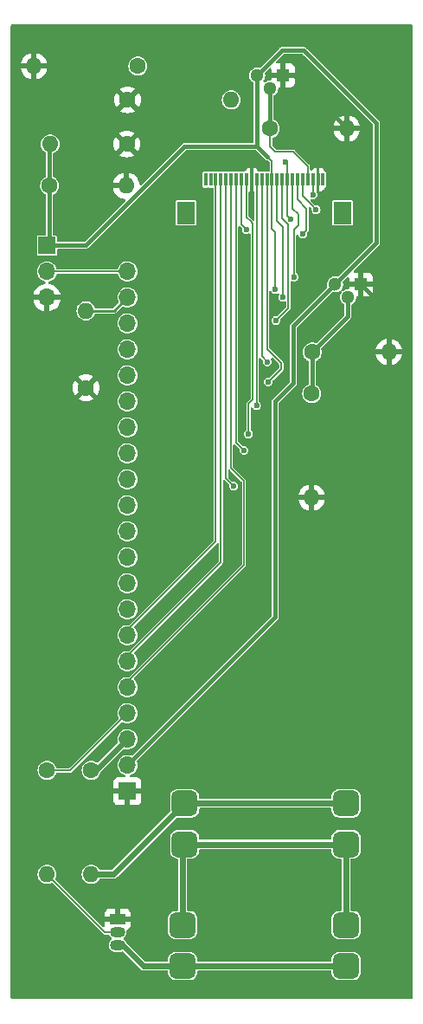
<source format=gtl>
G04 #@! TF.GenerationSoftware,KiCad,Pcbnew,(6.0.7)*
G04 #@! TF.CreationDate,2023-02-03T15:50:32+01:00*
G04 #@! TF.ProjectId,vogelhuisje_camera_board,766f6765-6c68-4756-9973-6a655f63616d,rev?*
G04 #@! TF.SameCoordinates,Original*
G04 #@! TF.FileFunction,Copper,L1,Top*
G04 #@! TF.FilePolarity,Positive*
%FSLAX46Y46*%
G04 Gerber Fmt 4.6, Leading zero omitted, Abs format (unit mm)*
G04 Created by KiCad (PCBNEW (6.0.7)) date 2023-02-03 15:50:32*
%MOMM*%
%LPD*%
G01*
G04 APERTURE LIST*
G04 Aperture macros list*
%AMRoundRect*
0 Rectangle with rounded corners*
0 $1 Rounding radius*
0 $2 $3 $4 $5 $6 $7 $8 $9 X,Y pos of 4 corners*
0 Add a 4 corners polygon primitive as box body*
4,1,4,$2,$3,$4,$5,$6,$7,$8,$9,$2,$3,0*
0 Add four circle primitives for the rounded corners*
1,1,$1+$1,$2,$3*
1,1,$1+$1,$4,$5*
1,1,$1+$1,$6,$7*
1,1,$1+$1,$8,$9*
0 Add four rect primitives between the rounded corners*
20,1,$1+$1,$2,$3,$4,$5,0*
20,1,$1+$1,$4,$5,$6,$7,0*
20,1,$1+$1,$6,$7,$8,$9,0*
20,1,$1+$1,$8,$9,$2,$3,0*%
G04 Aperture macros list end*
G04 #@! TA.AperFunction,SMDPad,CuDef*
%ADD10RoundRect,0.625000X0.675000X0.625000X-0.675000X0.625000X-0.675000X-0.625000X0.675000X-0.625000X0*%
G04 #@! TD*
G04 #@! TA.AperFunction,ComponentPad*
%ADD11C,1.600000*%
G04 #@! TD*
G04 #@! TA.AperFunction,ComponentPad*
%ADD12O,1.600000X1.600000*%
G04 #@! TD*
G04 #@! TA.AperFunction,ComponentPad*
%ADD13R,1.500000X1.050000*%
G04 #@! TD*
G04 #@! TA.AperFunction,ComponentPad*
%ADD14O,1.500000X1.050000*%
G04 #@! TD*
G04 #@! TA.AperFunction,SMDPad,CuDef*
%ADD15R,0.300000X1.300000*%
G04 #@! TD*
G04 #@! TA.AperFunction,SMDPad,CuDef*
%ADD16R,1.800000X2.200000*%
G04 #@! TD*
G04 #@! TA.AperFunction,ComponentPad*
%ADD17R,1.700000X1.700000*%
G04 #@! TD*
G04 #@! TA.AperFunction,ComponentPad*
%ADD18O,1.700000X1.700000*%
G04 #@! TD*
G04 #@! TA.AperFunction,ComponentPad*
%ADD19R,1.300000X1.300000*%
G04 #@! TD*
G04 #@! TA.AperFunction,ComponentPad*
%ADD20C,1.300000*%
G04 #@! TD*
G04 #@! TA.AperFunction,ViaPad*
%ADD21C,0.600000*%
G04 #@! TD*
G04 #@! TA.AperFunction,Conductor*
%ADD22C,0.400000*%
G04 #@! TD*
G04 #@! TA.AperFunction,Conductor*
%ADD23C,0.150000*%
G04 #@! TD*
G04 #@! TA.AperFunction,Conductor*
%ADD24C,0.200000*%
G04 #@! TD*
G04 #@! TA.AperFunction,Conductor*
%ADD25C,0.254000*%
G04 #@! TD*
G04 #@! TA.AperFunction,Conductor*
%ADD26C,0.127000*%
G04 #@! TD*
G04 #@! TA.AperFunction,Conductor*
%ADD27C,0.600000*%
G04 #@! TD*
G04 APERTURE END LIST*
D10*
X123000000Y-147900000D03*
X123000000Y-143900000D03*
D11*
X102616000Y-59944000D03*
D12*
X92456000Y-59944000D03*
D13*
X100642000Y-143326000D03*
D14*
X100642000Y-144596000D03*
X100642000Y-145866000D03*
D10*
X107200000Y-136000000D03*
X107200000Y-132000000D03*
D15*
X109250000Y-71050000D03*
X109750000Y-71050000D03*
X110250000Y-71050000D03*
X110750000Y-71050000D03*
X111250000Y-71050000D03*
X111750000Y-71050000D03*
X112250000Y-71050000D03*
X112750000Y-71050000D03*
X113250000Y-71050000D03*
X113750000Y-71050000D03*
X114250000Y-71050000D03*
X114750000Y-71050000D03*
X115250000Y-71050000D03*
X115750000Y-71050000D03*
X116250000Y-71050000D03*
X116750000Y-71050000D03*
X117250000Y-71050000D03*
X117750000Y-71050000D03*
X118250000Y-71050000D03*
X118750000Y-71050000D03*
X119250000Y-71050000D03*
X119750000Y-71050000D03*
X120250000Y-71050000D03*
X120750000Y-71050000D03*
D16*
X107350000Y-74300000D03*
X122650000Y-74300000D03*
D11*
X119694000Y-87884000D03*
D12*
X127194000Y-87884000D03*
D11*
X119634000Y-91948000D03*
D12*
X119634000Y-102108000D03*
D17*
X101600000Y-130810000D03*
D18*
X101600000Y-128270000D03*
X101600000Y-125730000D03*
X101600000Y-123190000D03*
X101600000Y-120650000D03*
X101600000Y-118110000D03*
X101600000Y-115570000D03*
X101600000Y-113030000D03*
X101600000Y-110490000D03*
X101600000Y-107950000D03*
X101600000Y-105410000D03*
X101600000Y-102870000D03*
X101600000Y-100330000D03*
X101600000Y-97790000D03*
X101600000Y-95250000D03*
X101600000Y-92710000D03*
X101600000Y-90170000D03*
X101600000Y-87630000D03*
X101600000Y-85090000D03*
X101600000Y-82550000D03*
X101600000Y-80010000D03*
D19*
X116840000Y-60854000D03*
D20*
X115570000Y-62124000D03*
X114300000Y-60854000D03*
D11*
X101540000Y-67564000D03*
D12*
X94040000Y-67564000D03*
D10*
X123000000Y-136000000D03*
X123000000Y-132000000D03*
D11*
X93980000Y-71628000D03*
D12*
X101480000Y-71628000D03*
D11*
X93726000Y-128778000D03*
D12*
X93726000Y-138938000D03*
D11*
X101600000Y-63246000D03*
D12*
X111760000Y-63246000D03*
D10*
X107000000Y-147900000D03*
X107000000Y-143900000D03*
D11*
X97536000Y-91380000D03*
D12*
X97536000Y-83880000D03*
D11*
X98044000Y-128778000D03*
D12*
X98044000Y-138938000D03*
D17*
X93726000Y-77485000D03*
D18*
X93726000Y-80025000D03*
X93726000Y-82565000D03*
D11*
X115570000Y-66040000D03*
D12*
X123070000Y-66040000D03*
D19*
X124460000Y-81280000D03*
D20*
X123190000Y-82550000D03*
X121920000Y-81280000D03*
D21*
X116078000Y-81788000D03*
X113250000Y-75940000D03*
X116840000Y-82550000D03*
X112000000Y-101000000D03*
X113000000Y-97500000D03*
X113450000Y-95920000D03*
X114240000Y-93130000D03*
X115390000Y-90810000D03*
X115290000Y-88850000D03*
X116130000Y-84810000D03*
X117920000Y-80550000D03*
X118770000Y-76350000D03*
X120070000Y-73990000D03*
X119790000Y-72510000D03*
X117550000Y-74880000D03*
X117094000Y-69342000D03*
D22*
X123070000Y-66040000D02*
X117884000Y-60854000D01*
X127194000Y-87884000D02*
X127194000Y-84014000D01*
X117884000Y-60854000D02*
X116840000Y-60854000D01*
X127194000Y-84014000D02*
X124460000Y-81280000D01*
D23*
X115750000Y-71050000D02*
X115750000Y-69268000D01*
D22*
X93980000Y-71628000D02*
X93980000Y-67624000D01*
X117856000Y-90932000D02*
X117856000Y-85344000D01*
X93980000Y-77470000D02*
X93980000Y-71628000D01*
X101600000Y-128270000D02*
X116078000Y-113792000D01*
X107188000Y-67818000D02*
X114300000Y-67818000D01*
D23*
X116078000Y-81788000D02*
X116078000Y-76200000D01*
X115750000Y-69268000D02*
X115316000Y-68834000D01*
X115750000Y-75872000D02*
X115750000Y-71050000D01*
D22*
X114300000Y-60854000D02*
X114300000Y-67818000D01*
X118872000Y-58420000D02*
X125984000Y-65532000D01*
X93980000Y-77470000D02*
X97536000Y-77470000D01*
X116734000Y-58420000D02*
X118872000Y-58420000D01*
X125984000Y-65532000D02*
X125984000Y-77216000D01*
X97536000Y-77470000D02*
X107188000Y-67818000D01*
X117856000Y-85344000D02*
X121920000Y-81280000D01*
X116078000Y-113792000D02*
X116078000Y-92710000D01*
X93980000Y-67624000D02*
X94040000Y-67564000D01*
D24*
X101500000Y-127850000D02*
X101890000Y-127850000D01*
D22*
X125984000Y-77216000D02*
X121920000Y-81280000D01*
D23*
X116078000Y-76200000D02*
X115750000Y-75872000D01*
D22*
X114300000Y-60854000D02*
X116734000Y-58420000D01*
X114300000Y-67818000D02*
X115316000Y-68834000D01*
X116078000Y-92710000D02*
X117856000Y-90932000D01*
D25*
X100270000Y-83880000D02*
X101600000Y-82550000D01*
D26*
X112750000Y-75440000D02*
X113250000Y-75940000D01*
D25*
X97536000Y-83880000D02*
X100270000Y-83880000D01*
D26*
X112750000Y-71050000D02*
X112750000Y-75440000D01*
D22*
X115570000Y-62124000D02*
X115570000Y-66040000D01*
D23*
X115570000Y-67818000D02*
X115570000Y-66040000D01*
X119250000Y-71050000D02*
X119250000Y-69720000D01*
X117856000Y-68326000D02*
X116078000Y-68326000D01*
X116078000Y-68326000D02*
X115570000Y-67818000D01*
X119250000Y-69720000D02*
X117856000Y-68326000D01*
X116840000Y-75692000D02*
X116250000Y-75102000D01*
X116840000Y-82550000D02*
X116840000Y-75692000D01*
D22*
X123190000Y-82550000D02*
X123190000Y-84388000D01*
X119694000Y-87884000D02*
X119694000Y-91888000D01*
X123190000Y-84388000D02*
X119694000Y-87884000D01*
D23*
X116250000Y-75102000D02*
X116250000Y-71050000D01*
D27*
X98552000Y-128778000D02*
X101600000Y-125730000D01*
X98044000Y-128778000D02*
X98552000Y-128778000D01*
D24*
X96012000Y-128778000D02*
X101600000Y-123190000D01*
X93726000Y-128778000D02*
X96012000Y-128778000D01*
D26*
X111750000Y-99250000D02*
X113000000Y-100500000D01*
X113000000Y-108730000D02*
X101500000Y-120230000D01*
X111750000Y-71050000D02*
X111750000Y-99250000D01*
X113000000Y-100500000D02*
X113000000Y-108730000D01*
X110750000Y-71050000D02*
X110750000Y-108440000D01*
X110750000Y-108440000D02*
X101500000Y-117690000D01*
X110250000Y-71050000D02*
X110250000Y-106400000D01*
X110250000Y-106400000D02*
X101500000Y-115150000D01*
X111250000Y-71050000D02*
X111250000Y-100250000D01*
X111250000Y-100250000D02*
X112000000Y-101000000D01*
X112250000Y-71050000D02*
X112250000Y-96750000D01*
X112250000Y-96750000D02*
X113000000Y-97500000D01*
X113850000Y-92560000D02*
X113610000Y-92800000D01*
X113850000Y-75310000D02*
X113850000Y-78430000D01*
X113610000Y-92800000D02*
X113450000Y-92960000D01*
X113850000Y-78430000D02*
X113850000Y-91710000D01*
X113650000Y-75110000D02*
X113850000Y-75310000D01*
X113850000Y-91710000D02*
X113850000Y-92560000D01*
X113250000Y-74710000D02*
X113650000Y-75110000D01*
X113250000Y-71050000D02*
X113250000Y-74710000D01*
X113450000Y-92960000D02*
X113450000Y-95920000D01*
X114240000Y-93100000D02*
X114240000Y-93130000D01*
X114250000Y-93090000D02*
X114240000Y-93100000D01*
X114250000Y-71050000D02*
X114250000Y-93090000D01*
D23*
X116660000Y-89000000D02*
X116660000Y-89540000D01*
X115250000Y-71050000D02*
X115250000Y-87590000D01*
X115250000Y-87590000D02*
X116660000Y-89000000D01*
X116660000Y-89540000D02*
X115390000Y-90810000D01*
X114750000Y-71050000D02*
X114750000Y-88310000D01*
X114750000Y-88310000D02*
X115290000Y-88850000D01*
X117348000Y-83592000D02*
X117348000Y-75438000D01*
X116130000Y-84810000D02*
X117348000Y-83592000D01*
X116750000Y-74840000D02*
X116750000Y-71050000D01*
X117348000Y-75438000D02*
X116750000Y-74840000D01*
X117750000Y-71050000D02*
X117750000Y-73890000D01*
X118250000Y-75580000D02*
X117920000Y-75910000D01*
X117920000Y-75910000D02*
X117920000Y-80550000D01*
X118300000Y-75530000D02*
X118250000Y-75580000D01*
X118300000Y-74440000D02*
X118300000Y-75530000D01*
X117750000Y-73890000D02*
X118300000Y-74440000D01*
X119120000Y-76000000D02*
X118770000Y-76350000D01*
X118250000Y-72990000D02*
X119120000Y-73860000D01*
X118250000Y-71050000D02*
X118250000Y-72990000D01*
X119120000Y-73860000D02*
X119120000Y-76000000D01*
X118750000Y-72640000D02*
X119600000Y-73490000D01*
X120070000Y-73960000D02*
X120070000Y-73990000D01*
X118750000Y-71050000D02*
X118750000Y-72640000D01*
X119600000Y-73490000D02*
X120070000Y-73960000D01*
D24*
X119750000Y-71050000D02*
X119750000Y-72470000D01*
X119750000Y-72470000D02*
X119790000Y-72510000D01*
D23*
X117250000Y-71050000D02*
X117250000Y-74580000D01*
X117250000Y-71050000D02*
X117250000Y-69498000D01*
X117250000Y-69498000D02*
X117094000Y-69342000D01*
X117250000Y-74580000D02*
X117550000Y-74880000D01*
D27*
X101162000Y-145866000D02*
X100642000Y-145866000D01*
X107000000Y-147900000D02*
X109100000Y-147900000D01*
X107000000Y-147900000D02*
X103196000Y-147900000D01*
X109100000Y-147900000D02*
X123000000Y-147900000D01*
X103196000Y-147900000D02*
X101162000Y-145866000D01*
D24*
X99384000Y-144596000D02*
X100642000Y-144596000D01*
X93726000Y-138938000D02*
X99384000Y-144596000D01*
D27*
X107200000Y-132000000D02*
X100262000Y-138938000D01*
X123000000Y-132000000D02*
X107200000Y-132000000D01*
X98044000Y-138938000D02*
X100262000Y-138938000D01*
X123000000Y-143900000D02*
X123000000Y-136000000D01*
X107000000Y-136200000D02*
X107200000Y-136000000D01*
X107200000Y-136000000D02*
X123000000Y-136000000D01*
X107000000Y-143900000D02*
X107000000Y-136200000D01*
D26*
X101585000Y-80025000D02*
X101600000Y-80010000D01*
X93726000Y-80025000D02*
X101585000Y-80025000D01*
G04 #@! TA.AperFunction,Conductor*
G36*
X129471621Y-55910502D02*
G01*
X129518114Y-55964158D01*
X129529500Y-56016500D01*
X129529500Y-150993500D01*
X129509498Y-151061621D01*
X129455842Y-151108114D01*
X129403500Y-151119500D01*
X90306500Y-151119500D01*
X90238379Y-151099498D01*
X90191886Y-151045842D01*
X90180500Y-150993500D01*
X90180500Y-138938000D01*
X92793391Y-138938000D01*
X92813771Y-139131900D01*
X92815811Y-139138178D01*
X92815811Y-139138179D01*
X92838598Y-139208311D01*
X92874019Y-139317326D01*
X92971503Y-139486174D01*
X93101963Y-139631064D01*
X93259695Y-139745663D01*
X93265723Y-139748347D01*
X93265725Y-139748348D01*
X93304036Y-139765405D01*
X93437808Y-139824964D01*
X93533162Y-139845232D01*
X93622059Y-139864128D01*
X93622063Y-139864128D01*
X93628516Y-139865500D01*
X93823484Y-139865500D01*
X93829937Y-139864128D01*
X93829941Y-139864128D01*
X93918838Y-139845232D01*
X94014192Y-139824964D01*
X94126775Y-139774839D01*
X94197141Y-139765405D01*
X94261438Y-139795511D01*
X94267118Y-139800851D01*
X99216587Y-144750321D01*
X99221128Y-144755105D01*
X99247292Y-144784163D01*
X99259390Y-144789549D01*
X99259391Y-144789550D01*
X99266049Y-144792514D01*
X99283427Y-144801949D01*
X99289544Y-144805922D01*
X99289546Y-144805923D01*
X99300650Y-144813134D01*
X99313729Y-144815205D01*
X99318526Y-144817047D01*
X99323546Y-144818114D01*
X99335643Y-144823500D01*
X99356182Y-144823500D01*
X99375891Y-144825051D01*
X99396172Y-144828263D01*
X99408961Y-144824836D01*
X99422189Y-144824143D01*
X99422213Y-144824596D01*
X99430537Y-144823500D01*
X99719303Y-144823500D01*
X99787424Y-144843502D01*
X99825688Y-144881986D01*
X99910244Y-145015225D01*
X100030422Y-145128079D01*
X100037114Y-145131758D01*
X100080388Y-145187881D01*
X100086462Y-145258617D01*
X100053328Y-145321408D01*
X100037033Y-145335527D01*
X99966783Y-145386568D01*
X99861697Y-145513594D01*
X99791503Y-145662764D01*
X99760612Y-145824704D01*
X99770963Y-145989238D01*
X99821908Y-146146029D01*
X99910244Y-146285225D01*
X100030422Y-146398079D01*
X100174890Y-146477501D01*
X100334570Y-146518500D01*
X100908052Y-146518500D01*
X100978374Y-146509616D01*
X101022693Y-146504018D01*
X101022694Y-146504018D01*
X101030560Y-146503024D01*
X101071012Y-146487008D01*
X101141712Y-146480530D01*
X101206489Y-146515066D01*
X102870478Y-148179054D01*
X102880333Y-148190143D01*
X102900050Y-148215154D01*
X102907797Y-148220509D01*
X102907799Y-148220510D01*
X102945778Y-148246758D01*
X102948957Y-148249029D01*
X102993700Y-148282077D01*
X103000166Y-148284348D01*
X103005802Y-148288243D01*
X103014779Y-148291082D01*
X103014781Y-148291083D01*
X103058793Y-148305002D01*
X103062543Y-148306253D01*
X103114989Y-148324671D01*
X103121837Y-148324940D01*
X103128369Y-148327006D01*
X103134645Y-148327500D01*
X103184512Y-148327500D01*
X103189459Y-148327597D01*
X103243441Y-148329718D01*
X103250261Y-148327910D01*
X103257703Y-148327500D01*
X105446500Y-148327500D01*
X105514621Y-148347502D01*
X105561114Y-148401158D01*
X105572500Y-148453500D01*
X105572500Y-148575002D01*
X105583388Y-148679931D01*
X105638920Y-148846383D01*
X105731256Y-148995596D01*
X105855441Y-149119565D01*
X106004815Y-149211640D01*
X106171364Y-149266882D01*
X106178200Y-149267582D01*
X106178203Y-149267583D01*
X106229992Y-149272889D01*
X106274998Y-149277500D01*
X107725002Y-149277500D01*
X107728248Y-149277163D01*
X107728251Y-149277163D01*
X107823072Y-149267324D01*
X107823074Y-149267323D01*
X107829931Y-149266612D01*
X107996383Y-149211080D01*
X108145596Y-149118744D01*
X108269565Y-148994559D01*
X108361640Y-148845185D01*
X108416882Y-148678636D01*
X108427500Y-148575002D01*
X108427500Y-148453500D01*
X108447502Y-148385379D01*
X108501158Y-148338886D01*
X108553500Y-148327500D01*
X121446500Y-148327500D01*
X121514621Y-148347502D01*
X121561114Y-148401158D01*
X121572500Y-148453500D01*
X121572500Y-148575002D01*
X121583388Y-148679931D01*
X121638920Y-148846383D01*
X121731256Y-148995596D01*
X121855441Y-149119565D01*
X122004815Y-149211640D01*
X122171364Y-149266882D01*
X122178200Y-149267582D01*
X122178203Y-149267583D01*
X122229992Y-149272889D01*
X122274998Y-149277500D01*
X123725002Y-149277500D01*
X123728248Y-149277163D01*
X123728251Y-149277163D01*
X123823072Y-149267324D01*
X123823074Y-149267323D01*
X123829931Y-149266612D01*
X123996383Y-149211080D01*
X124145596Y-149118744D01*
X124269565Y-148994559D01*
X124361640Y-148845185D01*
X124416882Y-148678636D01*
X124427500Y-148575002D01*
X124427500Y-147224998D01*
X124416612Y-147120069D01*
X124361080Y-146953617D01*
X124268744Y-146804404D01*
X124144559Y-146680435D01*
X123995185Y-146588360D01*
X123828636Y-146533118D01*
X123821800Y-146532418D01*
X123821797Y-146532417D01*
X123770008Y-146527111D01*
X123725002Y-146522500D01*
X122274998Y-146522500D01*
X122271752Y-146522837D01*
X122271749Y-146522837D01*
X122176928Y-146532676D01*
X122176926Y-146532677D01*
X122170069Y-146533388D01*
X122003617Y-146588920D01*
X121854404Y-146681256D01*
X121730435Y-146805441D01*
X121638360Y-146954815D01*
X121583118Y-147121364D01*
X121572500Y-147224998D01*
X121572500Y-147346500D01*
X121552498Y-147414621D01*
X121498842Y-147461114D01*
X121446500Y-147472500D01*
X108553500Y-147472500D01*
X108485379Y-147452498D01*
X108438886Y-147398842D01*
X108427500Y-147346500D01*
X108427500Y-147224998D01*
X108416612Y-147120069D01*
X108361080Y-146953617D01*
X108268744Y-146804404D01*
X108144559Y-146680435D01*
X107995185Y-146588360D01*
X107828636Y-146533118D01*
X107821800Y-146532418D01*
X107821797Y-146532417D01*
X107770008Y-146527111D01*
X107725002Y-146522500D01*
X106274998Y-146522500D01*
X106271752Y-146522837D01*
X106271749Y-146522837D01*
X106176928Y-146532676D01*
X106176926Y-146532677D01*
X106170069Y-146533388D01*
X106003617Y-146588920D01*
X105854404Y-146681256D01*
X105730435Y-146805441D01*
X105638360Y-146954815D01*
X105583118Y-147121364D01*
X105572500Y-147224998D01*
X105572500Y-147346500D01*
X105552498Y-147414621D01*
X105498842Y-147461114D01*
X105446500Y-147472500D01*
X103425266Y-147472500D01*
X103357145Y-147452498D01*
X103336171Y-147435595D01*
X101487523Y-145586947D01*
X101477668Y-145575858D01*
X101463781Y-145558243D01*
X101457950Y-145550846D01*
X101446664Y-145543046D01*
X101411918Y-145506910D01*
X101373756Y-145446775D01*
X101253578Y-145333921D01*
X101246886Y-145330242D01*
X101203612Y-145274119D01*
X101197538Y-145203383D01*
X101230672Y-145140592D01*
X101246966Y-145126473D01*
X101310807Y-145080089D01*
X101317217Y-145075432D01*
X101422303Y-144948406D01*
X101492497Y-144799236D01*
X101523388Y-144637296D01*
X101519469Y-144575002D01*
X105572500Y-144575002D01*
X105583388Y-144679931D01*
X105638920Y-144846383D01*
X105731256Y-144995596D01*
X105855441Y-145119565D01*
X105861671Y-145123405D01*
X105861672Y-145123406D01*
X105991420Y-145203383D01*
X106004815Y-145211640D01*
X106171364Y-145266882D01*
X106178200Y-145267582D01*
X106178203Y-145267583D01*
X106229992Y-145272889D01*
X106274998Y-145277500D01*
X107725002Y-145277500D01*
X107728248Y-145277163D01*
X107728251Y-145277163D01*
X107823072Y-145267324D01*
X107823074Y-145267323D01*
X107829931Y-145266612D01*
X107996383Y-145211080D01*
X108145596Y-145118744D01*
X108269565Y-144994559D01*
X108361640Y-144845185D01*
X108416882Y-144678636D01*
X108427500Y-144575002D01*
X108427500Y-143224998D01*
X108416612Y-143120069D01*
X108361080Y-142953617D01*
X108268744Y-142804404D01*
X108144559Y-142680435D01*
X107995185Y-142588360D01*
X107828636Y-142533118D01*
X107821800Y-142532418D01*
X107821797Y-142532417D01*
X107770008Y-142527111D01*
X107725002Y-142522500D01*
X107553500Y-142522500D01*
X107485379Y-142502498D01*
X107438886Y-142448842D01*
X107427500Y-142396500D01*
X107427500Y-137503500D01*
X107447502Y-137435379D01*
X107501158Y-137388886D01*
X107553500Y-137377500D01*
X107925002Y-137377500D01*
X107928248Y-137377163D01*
X107928251Y-137377163D01*
X108023072Y-137367324D01*
X108023074Y-137367323D01*
X108029931Y-137366612D01*
X108196383Y-137311080D01*
X108345596Y-137218744D01*
X108469565Y-137094559D01*
X108561640Y-136945185D01*
X108616882Y-136778636D01*
X108627500Y-136675002D01*
X108627500Y-136553500D01*
X108647502Y-136485379D01*
X108701158Y-136438886D01*
X108753500Y-136427500D01*
X121446500Y-136427500D01*
X121514621Y-136447502D01*
X121561114Y-136501158D01*
X121572500Y-136553500D01*
X121572500Y-136675002D01*
X121583388Y-136779931D01*
X121638920Y-136946383D01*
X121731256Y-137095596D01*
X121855441Y-137219565D01*
X122004815Y-137311640D01*
X122171364Y-137366882D01*
X122178200Y-137367582D01*
X122178203Y-137367583D01*
X122229992Y-137372889D01*
X122274998Y-137377500D01*
X122446500Y-137377500D01*
X122514621Y-137397502D01*
X122561114Y-137451158D01*
X122572500Y-137503500D01*
X122572500Y-142396500D01*
X122552498Y-142464621D01*
X122498842Y-142511114D01*
X122446500Y-142522500D01*
X122274998Y-142522500D01*
X122271752Y-142522837D01*
X122271749Y-142522837D01*
X122176928Y-142532676D01*
X122176926Y-142532677D01*
X122170069Y-142533388D01*
X122003617Y-142588920D01*
X121854404Y-142681256D01*
X121730435Y-142805441D01*
X121638360Y-142954815D01*
X121583118Y-143121364D01*
X121572500Y-143224998D01*
X121572500Y-144575002D01*
X121583388Y-144679931D01*
X121638920Y-144846383D01*
X121731256Y-144995596D01*
X121855441Y-145119565D01*
X121861671Y-145123405D01*
X121861672Y-145123406D01*
X121991420Y-145203383D01*
X122004815Y-145211640D01*
X122171364Y-145266882D01*
X122178200Y-145267582D01*
X122178203Y-145267583D01*
X122229992Y-145272889D01*
X122274998Y-145277500D01*
X123725002Y-145277500D01*
X123728248Y-145277163D01*
X123728251Y-145277163D01*
X123823072Y-145267324D01*
X123823074Y-145267323D01*
X123829931Y-145266612D01*
X123996383Y-145211080D01*
X124145596Y-145118744D01*
X124269565Y-144994559D01*
X124361640Y-144845185D01*
X124416882Y-144678636D01*
X124427500Y-144575002D01*
X124427500Y-143224998D01*
X124416612Y-143120069D01*
X124361080Y-142953617D01*
X124268744Y-142804404D01*
X124144559Y-142680435D01*
X123995185Y-142588360D01*
X123828636Y-142533118D01*
X123821800Y-142532418D01*
X123821797Y-142532417D01*
X123770008Y-142527111D01*
X123725002Y-142522500D01*
X123553500Y-142522500D01*
X123485379Y-142502498D01*
X123438886Y-142448842D01*
X123427500Y-142396500D01*
X123427500Y-137503500D01*
X123447502Y-137435379D01*
X123501158Y-137388886D01*
X123553500Y-137377500D01*
X123725002Y-137377500D01*
X123728248Y-137377163D01*
X123728251Y-137377163D01*
X123823072Y-137367324D01*
X123823074Y-137367323D01*
X123829931Y-137366612D01*
X123996383Y-137311080D01*
X124145596Y-137218744D01*
X124269565Y-137094559D01*
X124361640Y-136945185D01*
X124416882Y-136778636D01*
X124427500Y-136675002D01*
X124427500Y-135324998D01*
X124416612Y-135220069D01*
X124361080Y-135053617D01*
X124268744Y-134904404D01*
X124144559Y-134780435D01*
X123995185Y-134688360D01*
X123828636Y-134633118D01*
X123821800Y-134632418D01*
X123821797Y-134632417D01*
X123770008Y-134627111D01*
X123725002Y-134622500D01*
X122274998Y-134622500D01*
X122271752Y-134622837D01*
X122271749Y-134622837D01*
X122176928Y-134632676D01*
X122176926Y-134632677D01*
X122170069Y-134633388D01*
X122003617Y-134688920D01*
X121854404Y-134781256D01*
X121730435Y-134905441D01*
X121638360Y-135054815D01*
X121583118Y-135221364D01*
X121572500Y-135324998D01*
X121572500Y-135446500D01*
X121552498Y-135514621D01*
X121498842Y-135561114D01*
X121446500Y-135572500D01*
X108753500Y-135572500D01*
X108685379Y-135552498D01*
X108638886Y-135498842D01*
X108627500Y-135446500D01*
X108627500Y-135324998D01*
X108616612Y-135220069D01*
X108561080Y-135053617D01*
X108468744Y-134904404D01*
X108344559Y-134780435D01*
X108195185Y-134688360D01*
X108028636Y-134633118D01*
X108021800Y-134632418D01*
X108021797Y-134632417D01*
X107970008Y-134627111D01*
X107925002Y-134622500D01*
X106474998Y-134622500D01*
X106471752Y-134622837D01*
X106471749Y-134622837D01*
X106376928Y-134632676D01*
X106376926Y-134632677D01*
X106370069Y-134633388D01*
X106203617Y-134688920D01*
X106054404Y-134781256D01*
X105930435Y-134905441D01*
X105838360Y-135054815D01*
X105783118Y-135221364D01*
X105772500Y-135324998D01*
X105772500Y-136675002D01*
X105783388Y-136779931D01*
X105838920Y-136946383D01*
X105931256Y-137095596D01*
X106055441Y-137219565D01*
X106204815Y-137311640D01*
X106371364Y-137366882D01*
X106378200Y-137367582D01*
X106378203Y-137367583D01*
X106459342Y-137375896D01*
X106525070Y-137402737D01*
X106565852Y-137460852D01*
X106572500Y-137501240D01*
X106572500Y-142396500D01*
X106552498Y-142464621D01*
X106498842Y-142511114D01*
X106446500Y-142522500D01*
X106274998Y-142522500D01*
X106271752Y-142522837D01*
X106271749Y-142522837D01*
X106176928Y-142532676D01*
X106176926Y-142532677D01*
X106170069Y-142533388D01*
X106003617Y-142588920D01*
X105854404Y-142681256D01*
X105730435Y-142805441D01*
X105638360Y-142954815D01*
X105583118Y-143121364D01*
X105572500Y-143224998D01*
X105572500Y-144575002D01*
X101519469Y-144575002D01*
X101513037Y-144472762D01*
X101510588Y-144465225D01*
X101509815Y-144461173D01*
X101516698Y-144390511D01*
X101560692Y-144334788D01*
X101589354Y-144319582D01*
X101630052Y-144304325D01*
X101645649Y-144295786D01*
X101747724Y-144219285D01*
X101760285Y-144206724D01*
X101836786Y-144104649D01*
X101845324Y-144089054D01*
X101890478Y-143968606D01*
X101894105Y-143953351D01*
X101899631Y-143902486D01*
X101900000Y-143895672D01*
X101900000Y-143598115D01*
X101895525Y-143582876D01*
X101894135Y-143581671D01*
X101886452Y-143580000D01*
X99402116Y-143580000D01*
X99386877Y-143584475D01*
X99385672Y-143585865D01*
X99384001Y-143593548D01*
X99384001Y-143895669D01*
X99384371Y-143902490D01*
X99390748Y-143961207D01*
X99388288Y-143961474D01*
X99385225Y-144020170D01*
X99343781Y-144077815D01*
X99277752Y-144103902D01*
X99208100Y-144090151D01*
X99177248Y-144067515D01*
X98163618Y-143053885D01*
X99384000Y-143053885D01*
X99388475Y-143069124D01*
X99389865Y-143070329D01*
X99397548Y-143072000D01*
X100369885Y-143072000D01*
X100385124Y-143067525D01*
X100386329Y-143066135D01*
X100388000Y-143058452D01*
X100388000Y-143053885D01*
X100896000Y-143053885D01*
X100900475Y-143069124D01*
X100901865Y-143070329D01*
X100909548Y-143072000D01*
X101881884Y-143072000D01*
X101897123Y-143067525D01*
X101898328Y-143066135D01*
X101899999Y-143058452D01*
X101899999Y-142756331D01*
X101899629Y-142749510D01*
X101894105Y-142698648D01*
X101890479Y-142683396D01*
X101845324Y-142562946D01*
X101836786Y-142547351D01*
X101760285Y-142445276D01*
X101747724Y-142432715D01*
X101645649Y-142356214D01*
X101630054Y-142347676D01*
X101509606Y-142302522D01*
X101494351Y-142298895D01*
X101443486Y-142293369D01*
X101436672Y-142293000D01*
X100914115Y-142293000D01*
X100898876Y-142297475D01*
X100897671Y-142298865D01*
X100896000Y-142306548D01*
X100896000Y-143053885D01*
X100388000Y-143053885D01*
X100388000Y-142311116D01*
X100383525Y-142295877D01*
X100382135Y-142294672D01*
X100374452Y-142293001D01*
X99847331Y-142293001D01*
X99840510Y-142293371D01*
X99789648Y-142298895D01*
X99774396Y-142302521D01*
X99653946Y-142347676D01*
X99638351Y-142356214D01*
X99536276Y-142432715D01*
X99523715Y-142445276D01*
X99447214Y-142547351D01*
X99438676Y-142562946D01*
X99393522Y-142683394D01*
X99389895Y-142698649D01*
X99384369Y-142749514D01*
X99384000Y-142756328D01*
X99384000Y-143053885D01*
X98163618Y-143053885D01*
X94591105Y-139481371D01*
X94557079Y-139419059D01*
X94562144Y-139348244D01*
X94571076Y-139329285D01*
X94577981Y-139317326D01*
X94613402Y-139208311D01*
X94636189Y-139138179D01*
X94636189Y-139138178D01*
X94638229Y-139131900D01*
X94658609Y-138938000D01*
X97111391Y-138938000D01*
X97131771Y-139131900D01*
X97133811Y-139138178D01*
X97133811Y-139138179D01*
X97156598Y-139208311D01*
X97192019Y-139317326D01*
X97289503Y-139486174D01*
X97419963Y-139631064D01*
X97577695Y-139745663D01*
X97583723Y-139748347D01*
X97583725Y-139748348D01*
X97622036Y-139765405D01*
X97755808Y-139824964D01*
X97851162Y-139845232D01*
X97940059Y-139864128D01*
X97940063Y-139864128D01*
X97946516Y-139865500D01*
X98141484Y-139865500D01*
X98147937Y-139864128D01*
X98147941Y-139864128D01*
X98236838Y-139845232D01*
X98332192Y-139824964D01*
X98465964Y-139765405D01*
X98504275Y-139748348D01*
X98504277Y-139748347D01*
X98510305Y-139745663D01*
X98668037Y-139631064D01*
X98798497Y-139486174D01*
X98831795Y-139428500D01*
X98883177Y-139379507D01*
X98940914Y-139365500D01*
X100229146Y-139365500D01*
X100243955Y-139366373D01*
X100275579Y-139370116D01*
X100284843Y-139368424D01*
X100284844Y-139368424D01*
X100330261Y-139360129D01*
X100334167Y-139359479D01*
X100348282Y-139357357D01*
X100389122Y-139351217D01*
X100395299Y-139348251D01*
X100402039Y-139347020D01*
X100451360Y-139321399D01*
X100454900Y-139319631D01*
X100496515Y-139299648D01*
X100496516Y-139299647D01*
X100505005Y-139295571D01*
X100510039Y-139290918D01*
X100516116Y-139287761D01*
X100520904Y-139283673D01*
X100556150Y-139248427D01*
X100559716Y-139244997D01*
X100592490Y-139214702D01*
X100592492Y-139214699D01*
X100599403Y-139208311D01*
X100602946Y-139202210D01*
X100607926Y-139196651D01*
X106390172Y-133414405D01*
X106452484Y-133380379D01*
X106479267Y-133377500D01*
X107925002Y-133377500D01*
X107928248Y-133377163D01*
X107928251Y-133377163D01*
X108023072Y-133367324D01*
X108023074Y-133367323D01*
X108029931Y-133366612D01*
X108196383Y-133311080D01*
X108345596Y-133218744D01*
X108469565Y-133094559D01*
X108561640Y-132945185D01*
X108616882Y-132778636D01*
X108619884Y-132749342D01*
X108627172Y-132678201D01*
X108627500Y-132675002D01*
X108627500Y-132553500D01*
X108647502Y-132485379D01*
X108701158Y-132438886D01*
X108753500Y-132427500D01*
X121446500Y-132427500D01*
X121514621Y-132447502D01*
X121561114Y-132501158D01*
X121572500Y-132553500D01*
X121572500Y-132675002D01*
X121583388Y-132779931D01*
X121638920Y-132946383D01*
X121731256Y-133095596D01*
X121855441Y-133219565D01*
X122004815Y-133311640D01*
X122171364Y-133366882D01*
X122178200Y-133367582D01*
X122178203Y-133367583D01*
X122229992Y-133372889D01*
X122274998Y-133377500D01*
X123725002Y-133377500D01*
X123728248Y-133377163D01*
X123728251Y-133377163D01*
X123823072Y-133367324D01*
X123823074Y-133367323D01*
X123829931Y-133366612D01*
X123996383Y-133311080D01*
X124145596Y-133218744D01*
X124269565Y-133094559D01*
X124361640Y-132945185D01*
X124416882Y-132778636D01*
X124419884Y-132749342D01*
X124427172Y-132678201D01*
X124427500Y-132675002D01*
X124427500Y-131324998D01*
X124416612Y-131220069D01*
X124361080Y-131053617D01*
X124268744Y-130904404D01*
X124144559Y-130780435D01*
X123995185Y-130688360D01*
X123828636Y-130633118D01*
X123821800Y-130632418D01*
X123821797Y-130632417D01*
X123770008Y-130627111D01*
X123725002Y-130622500D01*
X122274998Y-130622500D01*
X122271752Y-130622837D01*
X122271749Y-130622837D01*
X122176928Y-130632676D01*
X122176926Y-130632677D01*
X122170069Y-130633388D01*
X122003617Y-130688920D01*
X121854404Y-130781256D01*
X121730435Y-130905441D01*
X121638360Y-131054815D01*
X121583118Y-131221364D01*
X121572500Y-131324998D01*
X121572500Y-131446500D01*
X121552498Y-131514621D01*
X121498842Y-131561114D01*
X121446500Y-131572500D01*
X108753500Y-131572500D01*
X108685379Y-131552498D01*
X108638886Y-131498842D01*
X108627500Y-131446500D01*
X108627500Y-131324998D01*
X108616612Y-131220069D01*
X108561080Y-131053617D01*
X108468744Y-130904404D01*
X108344559Y-130780435D01*
X108195185Y-130688360D01*
X108028636Y-130633118D01*
X108021800Y-130632418D01*
X108021797Y-130632417D01*
X107970008Y-130627111D01*
X107925002Y-130622500D01*
X106474998Y-130622500D01*
X106471752Y-130622837D01*
X106471749Y-130622837D01*
X106376928Y-130632676D01*
X106376926Y-130632677D01*
X106370069Y-130633388D01*
X106203617Y-130688920D01*
X106054404Y-130781256D01*
X105930435Y-130905441D01*
X105838360Y-131054815D01*
X105783118Y-131221364D01*
X105772500Y-131324998D01*
X105772500Y-132675002D01*
X105772837Y-132678248D01*
X105772837Y-132678251D01*
X105780214Y-132749342D01*
X105767350Y-132819164D01*
X105743982Y-132851442D01*
X100121829Y-138473595D01*
X100059517Y-138507621D01*
X100032734Y-138510500D01*
X98940914Y-138510500D01*
X98872793Y-138490498D01*
X98831795Y-138447500D01*
X98801800Y-138395547D01*
X98798497Y-138389826D01*
X98668037Y-138244936D01*
X98510305Y-138130337D01*
X98504277Y-138127653D01*
X98504275Y-138127652D01*
X98338223Y-138053721D01*
X98338222Y-138053721D01*
X98332192Y-138051036D01*
X98236838Y-138030768D01*
X98147941Y-138011872D01*
X98147937Y-138011872D01*
X98141484Y-138010500D01*
X97946516Y-138010500D01*
X97940063Y-138011872D01*
X97940059Y-138011872D01*
X97851162Y-138030768D01*
X97755808Y-138051036D01*
X97749779Y-138053720D01*
X97749777Y-138053721D01*
X97583726Y-138127652D01*
X97583724Y-138127653D01*
X97577696Y-138130337D01*
X97419963Y-138244936D01*
X97289503Y-138389826D01*
X97192019Y-138558674D01*
X97131771Y-138744100D01*
X97111391Y-138938000D01*
X94658609Y-138938000D01*
X94638229Y-138744100D01*
X94577981Y-138558674D01*
X94480497Y-138389826D01*
X94350037Y-138244936D01*
X94192305Y-138130337D01*
X94186277Y-138127653D01*
X94186275Y-138127652D01*
X94020223Y-138053721D01*
X94020222Y-138053721D01*
X94014192Y-138051036D01*
X93918838Y-138030768D01*
X93829941Y-138011872D01*
X93829937Y-138011872D01*
X93823484Y-138010500D01*
X93628516Y-138010500D01*
X93622063Y-138011872D01*
X93622059Y-138011872D01*
X93533162Y-138030768D01*
X93437808Y-138051036D01*
X93431779Y-138053720D01*
X93431777Y-138053721D01*
X93265726Y-138127652D01*
X93265724Y-138127653D01*
X93259696Y-138130337D01*
X93101963Y-138244936D01*
X92971503Y-138389826D01*
X92874019Y-138558674D01*
X92813771Y-138744100D01*
X92793391Y-138938000D01*
X90180500Y-138938000D01*
X90180500Y-131704669D01*
X100242001Y-131704669D01*
X100242371Y-131711490D01*
X100247895Y-131762352D01*
X100251521Y-131777604D01*
X100296676Y-131898054D01*
X100305214Y-131913649D01*
X100381715Y-132015724D01*
X100394276Y-132028285D01*
X100496351Y-132104786D01*
X100511946Y-132113324D01*
X100632394Y-132158478D01*
X100647649Y-132162105D01*
X100698514Y-132167631D01*
X100705328Y-132168000D01*
X101327885Y-132168000D01*
X101343124Y-132163525D01*
X101344329Y-132162135D01*
X101346000Y-132154452D01*
X101346000Y-132149884D01*
X101854000Y-132149884D01*
X101858475Y-132165123D01*
X101859865Y-132166328D01*
X101867548Y-132167999D01*
X102494669Y-132167999D01*
X102501490Y-132167629D01*
X102552352Y-132162105D01*
X102567604Y-132158479D01*
X102688054Y-132113324D01*
X102703649Y-132104786D01*
X102805724Y-132028285D01*
X102818285Y-132015724D01*
X102894786Y-131913649D01*
X102903324Y-131898054D01*
X102948478Y-131777606D01*
X102952105Y-131762351D01*
X102957631Y-131711486D01*
X102958000Y-131704672D01*
X102958000Y-131082115D01*
X102953525Y-131066876D01*
X102952135Y-131065671D01*
X102944452Y-131064000D01*
X101872115Y-131064000D01*
X101856876Y-131068475D01*
X101855671Y-131069865D01*
X101854000Y-131077548D01*
X101854000Y-132149884D01*
X101346000Y-132149884D01*
X101346000Y-131082115D01*
X101341525Y-131066876D01*
X101340135Y-131065671D01*
X101332452Y-131064000D01*
X100260116Y-131064000D01*
X100244877Y-131068475D01*
X100243672Y-131069865D01*
X100242001Y-131077548D01*
X100242001Y-131704669D01*
X90180500Y-131704669D01*
X90180500Y-128778000D01*
X92793391Y-128778000D01*
X92794081Y-128784565D01*
X92812527Y-128960060D01*
X92813771Y-128971900D01*
X92874019Y-129157326D01*
X92877322Y-129163048D01*
X92877323Y-129163049D01*
X92901336Y-129204641D01*
X92971503Y-129326174D01*
X92975921Y-129331081D01*
X92975922Y-129331082D01*
X93090106Y-129457895D01*
X93101963Y-129471064D01*
X93259695Y-129585663D01*
X93265723Y-129588347D01*
X93265725Y-129588348D01*
X93301500Y-129604276D01*
X93437808Y-129664964D01*
X93533162Y-129685232D01*
X93622059Y-129704128D01*
X93622063Y-129704128D01*
X93628516Y-129705500D01*
X93823484Y-129705500D01*
X93829937Y-129704128D01*
X93829941Y-129704128D01*
X93918838Y-129685232D01*
X94014192Y-129664964D01*
X94150500Y-129604276D01*
X94186275Y-129588348D01*
X94186277Y-129588347D01*
X94192305Y-129585663D01*
X94350037Y-129471064D01*
X94361895Y-129457895D01*
X94476078Y-129331082D01*
X94476079Y-129331081D01*
X94480497Y-129326174D01*
X94550664Y-129204641D01*
X94574677Y-129163049D01*
X94574678Y-129163048D01*
X94577981Y-129157326D01*
X94599023Y-129092565D01*
X94639096Y-129033959D01*
X94704492Y-129006321D01*
X94718856Y-129005500D01*
X96002764Y-129005500D01*
X96009357Y-129005673D01*
X96035158Y-129007025D01*
X96048384Y-129007718D01*
X96060746Y-129002973D01*
X96060751Y-129002972D01*
X96067561Y-129000358D01*
X96086512Y-128994744D01*
X96106600Y-128990474D01*
X96117314Y-128982690D01*
X96122006Y-128980601D01*
X96126311Y-128977806D01*
X96138673Y-128973060D01*
X96153191Y-128958542D01*
X96168225Y-128945701D01*
X96174130Y-128941411D01*
X96174131Y-128941410D01*
X96184842Y-128933628D01*
X96191463Y-128922161D01*
X96200325Y-128912318D01*
X96200662Y-128912621D01*
X96205776Y-128905957D01*
X96333733Y-128778000D01*
X97111391Y-128778000D01*
X97112081Y-128784565D01*
X97130527Y-128960060D01*
X97131771Y-128971900D01*
X97192019Y-129157326D01*
X97195322Y-129163048D01*
X97195323Y-129163049D01*
X97219336Y-129204641D01*
X97289503Y-129326174D01*
X97293921Y-129331081D01*
X97293922Y-129331082D01*
X97408106Y-129457895D01*
X97419963Y-129471064D01*
X97577695Y-129585663D01*
X97583723Y-129588347D01*
X97583725Y-129588348D01*
X97619500Y-129604276D01*
X97755808Y-129664964D01*
X97851162Y-129685232D01*
X97940059Y-129704128D01*
X97940063Y-129704128D01*
X97946516Y-129705500D01*
X98141484Y-129705500D01*
X98147937Y-129704128D01*
X98147941Y-129704128D01*
X98236838Y-129685232D01*
X98332192Y-129664964D01*
X98468500Y-129604276D01*
X98504275Y-129588348D01*
X98504277Y-129588347D01*
X98510305Y-129585663D01*
X98668037Y-129471064D01*
X98679895Y-129457895D01*
X98794078Y-129331082D01*
X98794079Y-129331081D01*
X98798497Y-129326174D01*
X98868664Y-129204641D01*
X98892677Y-129163049D01*
X98892678Y-129163048D01*
X98895981Y-129157326D01*
X98943779Y-129010219D01*
X98974517Y-128960060D01*
X101225932Y-126708645D01*
X101288244Y-126674619D01*
X101353961Y-126677906D01*
X101389081Y-126689317D01*
X101579430Y-126712015D01*
X101585565Y-126711543D01*
X101585567Y-126711543D01*
X101764420Y-126697781D01*
X101764424Y-126697780D01*
X101770562Y-126697308D01*
X101955199Y-126645756D01*
X102126305Y-126559324D01*
X102277365Y-126441303D01*
X102402624Y-126296189D01*
X102497312Y-126129509D01*
X102557821Y-125947612D01*
X102581847Y-125757425D01*
X102582230Y-125730000D01*
X102563524Y-125539217D01*
X102508117Y-125355701D01*
X102418120Y-125186442D01*
X102296962Y-125037887D01*
X102233081Y-124985040D01*
X102154006Y-124919623D01*
X102154002Y-124919621D01*
X102149256Y-124915694D01*
X101980629Y-124824518D01*
X101889067Y-124796175D01*
X101803392Y-124769654D01*
X101803389Y-124769653D01*
X101797505Y-124767832D01*
X101791380Y-124767188D01*
X101791379Y-124767188D01*
X101612985Y-124748438D01*
X101612984Y-124748438D01*
X101606857Y-124747794D01*
X101526779Y-124755082D01*
X101422087Y-124764609D01*
X101422084Y-124764610D01*
X101415948Y-124765168D01*
X101410042Y-124766906D01*
X101410038Y-124766907D01*
X101274622Y-124806762D01*
X101232050Y-124819292D01*
X101226590Y-124822146D01*
X101226591Y-124822146D01*
X101067627Y-124905250D01*
X101067623Y-124905253D01*
X101062167Y-124908105D01*
X101057367Y-124911965D01*
X101057366Y-124911965D01*
X101052728Y-124915694D01*
X100912770Y-125028223D01*
X100789549Y-125175072D01*
X100786585Y-125180464D01*
X100786582Y-125180468D01*
X100711110Y-125317752D01*
X100697198Y-125343058D01*
X100639234Y-125525783D01*
X100617866Y-125716286D01*
X100633907Y-125907311D01*
X100654499Y-125979124D01*
X100654048Y-126050117D01*
X100622475Y-126102948D01*
X98728176Y-127997248D01*
X98665864Y-128031273D01*
X98595049Y-128026209D01*
X98565021Y-128010090D01*
X98515646Y-127974217D01*
X98515643Y-127974215D01*
X98510305Y-127970337D01*
X98504277Y-127967653D01*
X98504275Y-127967652D01*
X98338223Y-127893721D01*
X98338222Y-127893721D01*
X98332192Y-127891036D01*
X98236838Y-127870768D01*
X98147941Y-127851872D01*
X98147937Y-127851872D01*
X98141484Y-127850500D01*
X97946516Y-127850500D01*
X97940063Y-127851872D01*
X97940059Y-127851872D01*
X97851162Y-127870768D01*
X97755808Y-127891036D01*
X97749779Y-127893720D01*
X97749777Y-127893721D01*
X97583726Y-127967652D01*
X97583724Y-127967653D01*
X97577696Y-127970337D01*
X97419963Y-128084936D01*
X97289503Y-128229826D01*
X97192019Y-128398674D01*
X97131771Y-128584100D01*
X97111391Y-128778000D01*
X96333733Y-128778000D01*
X101020637Y-124091097D01*
X101082949Y-124057071D01*
X101153764Y-124062136D01*
X101171202Y-124070204D01*
X101198527Y-124085475D01*
X101206765Y-124090079D01*
X101389081Y-124149317D01*
X101579430Y-124172015D01*
X101585565Y-124171543D01*
X101585567Y-124171543D01*
X101764420Y-124157781D01*
X101764424Y-124157780D01*
X101770562Y-124157308D01*
X101955199Y-124105756D01*
X102126305Y-124019324D01*
X102277365Y-123901303D01*
X102281391Y-123896639D01*
X102398595Y-123760857D01*
X102398596Y-123760855D01*
X102402624Y-123756189D01*
X102497312Y-123589509D01*
X102557821Y-123407612D01*
X102581847Y-123217425D01*
X102582230Y-123190000D01*
X102563524Y-122999217D01*
X102508117Y-122815701D01*
X102418120Y-122646442D01*
X102296962Y-122497887D01*
X102233081Y-122445040D01*
X102154006Y-122379623D01*
X102154002Y-122379621D01*
X102149256Y-122375694D01*
X101980629Y-122284518D01*
X101889067Y-122256175D01*
X101803392Y-122229654D01*
X101803389Y-122229653D01*
X101797505Y-122227832D01*
X101791380Y-122227188D01*
X101791379Y-122227188D01*
X101612985Y-122208438D01*
X101612984Y-122208438D01*
X101606857Y-122207794D01*
X101526779Y-122215082D01*
X101422087Y-122224609D01*
X101422084Y-122224610D01*
X101415948Y-122225168D01*
X101410042Y-122226906D01*
X101410038Y-122226907D01*
X101274622Y-122266762D01*
X101232050Y-122279292D01*
X101226590Y-122282146D01*
X101226591Y-122282146D01*
X101067627Y-122365250D01*
X101067623Y-122365253D01*
X101062167Y-122368105D01*
X101057367Y-122371965D01*
X101057366Y-122371965D01*
X101052728Y-122375694D01*
X100912770Y-122488223D01*
X100789549Y-122635072D01*
X100786585Y-122640464D01*
X100786582Y-122640468D01*
X100711110Y-122777752D01*
X100697198Y-122803058D01*
X100639234Y-122985783D01*
X100617866Y-123176286D01*
X100633907Y-123367311D01*
X100635606Y-123373236D01*
X100643709Y-123401493D01*
X100686746Y-123551583D01*
X100689561Y-123557060D01*
X100689562Y-123557063D01*
X100722804Y-123621745D01*
X100736151Y-123691476D01*
X100709680Y-123757353D01*
X100699832Y-123768434D01*
X95954671Y-128513595D01*
X95892359Y-128547621D01*
X95865576Y-128550500D01*
X94718856Y-128550500D01*
X94650735Y-128530498D01*
X94604242Y-128476842D01*
X94599023Y-128463435D01*
X94580024Y-128404961D01*
X94580023Y-128404959D01*
X94577981Y-128398674D01*
X94480497Y-128229826D01*
X94350037Y-128084936D01*
X94192305Y-127970337D01*
X94186277Y-127967653D01*
X94186275Y-127967652D01*
X94020223Y-127893721D01*
X94020222Y-127893721D01*
X94014192Y-127891036D01*
X93918838Y-127870768D01*
X93829941Y-127851872D01*
X93829937Y-127851872D01*
X93823484Y-127850500D01*
X93628516Y-127850500D01*
X93622063Y-127851872D01*
X93622059Y-127851872D01*
X93533162Y-127870768D01*
X93437808Y-127891036D01*
X93431779Y-127893720D01*
X93431777Y-127893721D01*
X93265726Y-127967652D01*
X93265724Y-127967653D01*
X93259696Y-127970337D01*
X93101963Y-128084936D01*
X92971503Y-128229826D01*
X92874019Y-128398674D01*
X92813771Y-128584100D01*
X92793391Y-128778000D01*
X90180500Y-128778000D01*
X90180500Y-113016286D01*
X100617866Y-113016286D01*
X100633907Y-113207311D01*
X100635606Y-113213236D01*
X100643709Y-113241493D01*
X100686746Y-113391583D01*
X100774370Y-113562082D01*
X100778193Y-113566906D01*
X100778196Y-113566910D01*
X100849082Y-113656345D01*
X100893443Y-113712314D01*
X101039428Y-113836557D01*
X101206765Y-113930079D01*
X101389081Y-113989317D01*
X101579430Y-114012015D01*
X101585565Y-114011543D01*
X101585567Y-114011543D01*
X101764420Y-113997781D01*
X101764424Y-113997780D01*
X101770562Y-113997308D01*
X101955199Y-113945756D01*
X102126305Y-113859324D01*
X102151600Y-113839562D01*
X102272509Y-113745097D01*
X102277365Y-113741303D01*
X102318843Y-113693250D01*
X102398595Y-113600857D01*
X102398596Y-113600855D01*
X102402624Y-113596189D01*
X102497312Y-113429509D01*
X102557821Y-113247612D01*
X102581847Y-113057425D01*
X102582230Y-113030000D01*
X102563524Y-112839217D01*
X102508117Y-112655701D01*
X102418120Y-112486442D01*
X102296962Y-112337887D01*
X102233081Y-112285040D01*
X102154006Y-112219623D01*
X102154002Y-112219621D01*
X102149256Y-112215694D01*
X101980629Y-112124518D01*
X101889067Y-112096175D01*
X101803392Y-112069654D01*
X101803389Y-112069653D01*
X101797505Y-112067832D01*
X101791380Y-112067188D01*
X101791379Y-112067188D01*
X101612985Y-112048438D01*
X101612984Y-112048438D01*
X101606857Y-112047794D01*
X101526779Y-112055082D01*
X101422087Y-112064609D01*
X101422084Y-112064610D01*
X101415948Y-112065168D01*
X101410042Y-112066906D01*
X101410038Y-112066907D01*
X101274622Y-112106762D01*
X101232050Y-112119292D01*
X101226590Y-112122146D01*
X101226591Y-112122146D01*
X101067627Y-112205250D01*
X101067623Y-112205253D01*
X101062167Y-112208105D01*
X101057367Y-112211965D01*
X101057366Y-112211965D01*
X101052728Y-112215694D01*
X100912770Y-112328223D01*
X100789549Y-112475072D01*
X100786585Y-112480464D01*
X100786582Y-112480468D01*
X100711110Y-112617752D01*
X100697198Y-112643058D01*
X100639234Y-112825783D01*
X100617866Y-113016286D01*
X90180500Y-113016286D01*
X90180500Y-110476286D01*
X100617866Y-110476286D01*
X100633907Y-110667311D01*
X100635606Y-110673236D01*
X100643709Y-110701493D01*
X100686746Y-110851583D01*
X100774370Y-111022082D01*
X100778193Y-111026906D01*
X100778196Y-111026910D01*
X100885904Y-111162802D01*
X100893443Y-111172314D01*
X101039428Y-111296557D01*
X101206765Y-111390079D01*
X101389081Y-111449317D01*
X101579430Y-111472015D01*
X101585565Y-111471543D01*
X101585567Y-111471543D01*
X101764420Y-111457781D01*
X101764424Y-111457780D01*
X101770562Y-111457308D01*
X101955199Y-111405756D01*
X102126305Y-111319324D01*
X102151600Y-111299562D01*
X102272509Y-111205097D01*
X102277365Y-111201303D01*
X102402624Y-111056189D01*
X102497312Y-110889509D01*
X102557821Y-110707612D01*
X102581847Y-110517425D01*
X102582230Y-110490000D01*
X102563524Y-110299217D01*
X102508117Y-110115701D01*
X102418120Y-109946442D01*
X102296962Y-109797887D01*
X102233081Y-109745040D01*
X102154006Y-109679623D01*
X102154002Y-109679621D01*
X102149256Y-109675694D01*
X101980629Y-109584518D01*
X101889067Y-109556175D01*
X101803392Y-109529654D01*
X101803389Y-109529653D01*
X101797505Y-109527832D01*
X101791380Y-109527188D01*
X101791379Y-109527188D01*
X101612985Y-109508438D01*
X101612984Y-109508438D01*
X101606857Y-109507794D01*
X101526779Y-109515082D01*
X101422087Y-109524609D01*
X101422084Y-109524610D01*
X101415948Y-109525168D01*
X101410042Y-109526906D01*
X101410038Y-109526907D01*
X101274622Y-109566762D01*
X101232050Y-109579292D01*
X101226590Y-109582146D01*
X101226591Y-109582146D01*
X101067627Y-109665250D01*
X101067623Y-109665253D01*
X101062167Y-109668105D01*
X101057367Y-109671965D01*
X101057366Y-109671965D01*
X101052728Y-109675694D01*
X100912770Y-109788223D01*
X100789549Y-109935072D01*
X100786585Y-109940464D01*
X100786582Y-109940468D01*
X100711110Y-110077752D01*
X100697198Y-110103058D01*
X100639234Y-110285783D01*
X100617866Y-110476286D01*
X90180500Y-110476286D01*
X90180500Y-107936286D01*
X100617866Y-107936286D01*
X100633907Y-108127311D01*
X100635606Y-108133236D01*
X100643709Y-108161493D01*
X100686746Y-108311583D01*
X100689561Y-108317060D01*
X100689562Y-108317063D01*
X100769252Y-108472123D01*
X100774370Y-108482082D01*
X100778193Y-108486906D01*
X100778196Y-108486910D01*
X100828966Y-108550965D01*
X100893443Y-108632314D01*
X100898137Y-108636308D01*
X100898137Y-108636309D01*
X101033725Y-108751703D01*
X101039428Y-108756557D01*
X101206765Y-108850079D01*
X101389081Y-108909317D01*
X101579430Y-108932015D01*
X101585565Y-108931543D01*
X101585567Y-108931543D01*
X101764420Y-108917781D01*
X101764424Y-108917780D01*
X101770562Y-108917308D01*
X101955199Y-108865756D01*
X102126305Y-108779324D01*
X102151600Y-108759562D01*
X102272509Y-108665097D01*
X102277365Y-108661303D01*
X102331407Y-108598695D01*
X102398595Y-108520857D01*
X102398596Y-108520855D01*
X102402624Y-108516189D01*
X102497312Y-108349509D01*
X102557821Y-108167612D01*
X102581847Y-107977425D01*
X102582230Y-107950000D01*
X102563524Y-107759217D01*
X102508117Y-107575701D01*
X102418120Y-107406442D01*
X102296962Y-107257887D01*
X102233081Y-107205040D01*
X102154006Y-107139623D01*
X102154002Y-107139621D01*
X102149256Y-107135694D01*
X101980629Y-107044518D01*
X101889067Y-107016175D01*
X101803392Y-106989654D01*
X101803389Y-106989653D01*
X101797505Y-106987832D01*
X101791380Y-106987188D01*
X101791379Y-106987188D01*
X101612985Y-106968438D01*
X101612984Y-106968438D01*
X101606857Y-106967794D01*
X101526779Y-106975082D01*
X101422087Y-106984609D01*
X101422084Y-106984610D01*
X101415948Y-106985168D01*
X101410042Y-106986906D01*
X101410038Y-106986907D01*
X101274622Y-107026762D01*
X101232050Y-107039292D01*
X101226590Y-107042146D01*
X101226591Y-107042146D01*
X101067627Y-107125250D01*
X101067623Y-107125253D01*
X101062167Y-107128105D01*
X101057367Y-107131965D01*
X101057366Y-107131965D01*
X101052728Y-107135694D01*
X100912770Y-107248223D01*
X100789549Y-107395072D01*
X100786585Y-107400464D01*
X100786582Y-107400468D01*
X100711110Y-107537752D01*
X100697198Y-107563058D01*
X100639234Y-107745783D01*
X100617866Y-107936286D01*
X90180500Y-107936286D01*
X90180500Y-105396286D01*
X100617866Y-105396286D01*
X100633907Y-105587311D01*
X100635606Y-105593236D01*
X100643709Y-105621493D01*
X100686746Y-105771583D01*
X100774370Y-105942082D01*
X100778193Y-105946906D01*
X100778196Y-105946910D01*
X100885904Y-106082802D01*
X100893443Y-106092314D01*
X101039428Y-106216557D01*
X101206765Y-106310079D01*
X101389081Y-106369317D01*
X101579430Y-106392015D01*
X101585565Y-106391543D01*
X101585567Y-106391543D01*
X101764420Y-106377781D01*
X101764424Y-106377780D01*
X101770562Y-106377308D01*
X101955199Y-106325756D01*
X102126305Y-106239324D01*
X102151600Y-106219562D01*
X102272509Y-106125097D01*
X102277365Y-106121303D01*
X102402624Y-105976189D01*
X102497312Y-105809509D01*
X102557821Y-105627612D01*
X102581847Y-105437425D01*
X102582230Y-105410000D01*
X102563524Y-105219217D01*
X102508117Y-105035701D01*
X102418120Y-104866442D01*
X102296962Y-104717887D01*
X102233081Y-104665040D01*
X102154006Y-104599623D01*
X102154002Y-104599621D01*
X102149256Y-104595694D01*
X101980629Y-104504518D01*
X101889067Y-104476175D01*
X101803392Y-104449654D01*
X101803389Y-104449653D01*
X101797505Y-104447832D01*
X101791380Y-104447188D01*
X101791379Y-104447188D01*
X101612985Y-104428438D01*
X101612984Y-104428438D01*
X101606857Y-104427794D01*
X101526779Y-104435082D01*
X101422087Y-104444609D01*
X101422084Y-104444610D01*
X101415948Y-104445168D01*
X101410042Y-104446906D01*
X101410038Y-104446907D01*
X101274622Y-104486762D01*
X101232050Y-104499292D01*
X101226590Y-104502146D01*
X101226591Y-104502146D01*
X101067627Y-104585250D01*
X101067623Y-104585253D01*
X101062167Y-104588105D01*
X101057367Y-104591965D01*
X101057366Y-104591965D01*
X101052728Y-104595694D01*
X100912770Y-104708223D01*
X100789549Y-104855072D01*
X100786585Y-104860464D01*
X100786582Y-104860468D01*
X100711110Y-104997752D01*
X100697198Y-105023058D01*
X100639234Y-105205783D01*
X100617866Y-105396286D01*
X90180500Y-105396286D01*
X90180500Y-102856286D01*
X100617866Y-102856286D01*
X100633907Y-103047311D01*
X100635606Y-103053236D01*
X100643709Y-103081493D01*
X100686746Y-103231583D01*
X100689561Y-103237060D01*
X100689562Y-103237063D01*
X100767849Y-103389394D01*
X100774370Y-103402082D01*
X100778193Y-103406906D01*
X100778196Y-103406910D01*
X100885904Y-103542802D01*
X100893443Y-103552314D01*
X101039428Y-103676557D01*
X101206765Y-103770079D01*
X101389081Y-103829317D01*
X101579430Y-103852015D01*
X101585565Y-103851543D01*
X101585567Y-103851543D01*
X101764420Y-103837781D01*
X101764424Y-103837780D01*
X101770562Y-103837308D01*
X101955199Y-103785756D01*
X102126305Y-103699324D01*
X102151600Y-103679562D01*
X102272509Y-103585097D01*
X102277365Y-103581303D01*
X102402624Y-103436189D01*
X102497312Y-103269509D01*
X102557821Y-103087612D01*
X102581847Y-102897425D01*
X102582230Y-102870000D01*
X102563524Y-102679217D01*
X102508117Y-102495701D01*
X102446330Y-102379497D01*
X102421014Y-102331884D01*
X102421012Y-102331881D01*
X102418120Y-102326442D01*
X102296962Y-102177887D01*
X102233081Y-102125040D01*
X102154006Y-102059623D01*
X102154002Y-102059621D01*
X102149256Y-102055694D01*
X101980629Y-101964518D01*
X101889067Y-101936175D01*
X101803392Y-101909654D01*
X101803389Y-101909653D01*
X101797505Y-101907832D01*
X101791380Y-101907188D01*
X101791379Y-101907188D01*
X101612985Y-101888438D01*
X101612984Y-101888438D01*
X101606857Y-101887794D01*
X101526779Y-101895082D01*
X101422087Y-101904609D01*
X101422084Y-101904610D01*
X101415948Y-101905168D01*
X101410042Y-101906906D01*
X101410038Y-101906907D01*
X101274622Y-101946762D01*
X101232050Y-101959292D01*
X101226590Y-101962146D01*
X101226591Y-101962146D01*
X101067627Y-102045250D01*
X101067623Y-102045253D01*
X101062167Y-102048105D01*
X101057367Y-102051965D01*
X101057366Y-102051965D01*
X101052728Y-102055694D01*
X100912770Y-102168223D01*
X100789549Y-102315072D01*
X100786585Y-102320464D01*
X100786582Y-102320468D01*
X100756866Y-102374522D01*
X100697198Y-102483058D01*
X100639234Y-102665783D01*
X100617866Y-102856286D01*
X90180500Y-102856286D01*
X90180500Y-100316286D01*
X100617866Y-100316286D01*
X100633907Y-100507311D01*
X100635606Y-100513236D01*
X100681859Y-100674539D01*
X100686746Y-100691583D01*
X100689561Y-100697060D01*
X100689562Y-100697063D01*
X100760392Y-100834884D01*
X100774370Y-100862082D01*
X100778193Y-100866906D01*
X100778196Y-100866910D01*
X100822306Y-100922562D01*
X100893443Y-101012314D01*
X100898137Y-101016308D01*
X100898137Y-101016309D01*
X101025097Y-101124360D01*
X101039428Y-101136557D01*
X101206765Y-101230079D01*
X101389081Y-101289317D01*
X101579430Y-101312015D01*
X101585565Y-101311543D01*
X101585567Y-101311543D01*
X101764420Y-101297781D01*
X101764424Y-101297780D01*
X101770562Y-101297308D01*
X101955199Y-101245756D01*
X102126305Y-101159324D01*
X102151600Y-101139562D01*
X102272509Y-101045097D01*
X102277365Y-101041303D01*
X102306558Y-101007483D01*
X102398595Y-100900857D01*
X102398596Y-100900855D01*
X102402624Y-100896189D01*
X102497312Y-100729509D01*
X102557821Y-100547612D01*
X102581847Y-100357425D01*
X102582230Y-100330000D01*
X102563524Y-100139217D01*
X102508117Y-99955701D01*
X102418120Y-99786442D01*
X102296962Y-99637887D01*
X102233081Y-99585040D01*
X102154006Y-99519623D01*
X102154002Y-99519621D01*
X102149256Y-99515694D01*
X101980629Y-99424518D01*
X101871015Y-99390587D01*
X101803392Y-99369654D01*
X101803389Y-99369653D01*
X101797505Y-99367832D01*
X101791380Y-99367188D01*
X101791379Y-99367188D01*
X101612985Y-99348438D01*
X101612984Y-99348438D01*
X101606857Y-99347794D01*
X101526779Y-99355082D01*
X101422087Y-99364609D01*
X101422084Y-99364610D01*
X101415948Y-99365168D01*
X101410042Y-99366906D01*
X101410038Y-99366907D01*
X101329581Y-99390587D01*
X101232050Y-99419292D01*
X101226590Y-99422146D01*
X101226591Y-99422146D01*
X101067627Y-99505250D01*
X101067623Y-99505253D01*
X101062167Y-99508105D01*
X101057367Y-99511965D01*
X101057366Y-99511965D01*
X101053212Y-99515305D01*
X100912770Y-99628223D01*
X100789549Y-99775072D01*
X100786585Y-99780464D01*
X100786582Y-99780468D01*
X100711110Y-99917752D01*
X100697198Y-99943058D01*
X100639234Y-100125783D01*
X100617866Y-100316286D01*
X90180500Y-100316286D01*
X90180500Y-97776286D01*
X100617866Y-97776286D01*
X100618382Y-97782430D01*
X100630467Y-97926340D01*
X100633907Y-97967311D01*
X100635606Y-97973236D01*
X100643709Y-98001493D01*
X100686746Y-98151583D01*
X100774370Y-98322082D01*
X100778193Y-98326906D01*
X100778196Y-98326910D01*
X100885904Y-98462802D01*
X100893443Y-98472314D01*
X101039428Y-98596557D01*
X101206765Y-98690079D01*
X101389081Y-98749317D01*
X101579430Y-98772015D01*
X101585565Y-98771543D01*
X101585567Y-98771543D01*
X101764420Y-98757781D01*
X101764424Y-98757780D01*
X101770562Y-98757308D01*
X101955199Y-98705756D01*
X102126305Y-98619324D01*
X102151600Y-98599562D01*
X102272509Y-98505097D01*
X102277365Y-98501303D01*
X102402624Y-98356189D01*
X102497312Y-98189509D01*
X102557821Y-98007612D01*
X102581847Y-97817425D01*
X102582230Y-97790000D01*
X102563524Y-97599217D01*
X102508117Y-97415701D01*
X102487217Y-97376394D01*
X102421014Y-97251884D01*
X102421012Y-97251881D01*
X102418120Y-97246442D01*
X102305157Y-97107935D01*
X102300856Y-97102661D01*
X102300854Y-97102659D01*
X102296962Y-97097887D01*
X102233081Y-97045040D01*
X102154006Y-96979623D01*
X102154002Y-96979621D01*
X102149256Y-96975694D01*
X101980629Y-96884518D01*
X101889067Y-96856175D01*
X101803392Y-96829654D01*
X101803389Y-96829653D01*
X101797505Y-96827832D01*
X101791380Y-96827188D01*
X101791379Y-96827188D01*
X101612985Y-96808438D01*
X101612984Y-96808438D01*
X101606857Y-96807794D01*
X101526779Y-96815082D01*
X101422087Y-96824609D01*
X101422084Y-96824610D01*
X101415948Y-96825168D01*
X101410042Y-96826906D01*
X101410038Y-96826907D01*
X101295733Y-96860549D01*
X101232050Y-96879292D01*
X101226590Y-96882146D01*
X101226591Y-96882146D01*
X101067627Y-96965250D01*
X101067623Y-96965253D01*
X101062167Y-96968105D01*
X101057367Y-96971965D01*
X101057366Y-96971965D01*
X101052728Y-96975694D01*
X100912770Y-97088223D01*
X100908812Y-97092940D01*
X100908810Y-97092942D01*
X100892133Y-97112817D01*
X100789549Y-97235072D01*
X100786585Y-97240464D01*
X100786582Y-97240468D01*
X100767334Y-97275481D01*
X100697198Y-97403058D01*
X100639234Y-97585783D01*
X100617866Y-97776286D01*
X90180500Y-97776286D01*
X90180500Y-95236286D01*
X100617866Y-95236286D01*
X100633907Y-95427311D01*
X100635606Y-95433236D01*
X100682801Y-95597824D01*
X100686746Y-95611583D01*
X100689561Y-95617060D01*
X100689562Y-95617063D01*
X100727563Y-95691005D01*
X100774370Y-95782082D01*
X100778193Y-95786906D01*
X100778196Y-95786910D01*
X100872469Y-95905852D01*
X100893443Y-95932314D01*
X100898137Y-95936308D01*
X100898137Y-95936309D01*
X101025097Y-96044360D01*
X101039428Y-96056557D01*
X101206765Y-96150079D01*
X101389081Y-96209317D01*
X101579430Y-96232015D01*
X101585565Y-96231543D01*
X101585567Y-96231543D01*
X101764420Y-96217781D01*
X101764424Y-96217780D01*
X101770562Y-96217308D01*
X101955199Y-96165756D01*
X102126305Y-96079324D01*
X102151600Y-96059562D01*
X102272509Y-95965097D01*
X102277365Y-95961303D01*
X102306558Y-95927483D01*
X102398595Y-95820857D01*
X102398596Y-95820855D01*
X102402624Y-95816189D01*
X102497312Y-95649509D01*
X102557821Y-95467612D01*
X102581847Y-95277425D01*
X102582230Y-95250000D01*
X102563524Y-95059217D01*
X102508117Y-94875701D01*
X102418120Y-94706442D01*
X102296962Y-94557887D01*
X102233081Y-94505040D01*
X102154006Y-94439623D01*
X102154002Y-94439621D01*
X102149256Y-94435694D01*
X101980629Y-94344518D01*
X101889067Y-94316175D01*
X101803392Y-94289654D01*
X101803389Y-94289653D01*
X101797505Y-94287832D01*
X101791380Y-94287188D01*
X101791379Y-94287188D01*
X101612985Y-94268438D01*
X101612984Y-94268438D01*
X101606857Y-94267794D01*
X101526779Y-94275082D01*
X101422087Y-94284609D01*
X101422084Y-94284610D01*
X101415948Y-94285168D01*
X101410042Y-94286906D01*
X101410038Y-94286907D01*
X101274622Y-94326762D01*
X101232050Y-94339292D01*
X101226590Y-94342146D01*
X101226591Y-94342146D01*
X101067627Y-94425250D01*
X101067623Y-94425253D01*
X101062167Y-94428105D01*
X101057367Y-94431965D01*
X101057366Y-94431965D01*
X101052728Y-94435694D01*
X100912770Y-94548223D01*
X100789549Y-94695072D01*
X100786585Y-94700464D01*
X100786582Y-94700468D01*
X100711110Y-94837752D01*
X100697198Y-94863058D01*
X100639234Y-95045783D01*
X100617866Y-95236286D01*
X90180500Y-95236286D01*
X90180500Y-92696286D01*
X100617866Y-92696286D01*
X100620218Y-92724297D01*
X100631174Y-92854761D01*
X100633907Y-92887311D01*
X100635606Y-92893236D01*
X100664350Y-92993477D01*
X100686746Y-93071583D01*
X100689561Y-93077060D01*
X100689562Y-93077063D01*
X100714293Y-93125184D01*
X100774370Y-93242082D01*
X100778193Y-93246906D01*
X100778196Y-93246910D01*
X100864112Y-93355308D01*
X100893443Y-93392314D01*
X101039428Y-93516557D01*
X101206765Y-93610079D01*
X101389081Y-93669317D01*
X101579430Y-93692015D01*
X101585565Y-93691543D01*
X101585567Y-93691543D01*
X101764420Y-93677781D01*
X101764424Y-93677780D01*
X101770562Y-93677308D01*
X101955199Y-93625756D01*
X102126305Y-93539324D01*
X102151600Y-93519562D01*
X102272509Y-93425097D01*
X102277365Y-93421303D01*
X102333004Y-93356845D01*
X102398595Y-93280857D01*
X102398596Y-93280855D01*
X102402624Y-93276189D01*
X102497312Y-93109509D01*
X102557821Y-92927612D01*
X102581847Y-92737425D01*
X102582230Y-92710000D01*
X102563524Y-92519217D01*
X102508117Y-92335701D01*
X102418120Y-92166442D01*
X102357579Y-92092211D01*
X102300856Y-92022661D01*
X102300854Y-92022659D01*
X102296962Y-92017887D01*
X102212483Y-91948000D01*
X102154006Y-91899623D01*
X102154002Y-91899621D01*
X102149256Y-91895694D01*
X101980629Y-91804518D01*
X101838959Y-91760664D01*
X101803392Y-91749654D01*
X101803389Y-91749653D01*
X101797505Y-91747832D01*
X101791380Y-91747188D01*
X101791379Y-91747188D01*
X101612985Y-91728438D01*
X101612984Y-91728438D01*
X101606857Y-91727794D01*
X101526779Y-91735082D01*
X101422087Y-91744609D01*
X101422084Y-91744610D01*
X101415948Y-91745168D01*
X101410042Y-91746906D01*
X101410038Y-91746907D01*
X101274622Y-91786762D01*
X101232050Y-91799292D01*
X101226590Y-91802146D01*
X101226591Y-91802146D01*
X101067627Y-91885250D01*
X101067623Y-91885253D01*
X101062167Y-91888105D01*
X101057367Y-91891965D01*
X101057366Y-91891965D01*
X101052728Y-91895694D01*
X100912770Y-92008223D01*
X100789549Y-92155072D01*
X100786585Y-92160464D01*
X100786582Y-92160468D01*
X100711110Y-92297752D01*
X100697198Y-92323058D01*
X100695337Y-92328925D01*
X100695336Y-92328927D01*
X100641096Y-92499913D01*
X100639234Y-92505783D01*
X100617866Y-92696286D01*
X90180500Y-92696286D01*
X90180500Y-92466062D01*
X96814493Y-92466062D01*
X96823789Y-92478077D01*
X96874994Y-92513931D01*
X96884489Y-92519414D01*
X97081947Y-92611490D01*
X97092239Y-92615236D01*
X97302688Y-92671625D01*
X97313481Y-92673528D01*
X97530525Y-92692517D01*
X97541475Y-92692517D01*
X97758519Y-92673528D01*
X97769312Y-92671625D01*
X97979761Y-92615236D01*
X97990053Y-92611490D01*
X98187511Y-92519414D01*
X98197006Y-92513931D01*
X98249048Y-92477491D01*
X98257424Y-92467012D01*
X98250356Y-92453566D01*
X97548812Y-91752022D01*
X97534868Y-91744408D01*
X97533035Y-91744539D01*
X97526420Y-91748790D01*
X96820923Y-92454287D01*
X96814493Y-92466062D01*
X90180500Y-92466062D01*
X90180500Y-91385475D01*
X96223483Y-91385475D01*
X96242472Y-91602519D01*
X96244375Y-91613312D01*
X96300764Y-91823761D01*
X96304510Y-91834053D01*
X96396586Y-92031511D01*
X96402069Y-92041006D01*
X96438509Y-92093048D01*
X96448988Y-92101424D01*
X96462434Y-92094356D01*
X97163978Y-91392812D01*
X97170356Y-91381132D01*
X97900408Y-91381132D01*
X97900539Y-91382965D01*
X97904790Y-91389580D01*
X98610287Y-92095077D01*
X98622062Y-92101507D01*
X98634077Y-92092211D01*
X98669931Y-92041006D01*
X98675414Y-92031511D01*
X98767490Y-91834053D01*
X98771236Y-91823761D01*
X98827625Y-91613312D01*
X98829528Y-91602519D01*
X98848517Y-91385475D01*
X98848517Y-91374525D01*
X98829528Y-91157481D01*
X98827625Y-91146688D01*
X98771236Y-90936239D01*
X98767490Y-90925947D01*
X98675414Y-90728489D01*
X98669931Y-90718994D01*
X98633491Y-90666952D01*
X98623012Y-90658576D01*
X98609566Y-90665644D01*
X97908022Y-91367188D01*
X97900408Y-91381132D01*
X97170356Y-91381132D01*
X97171592Y-91378868D01*
X97171461Y-91377035D01*
X97167210Y-91370420D01*
X96461713Y-90664923D01*
X96449938Y-90658493D01*
X96437923Y-90667789D01*
X96402069Y-90718994D01*
X96396586Y-90728489D01*
X96304510Y-90925947D01*
X96300764Y-90936239D01*
X96244375Y-91146688D01*
X96242472Y-91157481D01*
X96223483Y-91374525D01*
X96223483Y-91385475D01*
X90180500Y-91385475D01*
X90180500Y-90292988D01*
X96814576Y-90292988D01*
X96821644Y-90306434D01*
X97523188Y-91007978D01*
X97537132Y-91015592D01*
X97538965Y-91015461D01*
X97545580Y-91011210D01*
X98251077Y-90305713D01*
X98257507Y-90293938D01*
X98248211Y-90281923D01*
X98197006Y-90246069D01*
X98187511Y-90240586D01*
X98006729Y-90156286D01*
X100617866Y-90156286D01*
X100633907Y-90347311D01*
X100635606Y-90353236D01*
X100643709Y-90381493D01*
X100686746Y-90531583D01*
X100689561Y-90537060D01*
X100689562Y-90537063D01*
X100756316Y-90666952D01*
X100774370Y-90702082D01*
X100778193Y-90706906D01*
X100778196Y-90706910D01*
X100849082Y-90796345D01*
X100893443Y-90852314D01*
X100898137Y-90856308D01*
X100898137Y-90856309D01*
X100992055Y-90936239D01*
X101039428Y-90976557D01*
X101206765Y-91070079D01*
X101389081Y-91129317D01*
X101579430Y-91152015D01*
X101585565Y-91151543D01*
X101585567Y-91151543D01*
X101764420Y-91137781D01*
X101764424Y-91137780D01*
X101770562Y-91137308D01*
X101955199Y-91085756D01*
X102126305Y-90999324D01*
X102151600Y-90979562D01*
X102272509Y-90885097D01*
X102277365Y-90881303D01*
X102335780Y-90813629D01*
X102398595Y-90740857D01*
X102398596Y-90740855D01*
X102402624Y-90736189D01*
X102497312Y-90569509D01*
X102557821Y-90387612D01*
X102581847Y-90197425D01*
X102582230Y-90170000D01*
X102563524Y-89979217D01*
X102508117Y-89795701D01*
X102498526Y-89777663D01*
X102421014Y-89631884D01*
X102421012Y-89631881D01*
X102418120Y-89626442D01*
X102351216Y-89544409D01*
X102300856Y-89482661D01*
X102300854Y-89482659D01*
X102296962Y-89477887D01*
X102207566Y-89403932D01*
X102154006Y-89359623D01*
X102154002Y-89359621D01*
X102149256Y-89355694D01*
X101980629Y-89264518D01*
X101884780Y-89234848D01*
X101803392Y-89209654D01*
X101803389Y-89209653D01*
X101797505Y-89207832D01*
X101791380Y-89207188D01*
X101791379Y-89207188D01*
X101612985Y-89188438D01*
X101612984Y-89188438D01*
X101606857Y-89187794D01*
X101526779Y-89195082D01*
X101422087Y-89204609D01*
X101422084Y-89204610D01*
X101415948Y-89205168D01*
X101410042Y-89206906D01*
X101410038Y-89206907D01*
X101298200Y-89239823D01*
X101232050Y-89259292D01*
X101226590Y-89262146D01*
X101226591Y-89262146D01*
X101067627Y-89345250D01*
X101067623Y-89345253D01*
X101062167Y-89348105D01*
X101057367Y-89351965D01*
X101057366Y-89351965D01*
X101052728Y-89355694D01*
X100912770Y-89468223D01*
X100908812Y-89472940D01*
X100908810Y-89472942D01*
X100871619Y-89517265D01*
X100789549Y-89615072D01*
X100786585Y-89620464D01*
X100786582Y-89620468D01*
X100711110Y-89757752D01*
X100697198Y-89783058D01*
X100639234Y-89965783D01*
X100617866Y-90156286D01*
X98006729Y-90156286D01*
X97990053Y-90148510D01*
X97979761Y-90144764D01*
X97769312Y-90088375D01*
X97758519Y-90086472D01*
X97541475Y-90067483D01*
X97530525Y-90067483D01*
X97313481Y-90086472D01*
X97302688Y-90088375D01*
X97092239Y-90144764D01*
X97081947Y-90148510D01*
X96884489Y-90240586D01*
X96874994Y-90246069D01*
X96822952Y-90282509D01*
X96814576Y-90292988D01*
X90180500Y-90292988D01*
X90180500Y-87616286D01*
X100617866Y-87616286D01*
X100618382Y-87622430D01*
X100629796Y-87758350D01*
X100633907Y-87807311D01*
X100635606Y-87813236D01*
X100643709Y-87841493D01*
X100686746Y-87991583D01*
X100689561Y-87997060D01*
X100689562Y-87997063D01*
X100763741Y-88141401D01*
X100774370Y-88162082D01*
X100778193Y-88166906D01*
X100778196Y-88166910D01*
X100849634Y-88257041D01*
X100893443Y-88312314D01*
X100898137Y-88316308D01*
X100898137Y-88316309D01*
X101022506Y-88422155D01*
X101039428Y-88436557D01*
X101206765Y-88530079D01*
X101389081Y-88589317D01*
X101579430Y-88612015D01*
X101585565Y-88611543D01*
X101585567Y-88611543D01*
X101764420Y-88597781D01*
X101764424Y-88597780D01*
X101770562Y-88597308D01*
X101955199Y-88545756D01*
X102126305Y-88459324D01*
X102144536Y-88445081D01*
X102272509Y-88345097D01*
X102277365Y-88341303D01*
X102289054Y-88327761D01*
X102398595Y-88200857D01*
X102398596Y-88200855D01*
X102402624Y-88196189D01*
X102497312Y-88029509D01*
X102557821Y-87847612D01*
X102581847Y-87657425D01*
X102582230Y-87630000D01*
X102563524Y-87439217D01*
X102508117Y-87255701D01*
X102418120Y-87086442D01*
X102347393Y-86999722D01*
X102300856Y-86942661D01*
X102300854Y-86942659D01*
X102296962Y-86937887D01*
X102220979Y-86875028D01*
X102154006Y-86819623D01*
X102154002Y-86819621D01*
X102149256Y-86815694D01*
X101980629Y-86724518D01*
X101889067Y-86696175D01*
X101803392Y-86669654D01*
X101803389Y-86669653D01*
X101797505Y-86667832D01*
X101791380Y-86667188D01*
X101791379Y-86667188D01*
X101612985Y-86648438D01*
X101612984Y-86648438D01*
X101606857Y-86647794D01*
X101526779Y-86655082D01*
X101422087Y-86664609D01*
X101422084Y-86664610D01*
X101415948Y-86665168D01*
X101410042Y-86666906D01*
X101410038Y-86666907D01*
X101274622Y-86706762D01*
X101232050Y-86719292D01*
X101226590Y-86722146D01*
X101226591Y-86722146D01*
X101067627Y-86805250D01*
X101067623Y-86805253D01*
X101062167Y-86808105D01*
X101057367Y-86811965D01*
X101057366Y-86811965D01*
X101052728Y-86815694D01*
X100912770Y-86928223D01*
X100908812Y-86932940D01*
X100908810Y-86932942D01*
X100871353Y-86977582D01*
X100789549Y-87075072D01*
X100786585Y-87080464D01*
X100786582Y-87080468D01*
X100727985Y-87187057D01*
X100697198Y-87243058D01*
X100639234Y-87425783D01*
X100617866Y-87616286D01*
X90180500Y-87616286D01*
X90180500Y-85076286D01*
X100617866Y-85076286D01*
X100618382Y-85082430D01*
X100628465Y-85202500D01*
X100633907Y-85267311D01*
X100635606Y-85273236D01*
X100643709Y-85301493D01*
X100686746Y-85451583D01*
X100774370Y-85622082D01*
X100778193Y-85626906D01*
X100778196Y-85626910D01*
X100885904Y-85762802D01*
X100893443Y-85772314D01*
X101039428Y-85896557D01*
X101206765Y-85990079D01*
X101389081Y-86049317D01*
X101579430Y-86072015D01*
X101585565Y-86071543D01*
X101585567Y-86071543D01*
X101764420Y-86057781D01*
X101764424Y-86057780D01*
X101770562Y-86057308D01*
X101955199Y-86005756D01*
X102126305Y-85919324D01*
X102151600Y-85899562D01*
X102272509Y-85805097D01*
X102277365Y-85801303D01*
X102402624Y-85656189D01*
X102497312Y-85489509D01*
X102557821Y-85307612D01*
X102581847Y-85117425D01*
X102582230Y-85090000D01*
X102563524Y-84899217D01*
X102508117Y-84715701D01*
X102466879Y-84638144D01*
X102421014Y-84551884D01*
X102421012Y-84551881D01*
X102418120Y-84546442D01*
X102351185Y-84464371D01*
X102300856Y-84402661D01*
X102300854Y-84402659D01*
X102296962Y-84397887D01*
X102233081Y-84345040D01*
X102154006Y-84279623D01*
X102154002Y-84279621D01*
X102149256Y-84275694D01*
X101980629Y-84184518D01*
X101889067Y-84156175D01*
X101803392Y-84129654D01*
X101803389Y-84129653D01*
X101797505Y-84127832D01*
X101791380Y-84127188D01*
X101791379Y-84127188D01*
X101612985Y-84108438D01*
X101612984Y-84108438D01*
X101606857Y-84107794D01*
X101551400Y-84112841D01*
X101422087Y-84124609D01*
X101422084Y-84124610D01*
X101415948Y-84125168D01*
X101410042Y-84126906D01*
X101410038Y-84126907D01*
X101367299Y-84139486D01*
X101232050Y-84179292D01*
X101226590Y-84182146D01*
X101226591Y-84182146D01*
X101067627Y-84265250D01*
X101067623Y-84265253D01*
X101062167Y-84268105D01*
X101057367Y-84271965D01*
X101057366Y-84271965D01*
X101052728Y-84275694D01*
X100912770Y-84388223D01*
X100908812Y-84392940D01*
X100908810Y-84392942D01*
X100879702Y-84427632D01*
X100789549Y-84535072D01*
X100786585Y-84540464D01*
X100786582Y-84540468D01*
X100766530Y-84576943D01*
X100697198Y-84703058D01*
X100695337Y-84708925D01*
X100695336Y-84708927D01*
X100646908Y-84861592D01*
X100639234Y-84885783D01*
X100617866Y-85076286D01*
X90180500Y-85076286D01*
X90180500Y-82832966D01*
X92394257Y-82832966D01*
X92424565Y-82967446D01*
X92427645Y-82977275D01*
X92507770Y-83174603D01*
X92512413Y-83183794D01*
X92623694Y-83365388D01*
X92629777Y-83373699D01*
X92769213Y-83534667D01*
X92776580Y-83541883D01*
X92940434Y-83677916D01*
X92948881Y-83683831D01*
X93132756Y-83791279D01*
X93142042Y-83795729D01*
X93341001Y-83871703D01*
X93350899Y-83874579D01*
X93454250Y-83895606D01*
X93468299Y-83894410D01*
X93472000Y-83884065D01*
X93472000Y-83883517D01*
X93980000Y-83883517D01*
X93984064Y-83897359D01*
X93997478Y-83899393D01*
X94004184Y-83898534D01*
X94014262Y-83896392D01*
X94068899Y-83880000D01*
X96603391Y-83880000D01*
X96623771Y-84073900D01*
X96625811Y-84080178D01*
X96625811Y-84080179D01*
X96638663Y-84119734D01*
X96684019Y-84259326D01*
X96687322Y-84265048D01*
X96687323Y-84265049D01*
X96735828Y-84349062D01*
X96781503Y-84428174D01*
X96785921Y-84433081D01*
X96785922Y-84433082D01*
X96880006Y-84537572D01*
X96911963Y-84573064D01*
X96917302Y-84576943D01*
X97053092Y-84675600D01*
X97069695Y-84687663D01*
X97075723Y-84690347D01*
X97075725Y-84690348D01*
X97218915Y-84754100D01*
X97247808Y-84766964D01*
X97343162Y-84787232D01*
X97432059Y-84806128D01*
X97432063Y-84806128D01*
X97438516Y-84807500D01*
X97633484Y-84807500D01*
X97639937Y-84806128D01*
X97639941Y-84806128D01*
X97728838Y-84787232D01*
X97824192Y-84766964D01*
X97853085Y-84754100D01*
X97996275Y-84690348D01*
X97996277Y-84690347D01*
X98002305Y-84687663D01*
X98018909Y-84675600D01*
X98154698Y-84576943D01*
X98160037Y-84573064D01*
X98191995Y-84537572D01*
X98286078Y-84433082D01*
X98286079Y-84433081D01*
X98290497Y-84428174D01*
X98336172Y-84349062D01*
X98384677Y-84265049D01*
X98384678Y-84265048D01*
X98387981Y-84259326D01*
X98400251Y-84221564D01*
X98440322Y-84162959D01*
X98505718Y-84135322D01*
X98520083Y-84134500D01*
X100232524Y-84134500D01*
X100257103Y-84136921D01*
X100270000Y-84139486D01*
X100282171Y-84137065D01*
X100357131Y-84122155D01*
X100357132Y-84122154D01*
X100369301Y-84119734D01*
X100432234Y-84077684D01*
X100432237Y-84077681D01*
X100453484Y-84063484D01*
X100460790Y-84052550D01*
X100476460Y-84033458D01*
X101045132Y-83464786D01*
X101107444Y-83430760D01*
X101178259Y-83435825D01*
X101195690Y-83443889D01*
X101206765Y-83450079D01*
X101389081Y-83509317D01*
X101579430Y-83532015D01*
X101585565Y-83531543D01*
X101585567Y-83531543D01*
X101764420Y-83517781D01*
X101764424Y-83517780D01*
X101770562Y-83517308D01*
X101955199Y-83465756D01*
X102126305Y-83379324D01*
X102144143Y-83365388D01*
X102272509Y-83265097D01*
X102277365Y-83261303D01*
X102281391Y-83256639D01*
X102398595Y-83120857D01*
X102398596Y-83120855D01*
X102402624Y-83116189D01*
X102497312Y-82949509D01*
X102557821Y-82767612D01*
X102581847Y-82577425D01*
X102582230Y-82550000D01*
X102563524Y-82359217D01*
X102508117Y-82175701D01*
X102487113Y-82136198D01*
X102421014Y-82011884D01*
X102421012Y-82011881D01*
X102418120Y-82006442D01*
X102347058Y-81919311D01*
X102300856Y-81862661D01*
X102300854Y-81862659D01*
X102296962Y-81857887D01*
X102212483Y-81788000D01*
X102154006Y-81739623D01*
X102154002Y-81739621D01*
X102149256Y-81735694D01*
X101980629Y-81644518D01*
X101844480Y-81602373D01*
X101803392Y-81589654D01*
X101803389Y-81589653D01*
X101797505Y-81587832D01*
X101791380Y-81587188D01*
X101791379Y-81587188D01*
X101612985Y-81568438D01*
X101612984Y-81568438D01*
X101606857Y-81567794D01*
X101526779Y-81575082D01*
X101422087Y-81584609D01*
X101422084Y-81584610D01*
X101415948Y-81585168D01*
X101410042Y-81586906D01*
X101410038Y-81586907D01*
X101274622Y-81626762D01*
X101232050Y-81639292D01*
X101226590Y-81642146D01*
X101226591Y-81642146D01*
X101067627Y-81725250D01*
X101067623Y-81725253D01*
X101062167Y-81728105D01*
X101057367Y-81731965D01*
X101057366Y-81731965D01*
X101052728Y-81735694D01*
X100912770Y-81848223D01*
X100908812Y-81852940D01*
X100908810Y-81852942D01*
X100858767Y-81912581D01*
X100789549Y-81995072D01*
X100786585Y-82000464D01*
X100786582Y-82000468D01*
X100726384Y-82109968D01*
X100697198Y-82163058D01*
X100695337Y-82168925D01*
X100695336Y-82168927D01*
X100641096Y-82339913D01*
X100639234Y-82345783D01*
X100617866Y-82536286D01*
X100618382Y-82542430D01*
X100629461Y-82674360D01*
X100633907Y-82727311D01*
X100686746Y-82911583D01*
X100709843Y-82956524D01*
X100723190Y-83026251D01*
X100696720Y-83092129D01*
X100686871Y-83103211D01*
X100201487Y-83588595D01*
X100139175Y-83622621D01*
X100112392Y-83625500D01*
X98520083Y-83625500D01*
X98451962Y-83605498D01*
X98405469Y-83551842D01*
X98400254Y-83538447D01*
X98387981Y-83500674D01*
X98290497Y-83331826D01*
X98230414Y-83265097D01*
X98164452Y-83191839D01*
X98164450Y-83191838D01*
X98160037Y-83186936D01*
X98055283Y-83110828D01*
X98007647Y-83076218D01*
X98007646Y-83076217D01*
X98002305Y-83072337D01*
X97996277Y-83069653D01*
X97996275Y-83069652D01*
X97830223Y-82995721D01*
X97830222Y-82995721D01*
X97824192Y-82993036D01*
X97703800Y-82967446D01*
X97639941Y-82953872D01*
X97639937Y-82953872D01*
X97633484Y-82952500D01*
X97438516Y-82952500D01*
X97432063Y-82953872D01*
X97432059Y-82953872D01*
X97368200Y-82967446D01*
X97247808Y-82993036D01*
X97241779Y-82995720D01*
X97241777Y-82995721D01*
X97075726Y-83069652D01*
X97075724Y-83069653D01*
X97069696Y-83072337D01*
X97064355Y-83076217D01*
X97064354Y-83076218D01*
X96937527Y-83168363D01*
X96911963Y-83186936D01*
X96907550Y-83191838D01*
X96907548Y-83191839D01*
X96841586Y-83265097D01*
X96781503Y-83331826D01*
X96684019Y-83500674D01*
X96623771Y-83686100D01*
X96603391Y-83880000D01*
X94068899Y-83880000D01*
X94218255Y-83835191D01*
X94227842Y-83831433D01*
X94419095Y-83737739D01*
X94427945Y-83732464D01*
X94601328Y-83608792D01*
X94609200Y-83602139D01*
X94760052Y-83451812D01*
X94766730Y-83443965D01*
X94891003Y-83271020D01*
X94896313Y-83262183D01*
X94990670Y-83071267D01*
X94994469Y-83061672D01*
X95056377Y-82857910D01*
X95058555Y-82847837D01*
X95059986Y-82836962D01*
X95057775Y-82822778D01*
X95044617Y-82819000D01*
X93998115Y-82819000D01*
X93982876Y-82823475D01*
X93981671Y-82824865D01*
X93980000Y-82832548D01*
X93980000Y-83883517D01*
X93472000Y-83883517D01*
X93472000Y-82837115D01*
X93467525Y-82821876D01*
X93466135Y-82820671D01*
X93458452Y-82819000D01*
X92409225Y-82819000D01*
X92395694Y-82822973D01*
X92394257Y-82832966D01*
X90180500Y-82832966D01*
X90180500Y-82299183D01*
X92390389Y-82299183D01*
X92391912Y-82307607D01*
X92404292Y-82311000D01*
X95044344Y-82311000D01*
X95057875Y-82307027D01*
X95059180Y-82297947D01*
X95017214Y-82130875D01*
X95013894Y-82121124D01*
X94928972Y-81925814D01*
X94924105Y-81916739D01*
X94808426Y-81737926D01*
X94802136Y-81729757D01*
X94658806Y-81572240D01*
X94651273Y-81565215D01*
X94484139Y-81433222D01*
X94475552Y-81427517D01*
X94289117Y-81324599D01*
X94279705Y-81320369D01*
X94078959Y-81249280D01*
X94068989Y-81246646D01*
X93951383Y-81225698D01*
X93887826Y-81194060D01*
X93851463Y-81133083D01*
X93853839Y-81062126D01*
X93894200Y-81003718D01*
X93939595Y-80980293D01*
X93985725Y-80967413D01*
X94081199Y-80940756D01*
X94252305Y-80854324D01*
X94267949Y-80842102D01*
X94398509Y-80740097D01*
X94403365Y-80736303D01*
X94464615Y-80665344D01*
X94524595Y-80595857D01*
X94524596Y-80595855D01*
X94528624Y-80591189D01*
X94623312Y-80424509D01*
X94663990Y-80302226D01*
X94704470Y-80243904D01*
X94770058Y-80216724D01*
X94783547Y-80216000D01*
X100547185Y-80216000D01*
X100615306Y-80236002D01*
X100661799Y-80289658D01*
X100668304Y-80307269D01*
X100671183Y-80317307D01*
X100686746Y-80371583D01*
X100694455Y-80386583D01*
X100766848Y-80527445D01*
X100774370Y-80542082D01*
X100778193Y-80546906D01*
X100778196Y-80546910D01*
X100864942Y-80656355D01*
X100893443Y-80692314D01*
X100898137Y-80696308D01*
X100898137Y-80696309D01*
X100997132Y-80780560D01*
X101039428Y-80816557D01*
X101206765Y-80910079D01*
X101389081Y-80969317D01*
X101579430Y-80992015D01*
X101585565Y-80991543D01*
X101585567Y-80991543D01*
X101764420Y-80977781D01*
X101764424Y-80977780D01*
X101770562Y-80977308D01*
X101955199Y-80925756D01*
X102126305Y-80839324D01*
X102136247Y-80831557D01*
X102272509Y-80725097D01*
X102277365Y-80721303D01*
X102311885Y-80681311D01*
X102398595Y-80580857D01*
X102398596Y-80580855D01*
X102402624Y-80576189D01*
X102497312Y-80409509D01*
X102557821Y-80227612D01*
X102581847Y-80037425D01*
X102582230Y-80010000D01*
X102563524Y-79819217D01*
X102508117Y-79635701D01*
X102498526Y-79617663D01*
X102421014Y-79471884D01*
X102421012Y-79471881D01*
X102418120Y-79466442D01*
X102381868Y-79421993D01*
X102300856Y-79322661D01*
X102300854Y-79322659D01*
X102296962Y-79317887D01*
X102233081Y-79265040D01*
X102154006Y-79199623D01*
X102154002Y-79199621D01*
X102149256Y-79195694D01*
X101998706Y-79114292D01*
X101986048Y-79107448D01*
X101980629Y-79104518D01*
X101889067Y-79076175D01*
X101803392Y-79049654D01*
X101803389Y-79049653D01*
X101797505Y-79047832D01*
X101791380Y-79047188D01*
X101791379Y-79047188D01*
X101612985Y-79028438D01*
X101612984Y-79028438D01*
X101606857Y-79027794D01*
X101526779Y-79035082D01*
X101422087Y-79044609D01*
X101422084Y-79044610D01*
X101415948Y-79045168D01*
X101410042Y-79046906D01*
X101410038Y-79046907D01*
X101274622Y-79086762D01*
X101232050Y-79099292D01*
X101226590Y-79102146D01*
X101226591Y-79102146D01*
X101067627Y-79185250D01*
X101067623Y-79185253D01*
X101062167Y-79188105D01*
X101057367Y-79191965D01*
X101057366Y-79191965D01*
X101052728Y-79195694D01*
X100912770Y-79308223D01*
X100908812Y-79312940D01*
X100908810Y-79312942D01*
X100828701Y-79408413D01*
X100789549Y-79455072D01*
X100786585Y-79460464D01*
X100786582Y-79460468D01*
X100775052Y-79481442D01*
X100697198Y-79623058D01*
X100695337Y-79628925D01*
X100695336Y-79628927D01*
X100658167Y-79746099D01*
X100618504Y-79804983D01*
X100553301Y-79833075D01*
X100538065Y-79834000D01*
X94783034Y-79834000D01*
X94714913Y-79813998D01*
X94668420Y-79760342D01*
X94662412Y-79744418D01*
X94635898Y-79656601D01*
X94634117Y-79650701D01*
X94544120Y-79481442D01*
X94422962Y-79332887D01*
X94359081Y-79280040D01*
X94280006Y-79214623D01*
X94280002Y-79214621D01*
X94275256Y-79210694D01*
X94106629Y-79119518D01*
X94015067Y-79091175D01*
X93929392Y-79064654D01*
X93929389Y-79064653D01*
X93923505Y-79062832D01*
X93917380Y-79062188D01*
X93917379Y-79062188D01*
X93738985Y-79043438D01*
X93738984Y-79043438D01*
X93732857Y-79042794D01*
X93657478Y-79049654D01*
X93548087Y-79059609D01*
X93548084Y-79059610D01*
X93541948Y-79060168D01*
X93536042Y-79061906D01*
X93536038Y-79061907D01*
X93414924Y-79097553D01*
X93358050Y-79114292D01*
X93352590Y-79117146D01*
X93352591Y-79117146D01*
X93193627Y-79200250D01*
X93193623Y-79200253D01*
X93188167Y-79203105D01*
X93183367Y-79206965D01*
X93183366Y-79206965D01*
X93178728Y-79210694D01*
X93038770Y-79323223D01*
X92915549Y-79470072D01*
X92912585Y-79475464D01*
X92912582Y-79475468D01*
X92837110Y-79612752D01*
X92823198Y-79638058D01*
X92765234Y-79820783D01*
X92743866Y-80011286D01*
X92744382Y-80017430D01*
X92753963Y-80131522D01*
X92759907Y-80202311D01*
X92761606Y-80208236D01*
X92780543Y-80274276D01*
X92812746Y-80386583D01*
X92815561Y-80392060D01*
X92815562Y-80392063D01*
X92896598Y-80549743D01*
X92900370Y-80557082D01*
X92904193Y-80561906D01*
X92904196Y-80561910D01*
X93011904Y-80697802D01*
X93019443Y-80707314D01*
X93165428Y-80831557D01*
X93332765Y-80925079D01*
X93510346Y-80982778D01*
X93568951Y-81022851D01*
X93596588Y-81088248D01*
X93584481Y-81158205D01*
X93536475Y-81210511D01*
X93490469Y-81227161D01*
X93415319Y-81238661D01*
X93405293Y-81241050D01*
X93202868Y-81307212D01*
X93193359Y-81311209D01*
X93004463Y-81409542D01*
X92995738Y-81415036D01*
X92825433Y-81542905D01*
X92817726Y-81549748D01*
X92670590Y-81703717D01*
X92664104Y-81711727D01*
X92544098Y-81887649D01*
X92539000Y-81896623D01*
X92449338Y-82089783D01*
X92445775Y-82099470D01*
X92390389Y-82299183D01*
X90180500Y-82299183D01*
X90180500Y-78347558D01*
X92748500Y-78347558D01*
X92755898Y-78384748D01*
X92784078Y-78426922D01*
X92826252Y-78455102D01*
X92838422Y-78457523D01*
X92857377Y-78461294D01*
X92857382Y-78461294D01*
X92863442Y-78462500D01*
X94588558Y-78462500D01*
X94594618Y-78461294D01*
X94594623Y-78461294D01*
X94613578Y-78457523D01*
X94625748Y-78455102D01*
X94667922Y-78426922D01*
X94696102Y-78384748D01*
X94703500Y-78347558D01*
X94703500Y-77923500D01*
X94723502Y-77855379D01*
X94777158Y-77808886D01*
X94829500Y-77797500D01*
X97516206Y-77797500D01*
X97527189Y-77797980D01*
X97553999Y-77800326D01*
X97554000Y-77800326D01*
X97564984Y-77801287D01*
X97601644Y-77791464D01*
X97612367Y-77789087D01*
X97614690Y-77788677D01*
X97649739Y-77782497D01*
X97659285Y-77776986D01*
X97662653Y-77775760D01*
X97665899Y-77774246D01*
X97676543Y-77771394D01*
X97707635Y-77749623D01*
X97716894Y-77743725D01*
X97740211Y-77730263D01*
X97749760Y-77724750D01*
X97774160Y-77695671D01*
X97781587Y-77687567D01*
X100056596Y-75412558D01*
X106322500Y-75412558D01*
X106323706Y-75418618D01*
X106323706Y-75418623D01*
X106326698Y-75433660D01*
X106329898Y-75449748D01*
X106336791Y-75460065D01*
X106336792Y-75460066D01*
X106338120Y-75462053D01*
X106358078Y-75491922D01*
X106368394Y-75498815D01*
X106389396Y-75512848D01*
X106400252Y-75520102D01*
X106412422Y-75522523D01*
X106431377Y-75526294D01*
X106431382Y-75526294D01*
X106437442Y-75527500D01*
X108262558Y-75527500D01*
X108268618Y-75526294D01*
X108268623Y-75526294D01*
X108287578Y-75522523D01*
X108299748Y-75520102D01*
X108310605Y-75512848D01*
X108331606Y-75498815D01*
X108341922Y-75491922D01*
X108361880Y-75462053D01*
X108363208Y-75460066D01*
X108363209Y-75460065D01*
X108370102Y-75449748D01*
X108373302Y-75433660D01*
X108376294Y-75418623D01*
X108376294Y-75418618D01*
X108377500Y-75412558D01*
X108377500Y-73187442D01*
X108370102Y-73150252D01*
X108341922Y-73108078D01*
X108299748Y-73079898D01*
X108287578Y-73077477D01*
X108268623Y-73073706D01*
X108268618Y-73073706D01*
X108262558Y-73072500D01*
X106437442Y-73072500D01*
X106431382Y-73073706D01*
X106431377Y-73073706D01*
X106412422Y-73077477D01*
X106400252Y-73079898D01*
X106358078Y-73108078D01*
X106329898Y-73150252D01*
X106322500Y-73187442D01*
X106322500Y-75412558D01*
X100056596Y-75412558D01*
X107286750Y-68182405D01*
X107349062Y-68148379D01*
X107375845Y-68145500D01*
X114112155Y-68145500D01*
X114180276Y-68165502D01*
X114201251Y-68182405D01*
X115104683Y-69085838D01*
X115175457Y-69135394D01*
X115287016Y-69165287D01*
X115298004Y-69164326D01*
X115308980Y-69165286D01*
X115308834Y-69166955D01*
X115366037Y-69178451D01*
X115396510Y-69200888D01*
X115510595Y-69314973D01*
X115544621Y-69377285D01*
X115547500Y-69404068D01*
X115547500Y-70147381D01*
X115527498Y-70215502D01*
X115473842Y-70261995D01*
X115412558Y-70272206D01*
X115412558Y-70272500D01*
X115087442Y-70272500D01*
X115081382Y-70273706D01*
X115081377Y-70273706D01*
X115062422Y-70277477D01*
X115050252Y-70279898D01*
X115044467Y-70283764D01*
X114977631Y-70290950D01*
X114957398Y-70285009D01*
X114949748Y-70279898D01*
X114937578Y-70277477D01*
X114918623Y-70273706D01*
X114918618Y-70273706D01*
X114912558Y-70272500D01*
X114587442Y-70272500D01*
X114581382Y-70273706D01*
X114581377Y-70273706D01*
X114562422Y-70277477D01*
X114550252Y-70279898D01*
X114544467Y-70283764D01*
X114477631Y-70290950D01*
X114457397Y-70285009D01*
X114449748Y-70279898D01*
X114438921Y-70277744D01*
X114384380Y-70233789D01*
X114369900Y-70206162D01*
X114353324Y-70161946D01*
X114344786Y-70146351D01*
X114268285Y-70044276D01*
X114255724Y-70031715D01*
X114153649Y-69955214D01*
X114138054Y-69946676D01*
X114017606Y-69901522D01*
X114002351Y-69897895D01*
X113951486Y-69892369D01*
X113944672Y-69892000D01*
X113918115Y-69892000D01*
X113902876Y-69896475D01*
X113901671Y-69897865D01*
X113900000Y-69905548D01*
X113900000Y-72189884D01*
X113904475Y-72205123D01*
X113905865Y-72206328D01*
X113913548Y-72207999D01*
X113933000Y-72207999D01*
X114001121Y-72228001D01*
X114047614Y-72281657D01*
X114059000Y-72333999D01*
X114059000Y-74944695D01*
X114038998Y-75012816D01*
X113985342Y-75059309D01*
X113915068Y-75069413D01*
X113850488Y-75039919D01*
X113843905Y-75033790D01*
X113477904Y-74667789D01*
X113443879Y-74605477D01*
X113441000Y-74578694D01*
X113441000Y-72334000D01*
X113461002Y-72265879D01*
X113514658Y-72219386D01*
X113567000Y-72208000D01*
X113581885Y-72208000D01*
X113597124Y-72203525D01*
X113598329Y-72202135D01*
X113600000Y-72194452D01*
X113600000Y-69910116D01*
X113595525Y-69894877D01*
X113594135Y-69893672D01*
X113586452Y-69892001D01*
X113555331Y-69892001D01*
X113548510Y-69892371D01*
X113497648Y-69897895D01*
X113482396Y-69901521D01*
X113361946Y-69946676D01*
X113346351Y-69955214D01*
X113244276Y-70031715D01*
X113231715Y-70044276D01*
X113155214Y-70146351D01*
X113146676Y-70161946D01*
X113130100Y-70206162D01*
X113087458Y-70262926D01*
X113061553Y-70277650D01*
X113050252Y-70279898D01*
X113044468Y-70283763D01*
X112977633Y-70290951D01*
X112957398Y-70285010D01*
X112949748Y-70279898D01*
X112937578Y-70277477D01*
X112918623Y-70273706D01*
X112918618Y-70273706D01*
X112912558Y-70272500D01*
X112587442Y-70272500D01*
X112581382Y-70273706D01*
X112581377Y-70273706D01*
X112562422Y-70277477D01*
X112550252Y-70279898D01*
X112544467Y-70283764D01*
X112477631Y-70290950D01*
X112457398Y-70285009D01*
X112449748Y-70279898D01*
X112437578Y-70277477D01*
X112418623Y-70273706D01*
X112418618Y-70273706D01*
X112412558Y-70272500D01*
X112087442Y-70272500D01*
X112081382Y-70273706D01*
X112081377Y-70273706D01*
X112062422Y-70277477D01*
X112050252Y-70279898D01*
X112044467Y-70283764D01*
X111977631Y-70290950D01*
X111957398Y-70285009D01*
X111949748Y-70279898D01*
X111937578Y-70277477D01*
X111918623Y-70273706D01*
X111918618Y-70273706D01*
X111912558Y-70272500D01*
X111587442Y-70272500D01*
X111581382Y-70273706D01*
X111581377Y-70273706D01*
X111562422Y-70277477D01*
X111550252Y-70279898D01*
X111544467Y-70283764D01*
X111477631Y-70290950D01*
X111457398Y-70285009D01*
X111449748Y-70279898D01*
X111437578Y-70277477D01*
X111418623Y-70273706D01*
X111418618Y-70273706D01*
X111412558Y-70272500D01*
X111087442Y-70272500D01*
X111081382Y-70273706D01*
X111081377Y-70273706D01*
X111062422Y-70277477D01*
X111050252Y-70279898D01*
X111044467Y-70283764D01*
X110977631Y-70290950D01*
X110957398Y-70285009D01*
X110949748Y-70279898D01*
X110937578Y-70277477D01*
X110918623Y-70273706D01*
X110918618Y-70273706D01*
X110912558Y-70272500D01*
X110587442Y-70272500D01*
X110581382Y-70273706D01*
X110581377Y-70273706D01*
X110562422Y-70277477D01*
X110550252Y-70279898D01*
X110544467Y-70283764D01*
X110477631Y-70290950D01*
X110457398Y-70285009D01*
X110449748Y-70279898D01*
X110437578Y-70277477D01*
X110418623Y-70273706D01*
X110418618Y-70273706D01*
X110412558Y-70272500D01*
X110087442Y-70272500D01*
X110081382Y-70273706D01*
X110081377Y-70273706D01*
X110062422Y-70277477D01*
X110050252Y-70279898D01*
X110044467Y-70283764D01*
X109977631Y-70290950D01*
X109957398Y-70285009D01*
X109949748Y-70279898D01*
X109937578Y-70277477D01*
X109918623Y-70273706D01*
X109918618Y-70273706D01*
X109912558Y-70272500D01*
X109587442Y-70272500D01*
X109581382Y-70273706D01*
X109581377Y-70273706D01*
X109562422Y-70277477D01*
X109550252Y-70279898D01*
X109544467Y-70283764D01*
X109477631Y-70290950D01*
X109457398Y-70285009D01*
X109449748Y-70279898D01*
X109437578Y-70277477D01*
X109418623Y-70273706D01*
X109418618Y-70273706D01*
X109412558Y-70272500D01*
X109087442Y-70272500D01*
X109081382Y-70273706D01*
X109081377Y-70273706D01*
X109062422Y-70277477D01*
X109050252Y-70279898D01*
X109039935Y-70286791D01*
X109039934Y-70286792D01*
X109033710Y-70290951D01*
X109008078Y-70308078D01*
X108979898Y-70350252D01*
X108972500Y-70387442D01*
X108972500Y-71712558D01*
X108979898Y-71749748D01*
X109008078Y-71791922D01*
X109018394Y-71798815D01*
X109033712Y-71809050D01*
X109050252Y-71820102D01*
X109062422Y-71822523D01*
X109081377Y-71826294D01*
X109081382Y-71826294D01*
X109087442Y-71827500D01*
X109412558Y-71827500D01*
X109418618Y-71826294D01*
X109418623Y-71826294D01*
X109437578Y-71822523D01*
X109449748Y-71820102D01*
X109455533Y-71816236D01*
X109522369Y-71809050D01*
X109542602Y-71814991D01*
X109550252Y-71820102D01*
X109562422Y-71822523D01*
X109581377Y-71826294D01*
X109581382Y-71826294D01*
X109587442Y-71827500D01*
X109912558Y-71827500D01*
X109918620Y-71826294D01*
X109920652Y-71826094D01*
X109990405Y-71839323D01*
X110041932Y-71888165D01*
X110059000Y-71951487D01*
X110059000Y-106268695D01*
X110038998Y-106336816D01*
X110022095Y-106357790D01*
X101816971Y-114562914D01*
X101754659Y-114596940D01*
X101714706Y-114599129D01*
X101612986Y-114588438D01*
X101612984Y-114588438D01*
X101606857Y-114587794D01*
X101526779Y-114595082D01*
X101422087Y-114604609D01*
X101422084Y-114604610D01*
X101415948Y-114605168D01*
X101410042Y-114606906D01*
X101410038Y-114606907D01*
X101274622Y-114646762D01*
X101232050Y-114659292D01*
X101226590Y-114662146D01*
X101226591Y-114662146D01*
X101067627Y-114745250D01*
X101067623Y-114745253D01*
X101062167Y-114748105D01*
X101057367Y-114751965D01*
X101057366Y-114751965D01*
X101023076Y-114779535D01*
X100912770Y-114868223D01*
X100789549Y-115015072D01*
X100786585Y-115020464D01*
X100786582Y-115020468D01*
X100711110Y-115157752D01*
X100697198Y-115183058D01*
X100639234Y-115365783D01*
X100617866Y-115556286D01*
X100633907Y-115747311D01*
X100635606Y-115753236D01*
X100643709Y-115781493D01*
X100686746Y-115931583D01*
X100774370Y-116102082D01*
X100778193Y-116106906D01*
X100778196Y-116106910D01*
X100885904Y-116242802D01*
X100893443Y-116252314D01*
X101039428Y-116376557D01*
X101206765Y-116470079D01*
X101389081Y-116529317D01*
X101579430Y-116552015D01*
X101585565Y-116551543D01*
X101585567Y-116551543D01*
X101764420Y-116537781D01*
X101764424Y-116537780D01*
X101770562Y-116537308D01*
X101955199Y-116485756D01*
X102126305Y-116399324D01*
X102151600Y-116379562D01*
X102272509Y-116285097D01*
X102277365Y-116281303D01*
X102402624Y-116136189D01*
X102497312Y-115969509D01*
X102557821Y-115787612D01*
X102581847Y-115597425D01*
X102582230Y-115570000D01*
X102563524Y-115379217D01*
X102508117Y-115195701D01*
X102418120Y-115026442D01*
X102296962Y-114877887D01*
X102292220Y-114873964D01*
X102292216Y-114873960D01*
X102264249Y-114850824D01*
X102224511Y-114791990D01*
X102222890Y-114721012D01*
X102255470Y-114664645D01*
X110343905Y-106576210D01*
X110406217Y-106542184D01*
X110477032Y-106547249D01*
X110533868Y-106589796D01*
X110558679Y-106656316D01*
X110559000Y-106665305D01*
X110559000Y-108308696D01*
X110538998Y-108376817D01*
X110522095Y-108397791D01*
X101816971Y-117102914D01*
X101754659Y-117136940D01*
X101714706Y-117139129D01*
X101612986Y-117128438D01*
X101612984Y-117128438D01*
X101606857Y-117127794D01*
X101526779Y-117135082D01*
X101422087Y-117144609D01*
X101422084Y-117144610D01*
X101415948Y-117145168D01*
X101410042Y-117146906D01*
X101410038Y-117146907D01*
X101274622Y-117186762D01*
X101232050Y-117199292D01*
X101226590Y-117202146D01*
X101226591Y-117202146D01*
X101067627Y-117285250D01*
X101067623Y-117285253D01*
X101062167Y-117288105D01*
X101057367Y-117291965D01*
X101057366Y-117291965D01*
X101023076Y-117319535D01*
X100912770Y-117408223D01*
X100789549Y-117555072D01*
X100786585Y-117560464D01*
X100786582Y-117560468D01*
X100711110Y-117697752D01*
X100697198Y-117723058D01*
X100639234Y-117905783D01*
X100617866Y-118096286D01*
X100633907Y-118287311D01*
X100635606Y-118293236D01*
X100643709Y-118321493D01*
X100686746Y-118471583D01*
X100774370Y-118642082D01*
X100778193Y-118646906D01*
X100778196Y-118646910D01*
X100885904Y-118782802D01*
X100893443Y-118792314D01*
X101039428Y-118916557D01*
X101206765Y-119010079D01*
X101389081Y-119069317D01*
X101579430Y-119092015D01*
X101585565Y-119091543D01*
X101585567Y-119091543D01*
X101764420Y-119077781D01*
X101764424Y-119077780D01*
X101770562Y-119077308D01*
X101955199Y-119025756D01*
X102126305Y-118939324D01*
X102151600Y-118919562D01*
X102272509Y-118825097D01*
X102277365Y-118821303D01*
X102402624Y-118676189D01*
X102497312Y-118509509D01*
X102557821Y-118327612D01*
X102581847Y-118137425D01*
X102582230Y-118110000D01*
X102563524Y-117919217D01*
X102508117Y-117735701D01*
X102418120Y-117566442D01*
X102296962Y-117417887D01*
X102292220Y-117413964D01*
X102292216Y-117413960D01*
X102264249Y-117390824D01*
X102224511Y-117331990D01*
X102222890Y-117261012D01*
X102255470Y-117204645D01*
X110861358Y-108598757D01*
X110862195Y-108598010D01*
X110871958Y-108593322D01*
X110888222Y-108572985D01*
X110893340Y-108567266D01*
X110895274Y-108564841D01*
X110900283Y-108559832D01*
X110904052Y-108553835D01*
X110906341Y-108550965D01*
X110910413Y-108545236D01*
X110917520Y-108536349D01*
X110926383Y-108525267D01*
X110928907Y-108514290D01*
X110934902Y-108504752D01*
X110937465Y-108482082D01*
X110937773Y-108479353D01*
X110939009Y-108472123D01*
X110939404Y-108468644D01*
X110941000Y-108461703D01*
X110941000Y-108454577D01*
X110941372Y-108451299D01*
X110941797Y-108443755D01*
X110943096Y-108432261D01*
X110944690Y-108418162D01*
X110941071Y-108407800D01*
X110941000Y-108406526D01*
X110941000Y-100515306D01*
X110961002Y-100447185D01*
X111014658Y-100400692D01*
X111084932Y-100390588D01*
X111149512Y-100420082D01*
X111156095Y-100426210D01*
X111361191Y-100631305D01*
X111543967Y-100814081D01*
X111577992Y-100876394D01*
X111579372Y-100922562D01*
X111568136Y-100994724D01*
X111569300Y-101003626D01*
X111569300Y-101003629D01*
X111582698Y-101106084D01*
X111584014Y-101116145D01*
X111633333Y-101228230D01*
X111712127Y-101321968D01*
X111814064Y-101389823D01*
X111930948Y-101426340D01*
X112053383Y-101428584D01*
X112071434Y-101423663D01*
X112162863Y-101398737D01*
X112171527Y-101396375D01*
X112275881Y-101332301D01*
X112316512Y-101287413D01*
X112352035Y-101248167D01*
X112358058Y-101241513D01*
X112411451Y-101131311D01*
X112414003Y-101116145D01*
X112430960Y-101015348D01*
X112431767Y-101010552D01*
X112431896Y-101000000D01*
X112417029Y-100896189D01*
X112415809Y-100887667D01*
X112415808Y-100887664D01*
X112414536Y-100878781D01*
X112406944Y-100862082D01*
X112390966Y-100826942D01*
X112363852Y-100767307D01*
X112283918Y-100674539D01*
X112181160Y-100607935D01*
X112063838Y-100572848D01*
X112054862Y-100572793D01*
X112054861Y-100572793D01*
X112004483Y-100572485D01*
X111941385Y-100572100D01*
X111932753Y-100574567D01*
X111923862Y-100575785D01*
X111923574Y-100573682D01*
X111864555Y-100573256D01*
X111811829Y-100541714D01*
X111477905Y-100207790D01*
X111443879Y-100145478D01*
X111441000Y-100118695D01*
X111441000Y-99515305D01*
X111461002Y-99447184D01*
X111514658Y-99400691D01*
X111584932Y-99390587D01*
X111649512Y-99420081D01*
X111656095Y-99426210D01*
X112772095Y-100542210D01*
X112806121Y-100604522D01*
X112809000Y-100631305D01*
X112809000Y-108598695D01*
X112788998Y-108666816D01*
X112772095Y-108687790D01*
X101816971Y-119642914D01*
X101754659Y-119676940D01*
X101714706Y-119679129D01*
X101612986Y-119668438D01*
X101612984Y-119668438D01*
X101606857Y-119667794D01*
X101526779Y-119675082D01*
X101422087Y-119684609D01*
X101422084Y-119684610D01*
X101415948Y-119685168D01*
X101410042Y-119686906D01*
X101410038Y-119686907D01*
X101274622Y-119726762D01*
X101232050Y-119739292D01*
X101226590Y-119742146D01*
X101226591Y-119742146D01*
X101067627Y-119825250D01*
X101067623Y-119825253D01*
X101062167Y-119828105D01*
X101057367Y-119831965D01*
X101057366Y-119831965D01*
X101023076Y-119859535D01*
X100912770Y-119948223D01*
X100789549Y-120095072D01*
X100786585Y-120100464D01*
X100786582Y-120100468D01*
X100711110Y-120237752D01*
X100697198Y-120263058D01*
X100639234Y-120445783D01*
X100617866Y-120636286D01*
X100633907Y-120827311D01*
X100635606Y-120833236D01*
X100643709Y-120861493D01*
X100686746Y-121011583D01*
X100774370Y-121182082D01*
X100778193Y-121186906D01*
X100778196Y-121186910D01*
X100885904Y-121322802D01*
X100893443Y-121332314D01*
X101039428Y-121456557D01*
X101206765Y-121550079D01*
X101389081Y-121609317D01*
X101579430Y-121632015D01*
X101585565Y-121631543D01*
X101585567Y-121631543D01*
X101764420Y-121617781D01*
X101764424Y-121617780D01*
X101770562Y-121617308D01*
X101955199Y-121565756D01*
X102126305Y-121479324D01*
X102151600Y-121459562D01*
X102272509Y-121365097D01*
X102277365Y-121361303D01*
X102402624Y-121216189D01*
X102497312Y-121049509D01*
X102557821Y-120867612D01*
X102581847Y-120677425D01*
X102582230Y-120650000D01*
X102563524Y-120459217D01*
X102508117Y-120275701D01*
X102418120Y-120106442D01*
X102296962Y-119957887D01*
X102292220Y-119953964D01*
X102292216Y-119953960D01*
X102264249Y-119930824D01*
X102224511Y-119871990D01*
X102222890Y-119801012D01*
X102255470Y-119744645D01*
X113111358Y-108888757D01*
X113112195Y-108888010D01*
X113121958Y-108883322D01*
X113138227Y-108862979D01*
X113143345Y-108857261D01*
X113145280Y-108854835D01*
X113150284Y-108849831D01*
X113154048Y-108843842D01*
X113156339Y-108840970D01*
X113160412Y-108835239D01*
X113167519Y-108826352D01*
X113167520Y-108826349D01*
X113176383Y-108815267D01*
X113178907Y-108804290D01*
X113184902Y-108794752D01*
X113187776Y-108769333D01*
X113189009Y-108762118D01*
X113189403Y-108758648D01*
X113191000Y-108751703D01*
X113191000Y-108744579D01*
X113191373Y-108741293D01*
X113191798Y-108733752D01*
X113193097Y-108722263D01*
X113193097Y-108722262D01*
X113194691Y-108708162D01*
X113191071Y-108697797D01*
X113191000Y-108696523D01*
X113191000Y-100533510D01*
X113191063Y-100532397D01*
X113194652Y-100522178D01*
X113191773Y-100496304D01*
X113191346Y-100488607D01*
X113191000Y-100485535D01*
X113191000Y-100478467D01*
X113189428Y-100471576D01*
X113189017Y-100467926D01*
X113187843Y-100460985D01*
X113186584Y-100449673D01*
X113185015Y-100435571D01*
X113179037Y-100426023D01*
X113176532Y-100415041D01*
X113160602Y-100395050D01*
X113156359Y-100389058D01*
X113154184Y-100386326D01*
X113150404Y-100380289D01*
X113145364Y-100375249D01*
X113143305Y-100372663D01*
X113138285Y-100367045D01*
X113122225Y-100346891D01*
X113112338Y-100342122D01*
X113111384Y-100341269D01*
X111977905Y-99207790D01*
X111943879Y-99145478D01*
X111941000Y-99118695D01*
X111941000Y-97015306D01*
X111961002Y-96947185D01*
X112014658Y-96900692D01*
X112084932Y-96890588D01*
X112149512Y-96920082D01*
X112156095Y-96926210D01*
X112543967Y-97314081D01*
X112577992Y-97376394D01*
X112579372Y-97422562D01*
X112568136Y-97494724D01*
X112569300Y-97503626D01*
X112569300Y-97503629D01*
X112581800Y-97599217D01*
X112584014Y-97616145D01*
X112633333Y-97728230D01*
X112712127Y-97821968D01*
X112814064Y-97889823D01*
X112930948Y-97926340D01*
X113053383Y-97928584D01*
X113071434Y-97923663D01*
X113162863Y-97898737D01*
X113171527Y-97896375D01*
X113275881Y-97832301D01*
X113286175Y-97820929D01*
X113352035Y-97748167D01*
X113358058Y-97741513D01*
X113411451Y-97631311D01*
X113414003Y-97616145D01*
X113430960Y-97515348D01*
X113431767Y-97510552D01*
X113431896Y-97500000D01*
X113420806Y-97422562D01*
X113415809Y-97387667D01*
X113415808Y-97387664D01*
X113414536Y-97378781D01*
X113363852Y-97267307D01*
X113283918Y-97174539D01*
X113181160Y-97107935D01*
X113063838Y-97072848D01*
X113054862Y-97072793D01*
X113054861Y-97072793D01*
X113004483Y-97072485D01*
X112941385Y-97072100D01*
X112932753Y-97074567D01*
X112923862Y-97075785D01*
X112923574Y-97073682D01*
X112864555Y-97073256D01*
X112811829Y-97041714D01*
X112477905Y-96707790D01*
X112443879Y-96645478D01*
X112441000Y-96618695D01*
X112441000Y-75705305D01*
X112461002Y-75637184D01*
X112514658Y-75590691D01*
X112584932Y-75580587D01*
X112649512Y-75610081D01*
X112656095Y-75616210D01*
X112793967Y-75754082D01*
X112827993Y-75816394D01*
X112829372Y-75862562D01*
X112820102Y-75922100D01*
X112818136Y-75934724D01*
X112819300Y-75943626D01*
X112819300Y-75943629D01*
X112832071Y-76041287D01*
X112834014Y-76056145D01*
X112883333Y-76168230D01*
X112962127Y-76261968D01*
X113064064Y-76329823D01*
X113146863Y-76355691D01*
X113162422Y-76360552D01*
X113180948Y-76366340D01*
X113303383Y-76368584D01*
X113321434Y-76363663D01*
X113371550Y-76350000D01*
X113421527Y-76336375D01*
X113432198Y-76329823D01*
X113467072Y-76308411D01*
X113535589Y-76289813D01*
X113603284Y-76311210D01*
X113648665Y-76365810D01*
X113659000Y-76415786D01*
X113659000Y-92428695D01*
X113638998Y-92496816D01*
X113622095Y-92517790D01*
X113338642Y-92801243D01*
X113337805Y-92801990D01*
X113328042Y-92806678D01*
X113319181Y-92817758D01*
X113319180Y-92817759D01*
X113311778Y-92827015D01*
X113306655Y-92832739D01*
X113304720Y-92835165D01*
X113299716Y-92840169D01*
X113295952Y-92846158D01*
X113293661Y-92849030D01*
X113289588Y-92854761D01*
X113282481Y-92863648D01*
X113282480Y-92863651D01*
X113273617Y-92874733D01*
X113271093Y-92885710D01*
X113265098Y-92895248D01*
X113262224Y-92920667D01*
X113260991Y-92927882D01*
X113260597Y-92931352D01*
X113259000Y-92938297D01*
X113259000Y-92945421D01*
X113258627Y-92948707D01*
X113258202Y-92956248D01*
X113255309Y-92981838D01*
X113258929Y-92992203D01*
X113259000Y-92993477D01*
X113259000Y-95465507D01*
X113238998Y-95533628D01*
X113200234Y-95572069D01*
X113180857Y-95584295D01*
X113170080Y-95591095D01*
X113164137Y-95597824D01*
X113147146Y-95617063D01*
X113089018Y-95682879D01*
X113036976Y-95793726D01*
X113035595Y-95802595D01*
X113032752Y-95820857D01*
X113018136Y-95914724D01*
X113019300Y-95923626D01*
X113019300Y-95923629D01*
X113023617Y-95956639D01*
X113034014Y-96036145D01*
X113083333Y-96148230D01*
X113162127Y-96241968D01*
X113264064Y-96309823D01*
X113380948Y-96346340D01*
X113503383Y-96348584D01*
X113521434Y-96343663D01*
X113612863Y-96318737D01*
X113621527Y-96316375D01*
X113725881Y-96252301D01*
X113766512Y-96207413D01*
X113802035Y-96168167D01*
X113808058Y-96161513D01*
X113861451Y-96051311D01*
X113864003Y-96036145D01*
X113880960Y-95935348D01*
X113881767Y-95930552D01*
X113881896Y-95920000D01*
X113867029Y-95816189D01*
X113865809Y-95807667D01*
X113865808Y-95807664D01*
X113864536Y-95798781D01*
X113856944Y-95782082D01*
X113817568Y-95695481D01*
X113813852Y-95687307D01*
X113733918Y-95594539D01*
X113698469Y-95571562D01*
X113652184Y-95517727D01*
X113641000Y-95465829D01*
X113641000Y-93423429D01*
X113661002Y-93355308D01*
X113714658Y-93308815D01*
X113784932Y-93298711D01*
X113849512Y-93328205D01*
X113871399Y-93353834D01*
X113873333Y-93358230D01*
X113879109Y-93365102D01*
X113879110Y-93365103D01*
X113896669Y-93385992D01*
X113952127Y-93451968D01*
X114054064Y-93519823D01*
X114170948Y-93556340D01*
X114293383Y-93558584D01*
X114311434Y-93553663D01*
X114353840Y-93542102D01*
X114411527Y-93526375D01*
X114515881Y-93462301D01*
X114552991Y-93421303D01*
X114592035Y-93378167D01*
X114598058Y-93371513D01*
X114651451Y-93261311D01*
X114654003Y-93246145D01*
X114670960Y-93145348D01*
X114671767Y-93140552D01*
X114671896Y-93130000D01*
X114654536Y-93008781D01*
X114603852Y-92897307D01*
X114548217Y-92832739D01*
X114529776Y-92811337D01*
X114529774Y-92811335D01*
X114523918Y-92804539D01*
X114516390Y-92799660D01*
X114516387Y-92799657D01*
X114498467Y-92788042D01*
X114452184Y-92734206D01*
X114441000Y-92682310D01*
X114441000Y-88591568D01*
X114461002Y-88523447D01*
X114514658Y-88476954D01*
X114584932Y-88466850D01*
X114649512Y-88496344D01*
X114656095Y-88502473D01*
X114831776Y-88678154D01*
X114865802Y-88740466D01*
X114867181Y-88786633D01*
X114858136Y-88844724D01*
X114859300Y-88853626D01*
X114859300Y-88853629D01*
X114871353Y-88945795D01*
X114874014Y-88966145D01*
X114923333Y-89078230D01*
X115002127Y-89171968D01*
X115104064Y-89239823D01*
X115220948Y-89276340D01*
X115343383Y-89278584D01*
X115361434Y-89273663D01*
X115452863Y-89248737D01*
X115461527Y-89246375D01*
X115555886Y-89188438D01*
X115558233Y-89186997D01*
X115565881Y-89182301D01*
X115581185Y-89165394D01*
X115642035Y-89098167D01*
X115648058Y-89091513D01*
X115701451Y-88981311D01*
X115704003Y-88966145D01*
X115720960Y-88865348D01*
X115721767Y-88860552D01*
X115721896Y-88850000D01*
X115712821Y-88786634D01*
X115705809Y-88737667D01*
X115705808Y-88737664D01*
X115704536Y-88728781D01*
X115681518Y-88678154D01*
X115660493Y-88631913D01*
X115650507Y-88561622D01*
X115680107Y-88497091D01*
X115739897Y-88458807D01*
X115810894Y-88458925D01*
X115864289Y-88490667D01*
X116420595Y-89046973D01*
X116454621Y-89109285D01*
X116457500Y-89136068D01*
X116457500Y-89403932D01*
X116437498Y-89472053D01*
X116420595Y-89493027D01*
X115564560Y-90349062D01*
X115502248Y-90383088D01*
X115459362Y-90384500D01*
X115453838Y-90382848D01*
X115444867Y-90382793D01*
X115444866Y-90382793D01*
X115390034Y-90382458D01*
X115331385Y-90382100D01*
X115213644Y-90415751D01*
X115110080Y-90481095D01*
X115104137Y-90487824D01*
X115037164Y-90563656D01*
X115029018Y-90572879D01*
X114976976Y-90683726D01*
X114975595Y-90692595D01*
X114967420Y-90745101D01*
X114958136Y-90804724D01*
X114959300Y-90813626D01*
X114959300Y-90813629D01*
X114967540Y-90876639D01*
X114974014Y-90926145D01*
X115023333Y-91038230D01*
X115102127Y-91131968D01*
X115204064Y-91199823D01*
X115320948Y-91236340D01*
X115443383Y-91238584D01*
X115461434Y-91233663D01*
X115552863Y-91208737D01*
X115561527Y-91206375D01*
X115665881Y-91142301D01*
X115748058Y-91051513D01*
X115801451Y-90941311D01*
X115804003Y-90926145D01*
X115820960Y-90825348D01*
X115821767Y-90820552D01*
X115821896Y-90810000D01*
X115812601Y-90745099D01*
X115822745Y-90674833D01*
X115848234Y-90638144D01*
X116777176Y-89709202D01*
X116779177Y-89707416D01*
X116789301Y-89702554D01*
X116806813Y-89680656D01*
X116812789Y-89673979D01*
X116814326Y-89672052D01*
X116819333Y-89667045D01*
X116823098Y-89661055D01*
X116824988Y-89658685D01*
X116829808Y-89651903D01*
X116838139Y-89641486D01*
X116838141Y-89641483D01*
X116847003Y-89630401D01*
X116849679Y-89618763D01*
X116856035Y-89608651D01*
X116859129Y-89581287D01*
X116860581Y-89572792D01*
X116860903Y-89569958D01*
X116862500Y-89563011D01*
X116862500Y-89555883D01*
X116862801Y-89553231D01*
X116863298Y-89544409D01*
X116864820Y-89530948D01*
X116864820Y-89530947D01*
X116866414Y-89516847D01*
X116862661Y-89506100D01*
X116862500Y-89503221D01*
X116862500Y-89036784D01*
X116862652Y-89034108D01*
X116866373Y-89023513D01*
X116863273Y-88995658D01*
X116862776Y-88986694D01*
X116862500Y-88984243D01*
X116862500Y-88977169D01*
X116860926Y-88970271D01*
X116860588Y-88967267D01*
X116859199Y-88959056D01*
X116857723Y-88945795D01*
X116856154Y-88931692D01*
X116849817Y-88921571D01*
X116847161Y-88909926D01*
X116829999Y-88888389D01*
X116825015Y-88881350D01*
X116823242Y-88879123D01*
X116819460Y-88873082D01*
X116814419Y-88868041D01*
X116812759Y-88865956D01*
X116806876Y-88859371D01*
X116789585Y-88837672D01*
X116779333Y-88832727D01*
X116777179Y-88830801D01*
X115489405Y-87543027D01*
X115455379Y-87480715D01*
X115452500Y-87453932D01*
X115452500Y-84861592D01*
X115468998Y-84805403D01*
X115453582Y-84770576D01*
X115452500Y-84754100D01*
X115452500Y-82027195D01*
X115472502Y-81959074D01*
X115526158Y-81912581D01*
X115596432Y-81902477D01*
X115661012Y-81931971D01*
X115693828Y-81976448D01*
X115711333Y-82016230D01*
X115790127Y-82109968D01*
X115892064Y-82177823D01*
X116008948Y-82214340D01*
X116131383Y-82216584D01*
X116149434Y-82211663D01*
X116240863Y-82186737D01*
X116249527Y-82184375D01*
X116284245Y-82163058D01*
X116297701Y-82154796D01*
X116366219Y-82136198D01*
X116433914Y-82157595D01*
X116479295Y-82212194D01*
X116487953Y-82282661D01*
X116477687Y-82315715D01*
X116426976Y-82423726D01*
X116425595Y-82432595D01*
X116410404Y-82530161D01*
X116408136Y-82544724D01*
X116409300Y-82553626D01*
X116409300Y-82553629D01*
X116412412Y-82577425D01*
X116424014Y-82666145D01*
X116473333Y-82778230D01*
X116552127Y-82871968D01*
X116654064Y-82939823D01*
X116770948Y-82976340D01*
X116893383Y-82978584D01*
X116986360Y-82953236D01*
X117057341Y-82954616D01*
X117116310Y-82994153D01*
X117144542Y-83059295D01*
X117145500Y-83074799D01*
X117145500Y-83455932D01*
X117125498Y-83524053D01*
X117108595Y-83545027D01*
X116304560Y-84349062D01*
X116242248Y-84383088D01*
X116199362Y-84384500D01*
X116193838Y-84382848D01*
X116184867Y-84382793D01*
X116184866Y-84382793D01*
X116130034Y-84382458D01*
X116071385Y-84382100D01*
X115953644Y-84415751D01*
X115946057Y-84420538D01*
X115946055Y-84420539D01*
X115926176Y-84433082D01*
X115850080Y-84481095D01*
X115844137Y-84487824D01*
X115796587Y-84541664D01*
X115769018Y-84572879D01*
X115716976Y-84683726D01*
X115715595Y-84692595D01*
X115703000Y-84773485D01*
X115687179Y-84807085D01*
X115699396Y-84826094D01*
X115703436Y-84845254D01*
X115711295Y-84905350D01*
X115714014Y-84926145D01*
X115763333Y-85038230D01*
X115842127Y-85131968D01*
X115849604Y-85136945D01*
X115902839Y-85172381D01*
X115944064Y-85199823D01*
X116060948Y-85236340D01*
X116183383Y-85238584D01*
X116201434Y-85233663D01*
X116292863Y-85208737D01*
X116301527Y-85206375D01*
X116405881Y-85142301D01*
X116488058Y-85051513D01*
X116541451Y-84941311D01*
X116544003Y-84926145D01*
X116557611Y-84845254D01*
X116561767Y-84820552D01*
X116561896Y-84810000D01*
X116552601Y-84745099D01*
X116562745Y-84674833D01*
X116588234Y-84638144D01*
X117465176Y-83761202D01*
X117467177Y-83759416D01*
X117477301Y-83754554D01*
X117494813Y-83732656D01*
X117500789Y-83725979D01*
X117502326Y-83724052D01*
X117507333Y-83719045D01*
X117511098Y-83713055D01*
X117512988Y-83710685D01*
X117517808Y-83703903D01*
X117526139Y-83693486D01*
X117526141Y-83693483D01*
X117535003Y-83682401D01*
X117537679Y-83670763D01*
X117544035Y-83660651D01*
X117547129Y-83633287D01*
X117548581Y-83624792D01*
X117548903Y-83621958D01*
X117550500Y-83615011D01*
X117550500Y-83607883D01*
X117550801Y-83605231D01*
X117551298Y-83596409D01*
X117552820Y-83582948D01*
X117552820Y-83582947D01*
X117554414Y-83568847D01*
X117550661Y-83558100D01*
X117550500Y-83555221D01*
X117550500Y-81050555D01*
X117570502Y-80982434D01*
X117624158Y-80935941D01*
X117694432Y-80925837D01*
X117728585Y-80936176D01*
X117734064Y-80939823D01*
X117850948Y-80976340D01*
X117973383Y-80978584D01*
X117991434Y-80973663D01*
X118082863Y-80948737D01*
X118091527Y-80946375D01*
X118195881Y-80882301D01*
X118221205Y-80854324D01*
X118272035Y-80798167D01*
X118278058Y-80791513D01*
X118331451Y-80681311D01*
X118335650Y-80656355D01*
X118350038Y-80570828D01*
X118351767Y-80560552D01*
X118351896Y-80550000D01*
X118334536Y-80428781D01*
X118283852Y-80317307D01*
X118219491Y-80242612D01*
X118209776Y-80231337D01*
X118209774Y-80231335D01*
X118203918Y-80224539D01*
X118196390Y-80219659D01*
X118196388Y-80219658D01*
X118179970Y-80209017D01*
X118133685Y-80155181D01*
X118122500Y-80103283D01*
X118122500Y-76539197D01*
X118142502Y-76471076D01*
X118196158Y-76424583D01*
X118266432Y-76414479D01*
X118331012Y-76443973D01*
X118363829Y-76488451D01*
X118403333Y-76578230D01*
X118482127Y-76671968D01*
X118584064Y-76739823D01*
X118700948Y-76776340D01*
X118823383Y-76778584D01*
X118841434Y-76773663D01*
X118932863Y-76748737D01*
X118941527Y-76746375D01*
X119045881Y-76682301D01*
X119128058Y-76591513D01*
X119181451Y-76481311D01*
X119184003Y-76466145D01*
X119200960Y-76365348D01*
X119201767Y-76360552D01*
X119201896Y-76350000D01*
X119192601Y-76285099D01*
X119202745Y-76214833D01*
X119228234Y-76178144D01*
X119237176Y-76169202D01*
X119239177Y-76167416D01*
X119249301Y-76162554D01*
X119266813Y-76140656D01*
X119272789Y-76133979D01*
X119274326Y-76132052D01*
X119279333Y-76127045D01*
X119283098Y-76121055D01*
X119284988Y-76118685D01*
X119289808Y-76111903D01*
X119298139Y-76101486D01*
X119298141Y-76101483D01*
X119307003Y-76090401D01*
X119309679Y-76078763D01*
X119316035Y-76068651D01*
X119319129Y-76041287D01*
X119320581Y-76032792D01*
X119320903Y-76029958D01*
X119322500Y-76023011D01*
X119322500Y-76015883D01*
X119322801Y-76013231D01*
X119323298Y-76004409D01*
X119324820Y-75990948D01*
X119324820Y-75990947D01*
X119326414Y-75976847D01*
X119322661Y-75966100D01*
X119322500Y-75963221D01*
X119322500Y-75412558D01*
X121622500Y-75412558D01*
X121623706Y-75418618D01*
X121623706Y-75418623D01*
X121626698Y-75433660D01*
X121629898Y-75449748D01*
X121636791Y-75460065D01*
X121636792Y-75460066D01*
X121638120Y-75462053D01*
X121658078Y-75491922D01*
X121668394Y-75498815D01*
X121689396Y-75512848D01*
X121700252Y-75520102D01*
X121712422Y-75522523D01*
X121731377Y-75526294D01*
X121731382Y-75526294D01*
X121737442Y-75527500D01*
X123562558Y-75527500D01*
X123568618Y-75526294D01*
X123568623Y-75526294D01*
X123587578Y-75522523D01*
X123599748Y-75520102D01*
X123610605Y-75512848D01*
X123631606Y-75498815D01*
X123641922Y-75491922D01*
X123661880Y-75462053D01*
X123663208Y-75460066D01*
X123663209Y-75460065D01*
X123670102Y-75449748D01*
X123673302Y-75433660D01*
X123676294Y-75418623D01*
X123676294Y-75418618D01*
X123677500Y-75412558D01*
X123677500Y-73187442D01*
X123670102Y-73150252D01*
X123641922Y-73108078D01*
X123599748Y-73079898D01*
X123587578Y-73077477D01*
X123568623Y-73073706D01*
X123568618Y-73073706D01*
X123562558Y-73072500D01*
X121737442Y-73072500D01*
X121731382Y-73073706D01*
X121731377Y-73073706D01*
X121712422Y-73077477D01*
X121700252Y-73079898D01*
X121658078Y-73108078D01*
X121629898Y-73150252D01*
X121622500Y-73187442D01*
X121622500Y-75412558D01*
X119322500Y-75412558D01*
X119322500Y-73896788D01*
X119322652Y-73894110D01*
X119326373Y-73883514D01*
X119324734Y-73868781D01*
X119323273Y-73855660D01*
X119322776Y-73846693D01*
X119322500Y-73844243D01*
X119322500Y-73837169D01*
X119320926Y-73830269D01*
X119320588Y-73827269D01*
X119319200Y-73819065D01*
X119318431Y-73812155D01*
X119330780Y-73742243D01*
X119378966Y-73690103D01*
X119447692Y-73672292D01*
X119515138Y-73694464D01*
X119532754Y-73709132D01*
X119615818Y-73792196D01*
X119649844Y-73854508D01*
X119651223Y-73900675D01*
X119638136Y-73984724D01*
X119639300Y-73993626D01*
X119639300Y-73993629D01*
X119647764Y-74058350D01*
X119654014Y-74106145D01*
X119703333Y-74218230D01*
X119782127Y-74311968D01*
X119797650Y-74322301D01*
X119873182Y-74372579D01*
X119884064Y-74379823D01*
X120000948Y-74416340D01*
X120123383Y-74418584D01*
X120141434Y-74413663D01*
X120232863Y-74388737D01*
X120241527Y-74386375D01*
X120345881Y-74322301D01*
X120361615Y-74304919D01*
X120422035Y-74238167D01*
X120428058Y-74231513D01*
X120481451Y-74121311D01*
X120484003Y-74106145D01*
X120500960Y-74005348D01*
X120501767Y-74000552D01*
X120501896Y-73990000D01*
X120492420Y-73923829D01*
X120485809Y-73877667D01*
X120485808Y-73877664D01*
X120484536Y-73868781D01*
X120478479Y-73855458D01*
X120437568Y-73765481D01*
X120433852Y-73757307D01*
X120378024Y-73692515D01*
X120359776Y-73671337D01*
X120359774Y-73671335D01*
X120353918Y-73664539D01*
X120251160Y-73597935D01*
X120133838Y-73562848D01*
X120124862Y-73562793D01*
X120124861Y-73562793D01*
X120011385Y-73562100D01*
X120011406Y-73558623D01*
X119957753Y-73550547D01*
X119921754Y-73525376D01*
X119759470Y-73363092D01*
X119759461Y-73363082D01*
X119518363Y-73121984D01*
X119484339Y-73059673D01*
X119489403Y-72988858D01*
X119531950Y-72932022D01*
X119598470Y-72907211D01*
X119645032Y-72912623D01*
X119712377Y-72933663D01*
X119712382Y-72933664D01*
X119720948Y-72936340D01*
X119843383Y-72938584D01*
X119861434Y-72933663D01*
X119952863Y-72908737D01*
X119961527Y-72906375D01*
X120065881Y-72842301D01*
X120148058Y-72751513D01*
X120201451Y-72641311D01*
X120204003Y-72626145D01*
X120220960Y-72525348D01*
X120221767Y-72520552D01*
X120221896Y-72510000D01*
X120204536Y-72388781D01*
X120153852Y-72277307D01*
X120130546Y-72250259D01*
X120103176Y-72189884D01*
X120400000Y-72189884D01*
X120404475Y-72205123D01*
X120405865Y-72206328D01*
X120413548Y-72207999D01*
X120444669Y-72207999D01*
X120451490Y-72207629D01*
X120502352Y-72202105D01*
X120517604Y-72198479D01*
X120638054Y-72153324D01*
X120653649Y-72144786D01*
X120755724Y-72068285D01*
X120768285Y-72055724D01*
X120844786Y-71953649D01*
X120853324Y-71938054D01*
X120869900Y-71893838D01*
X120912542Y-71837074D01*
X120938447Y-71822350D01*
X120949748Y-71820102D01*
X120991922Y-71791922D01*
X121020102Y-71749748D01*
X121027500Y-71712558D01*
X121027500Y-70387442D01*
X121020102Y-70350252D01*
X120991922Y-70308078D01*
X120949748Y-70279898D01*
X120938922Y-70277744D01*
X120884381Y-70233790D01*
X120869900Y-70206162D01*
X120853324Y-70161946D01*
X120844786Y-70146351D01*
X120768285Y-70044276D01*
X120755724Y-70031715D01*
X120653649Y-69955214D01*
X120638054Y-69946676D01*
X120517606Y-69901522D01*
X120502351Y-69897895D01*
X120451486Y-69892369D01*
X120444672Y-69892000D01*
X120418115Y-69892000D01*
X120402876Y-69896475D01*
X120401671Y-69897865D01*
X120400000Y-69905548D01*
X120400000Y-72189884D01*
X120103176Y-72189884D01*
X120101233Y-72185597D01*
X120100000Y-72168012D01*
X120100000Y-69910116D01*
X120095525Y-69894877D01*
X120094135Y-69893672D01*
X120086452Y-69892001D01*
X120055331Y-69892001D01*
X120048510Y-69892371D01*
X119997648Y-69897895D01*
X119982396Y-69901521D01*
X119861946Y-69946676D01*
X119846351Y-69955214D01*
X119744276Y-70031715D01*
X119731719Y-70044272D01*
X119679327Y-70114179D01*
X119622467Y-70156694D01*
X119551649Y-70161720D01*
X119489355Y-70127660D01*
X119455365Y-70065329D01*
X119452500Y-70038614D01*
X119452500Y-69756788D01*
X119452652Y-69754110D01*
X119456373Y-69743514D01*
X119453273Y-69715658D01*
X119452776Y-69706693D01*
X119452500Y-69704243D01*
X119452500Y-69697169D01*
X119450926Y-69690271D01*
X119450588Y-69687267D01*
X119449199Y-69679056D01*
X119447723Y-69665795D01*
X119446154Y-69651692D01*
X119439817Y-69641570D01*
X119437161Y-69629926D01*
X119420004Y-69608395D01*
X119415013Y-69601347D01*
X119413245Y-69599127D01*
X119409461Y-69593082D01*
X119404414Y-69588035D01*
X119402757Y-69585954D01*
X119396872Y-69579366D01*
X119388426Y-69568767D01*
X119379585Y-69557672D01*
X119369334Y-69552727D01*
X119367181Y-69550802D01*
X118025200Y-68208822D01*
X118023415Y-68206822D01*
X118018554Y-68196699D01*
X117996656Y-68179187D01*
X117989979Y-68173211D01*
X117988052Y-68171674D01*
X117983045Y-68166667D01*
X117977055Y-68162902D01*
X117974685Y-68161012D01*
X117967903Y-68156192D01*
X117957486Y-68147861D01*
X117957483Y-68147859D01*
X117946401Y-68138997D01*
X117934763Y-68136321D01*
X117924651Y-68129965D01*
X117900029Y-68127181D01*
X117897287Y-68126871D01*
X117888792Y-68125419D01*
X117885958Y-68125097D01*
X117879011Y-68123500D01*
X117871883Y-68123500D01*
X117869231Y-68123199D01*
X117860409Y-68122702D01*
X117846948Y-68121180D01*
X117846947Y-68121180D01*
X117832847Y-68119586D01*
X117822100Y-68123339D01*
X117819221Y-68123500D01*
X116214068Y-68123500D01*
X116145947Y-68103498D01*
X116124973Y-68086595D01*
X115809405Y-67771027D01*
X115775379Y-67708715D01*
X115772500Y-67681932D01*
X115772500Y-67045626D01*
X115792502Y-66977505D01*
X115846158Y-66931012D01*
X115854587Y-66927730D01*
X115858192Y-66926964D01*
X115864223Y-66924279D01*
X116030275Y-66850348D01*
X116030277Y-66850347D01*
X116036305Y-66847663D01*
X116194037Y-66733064D01*
X116222902Y-66701007D01*
X116320078Y-66593082D01*
X116320079Y-66593081D01*
X116324497Y-66588174D01*
X116384780Y-66483761D01*
X116418677Y-66425049D01*
X116418678Y-66425048D01*
X116421981Y-66419326D01*
X116458633Y-66306522D01*
X121787273Y-66306522D01*
X121834764Y-66483761D01*
X121838510Y-66494053D01*
X121930586Y-66691511D01*
X121936069Y-66701007D01*
X122061028Y-66879467D01*
X122068084Y-66887875D01*
X122222125Y-67041916D01*
X122230533Y-67048972D01*
X122408993Y-67173931D01*
X122418489Y-67179414D01*
X122615947Y-67271490D01*
X122626239Y-67275236D01*
X122798503Y-67321394D01*
X122812599Y-67321058D01*
X122816000Y-67313116D01*
X122816000Y-67307967D01*
X123324000Y-67307967D01*
X123327973Y-67321498D01*
X123336522Y-67322727D01*
X123513761Y-67275236D01*
X123524053Y-67271490D01*
X123721511Y-67179414D01*
X123731007Y-67173931D01*
X123909467Y-67048972D01*
X123917875Y-67041916D01*
X124071916Y-66887875D01*
X124078972Y-66879467D01*
X124203931Y-66701007D01*
X124209414Y-66691511D01*
X124301490Y-66494053D01*
X124305236Y-66483761D01*
X124351394Y-66311497D01*
X124351058Y-66297401D01*
X124343116Y-66294000D01*
X123342115Y-66294000D01*
X123326876Y-66298475D01*
X123325671Y-66299865D01*
X123324000Y-66307548D01*
X123324000Y-67307967D01*
X122816000Y-67307967D01*
X122816000Y-66312115D01*
X122811525Y-66296876D01*
X122810135Y-66295671D01*
X122802452Y-66294000D01*
X121802033Y-66294000D01*
X121788502Y-66297973D01*
X121787273Y-66306522D01*
X116458633Y-66306522D01*
X116461411Y-66297973D01*
X116480189Y-66240179D01*
X116480189Y-66240178D01*
X116482229Y-66233900D01*
X116502609Y-66040000D01*
X116482229Y-65846100D01*
X116461597Y-65782599D01*
X116457017Y-65768503D01*
X121788606Y-65768503D01*
X121788942Y-65782599D01*
X121796884Y-65786000D01*
X122797885Y-65786000D01*
X122813124Y-65781525D01*
X122814329Y-65780135D01*
X122816000Y-65772452D01*
X122816000Y-65767885D01*
X123324000Y-65767885D01*
X123328475Y-65783124D01*
X123329865Y-65784329D01*
X123337548Y-65786000D01*
X124337967Y-65786000D01*
X124351498Y-65782027D01*
X124352727Y-65773478D01*
X124305236Y-65596239D01*
X124301490Y-65585947D01*
X124209414Y-65388489D01*
X124203931Y-65378993D01*
X124078972Y-65200533D01*
X124071916Y-65192125D01*
X123917875Y-65038084D01*
X123909467Y-65031028D01*
X123731007Y-64906069D01*
X123721511Y-64900586D01*
X123524053Y-64808510D01*
X123513761Y-64804764D01*
X123341497Y-64758606D01*
X123327401Y-64758942D01*
X123324000Y-64766884D01*
X123324000Y-65767885D01*
X122816000Y-65767885D01*
X122816000Y-64772033D01*
X122812027Y-64758502D01*
X122803478Y-64757273D01*
X122626239Y-64804764D01*
X122615947Y-64808510D01*
X122418489Y-64900586D01*
X122408993Y-64906069D01*
X122230533Y-65031028D01*
X122222125Y-65038084D01*
X122068084Y-65192125D01*
X122061028Y-65200533D01*
X121936069Y-65378993D01*
X121930586Y-65388489D01*
X121838510Y-65585947D01*
X121834764Y-65596239D01*
X121788606Y-65768503D01*
X116457017Y-65768503D01*
X116424023Y-65666959D01*
X116421981Y-65660674D01*
X116404705Y-65630750D01*
X116327800Y-65497547D01*
X116324497Y-65491826D01*
X116289598Y-65453067D01*
X116198452Y-65351839D01*
X116198450Y-65351838D01*
X116194037Y-65346936D01*
X116036305Y-65232337D01*
X116030277Y-65229653D01*
X116030275Y-65229652D01*
X115972251Y-65203818D01*
X115918155Y-65157837D01*
X115897500Y-65088711D01*
X115897500Y-62905564D01*
X115917502Y-62837443D01*
X115958983Y-62797335D01*
X116036998Y-62750829D01*
X116037000Y-62750828D01*
X116043050Y-62747221D01*
X116169368Y-62626930D01*
X116182973Y-62606454D01*
X116237427Y-62524493D01*
X116265897Y-62481643D01*
X116277086Y-62452188D01*
X116325339Y-62325163D01*
X116325340Y-62325158D01*
X116327839Y-62318580D01*
X116332323Y-62286674D01*
X116351564Y-62149769D01*
X116351564Y-62149764D01*
X116352115Y-62145846D01*
X116352249Y-62136242D01*
X116373200Y-62068407D01*
X116427499Y-62022667D01*
X116478237Y-62012000D01*
X116567885Y-62012000D01*
X116583124Y-62007525D01*
X116584329Y-62006135D01*
X116586000Y-61998452D01*
X116586000Y-61993884D01*
X117094000Y-61993884D01*
X117098475Y-62009123D01*
X117099865Y-62010328D01*
X117107548Y-62011999D01*
X117534669Y-62011999D01*
X117541490Y-62011629D01*
X117592352Y-62006105D01*
X117607604Y-62002479D01*
X117728054Y-61957324D01*
X117743649Y-61948786D01*
X117845724Y-61872285D01*
X117858285Y-61859724D01*
X117934786Y-61757649D01*
X117943324Y-61742054D01*
X117988478Y-61621606D01*
X117992105Y-61606351D01*
X117997631Y-61555486D01*
X117998000Y-61548672D01*
X117998000Y-61126115D01*
X117993525Y-61110876D01*
X117992135Y-61109671D01*
X117984452Y-61108000D01*
X117112115Y-61108000D01*
X117096876Y-61112475D01*
X117095671Y-61113865D01*
X117094000Y-61121548D01*
X117094000Y-61993884D01*
X116586000Y-61993884D01*
X116586000Y-61126115D01*
X116581525Y-61110876D01*
X116580135Y-61109671D01*
X116572452Y-61108000D01*
X115700116Y-61108000D01*
X115684877Y-61112475D01*
X115683672Y-61113865D01*
X115682001Y-61121548D01*
X115682001Y-61216950D01*
X115661999Y-61285071D01*
X115608343Y-61331564D01*
X115569172Y-61342260D01*
X115408987Y-61359096D01*
X115408985Y-61359097D01*
X115401987Y-61359832D01*
X115236862Y-61416045D01*
X115088294Y-61507445D01*
X115086722Y-61504890D01*
X115033145Y-61526132D01*
X114963477Y-61512463D01*
X114912258Y-61463299D01*
X114895750Y-61394248D01*
X114916639Y-61330935D01*
X114995897Y-61211643D01*
X115007086Y-61182188D01*
X115055339Y-61055163D01*
X115055340Y-61055158D01*
X115057839Y-61048580D01*
X115058819Y-61041608D01*
X115081564Y-60879769D01*
X115081564Y-60879764D01*
X115082115Y-60875846D01*
X115082420Y-60854000D01*
X115062976Y-60680656D01*
X115056301Y-60661487D01*
X115052787Y-60590582D01*
X115086197Y-60530957D01*
X115466905Y-60150249D01*
X115529217Y-60116223D01*
X115600032Y-60121288D01*
X115656868Y-60163835D01*
X115681679Y-60230355D01*
X115682000Y-60239344D01*
X115682000Y-60581885D01*
X115686475Y-60597124D01*
X115687865Y-60598329D01*
X115695548Y-60600000D01*
X116567885Y-60600000D01*
X116583124Y-60595525D01*
X116584329Y-60594135D01*
X116586000Y-60586452D01*
X116586000Y-60581885D01*
X117094000Y-60581885D01*
X117098475Y-60597124D01*
X117099865Y-60598329D01*
X117107548Y-60600000D01*
X117979884Y-60600000D01*
X117995123Y-60595525D01*
X117996328Y-60594135D01*
X117997999Y-60586452D01*
X117997999Y-60159331D01*
X117997629Y-60152510D01*
X117992105Y-60101648D01*
X117988479Y-60086396D01*
X117943324Y-59965946D01*
X117934786Y-59950351D01*
X117858285Y-59848276D01*
X117845724Y-59835715D01*
X117743649Y-59759214D01*
X117728054Y-59750676D01*
X117607606Y-59705522D01*
X117592351Y-59701895D01*
X117541486Y-59696369D01*
X117534672Y-59696000D01*
X117112115Y-59696000D01*
X117096876Y-59700475D01*
X117095671Y-59701865D01*
X117094000Y-59709548D01*
X117094000Y-60581885D01*
X116586000Y-60581885D01*
X116586000Y-59714116D01*
X116581525Y-59698877D01*
X116580135Y-59697672D01*
X116572452Y-59696001D01*
X116225344Y-59696001D01*
X116157223Y-59675999D01*
X116110730Y-59622343D01*
X116100626Y-59552069D01*
X116130120Y-59487489D01*
X116136249Y-59480906D01*
X116832750Y-58784405D01*
X116895062Y-58750379D01*
X116921845Y-58747500D01*
X118684156Y-58747500D01*
X118752277Y-58767502D01*
X118773251Y-58784405D01*
X125619595Y-65630750D01*
X125653621Y-65693062D01*
X125656500Y-65719845D01*
X125656500Y-77028155D01*
X125636498Y-77096276D01*
X125619595Y-77117250D01*
X122243427Y-80493419D01*
X122181115Y-80527445D01*
X122112068Y-80523024D01*
X122098666Y-80518252D01*
X122091680Y-80517419D01*
X122091676Y-80517418D01*
X121968558Y-80502738D01*
X121925462Y-80497599D01*
X121918459Y-80498335D01*
X121918458Y-80498335D01*
X121758987Y-80515096D01*
X121758985Y-80515097D01*
X121751987Y-80515832D01*
X121586862Y-80572045D01*
X121565266Y-80585331D01*
X121444301Y-80659749D01*
X121444298Y-80659751D01*
X121438294Y-80663445D01*
X121433259Y-80668376D01*
X121433256Y-80668378D01*
X121318700Y-80780560D01*
X121313668Y-80785488D01*
X121269306Y-80854324D01*
X121223708Y-80925079D01*
X121219177Y-80932109D01*
X121216768Y-80938729D01*
X121216766Y-80938732D01*
X121185003Y-81026000D01*
X121159518Y-81096020D01*
X121137656Y-81269076D01*
X121154678Y-81442674D01*
X121164935Y-81473508D01*
X121167459Y-81544456D01*
X121134472Y-81602373D01*
X117638433Y-85098413D01*
X117630329Y-85105840D01*
X117601250Y-85130240D01*
X117595737Y-85139789D01*
X117582275Y-85163106D01*
X117576377Y-85172365D01*
X117554606Y-85203457D01*
X117551754Y-85214101D01*
X117550240Y-85217347D01*
X117549014Y-85220715D01*
X117543503Y-85230261D01*
X117541589Y-85241117D01*
X117536913Y-85267633D01*
X117534536Y-85278356D01*
X117524713Y-85315016D01*
X117525674Y-85325999D01*
X117528020Y-85352811D01*
X117528500Y-85363794D01*
X117528500Y-90744155D01*
X117508498Y-90812276D01*
X117491595Y-90833250D01*
X115860433Y-92464413D01*
X115852329Y-92471840D01*
X115823250Y-92496240D01*
X115817737Y-92505789D01*
X115804275Y-92529106D01*
X115798377Y-92538365D01*
X115776606Y-92569457D01*
X115773754Y-92580101D01*
X115772240Y-92583347D01*
X115771014Y-92586715D01*
X115765503Y-92596261D01*
X115763589Y-92607117D01*
X115758913Y-92633633D01*
X115756536Y-92644356D01*
X115746713Y-92681016D01*
X115747674Y-92691999D01*
X115750020Y-92718811D01*
X115750500Y-92729794D01*
X115750500Y-113604155D01*
X115730498Y-113672276D01*
X115713595Y-113693250D01*
X102081490Y-127325356D01*
X102019178Y-127359382D01*
X101955136Y-127356626D01*
X101803392Y-127309654D01*
X101803389Y-127309653D01*
X101797505Y-127307832D01*
X101791380Y-127307188D01*
X101791379Y-127307188D01*
X101612985Y-127288438D01*
X101612984Y-127288438D01*
X101606857Y-127287794D01*
X101526779Y-127295082D01*
X101422087Y-127304609D01*
X101422084Y-127304610D01*
X101415948Y-127305168D01*
X101410042Y-127306906D01*
X101410038Y-127306907D01*
X101274622Y-127346762D01*
X101232050Y-127359292D01*
X101226590Y-127362146D01*
X101226591Y-127362146D01*
X101067627Y-127445250D01*
X101067623Y-127445253D01*
X101062167Y-127448105D01*
X100912770Y-127568223D01*
X100789549Y-127715072D01*
X100786585Y-127720464D01*
X100786582Y-127720468D01*
X100749400Y-127788102D01*
X100697198Y-127883058D01*
X100695337Y-127888925D01*
X100695336Y-127888927D01*
X100668280Y-127974218D01*
X100639234Y-128065783D01*
X100617866Y-128256286D01*
X100618382Y-128262430D01*
X100630351Y-128404959D01*
X100633907Y-128447311D01*
X100635606Y-128453236D01*
X100675013Y-128590664D01*
X100686746Y-128631583D01*
X100689561Y-128637060D01*
X100689562Y-128637063D01*
X100771555Y-128796605D01*
X100774370Y-128802082D01*
X100778193Y-128806906D01*
X100778196Y-128806910D01*
X100865999Y-128917688D01*
X100893443Y-128952314D01*
X100898137Y-128956308D01*
X100898137Y-128956309D01*
X100989376Y-129033959D01*
X101039428Y-129076557D01*
X101206765Y-129170079D01*
X101279085Y-129193577D01*
X101317835Y-129206168D01*
X101376441Y-129246242D01*
X101404078Y-129311638D01*
X101391971Y-129381595D01*
X101343965Y-129433901D01*
X101278899Y-129452001D01*
X100705331Y-129452001D01*
X100698510Y-129452371D01*
X100647648Y-129457895D01*
X100632396Y-129461521D01*
X100511946Y-129506676D01*
X100496351Y-129515214D01*
X100394276Y-129591715D01*
X100381715Y-129604276D01*
X100305214Y-129706351D01*
X100296676Y-129721946D01*
X100251522Y-129842394D01*
X100247895Y-129857649D01*
X100242369Y-129908514D01*
X100242000Y-129915328D01*
X100242000Y-130537885D01*
X100246475Y-130553124D01*
X100247865Y-130554329D01*
X100255548Y-130556000D01*
X102939884Y-130556000D01*
X102955123Y-130551525D01*
X102956328Y-130550135D01*
X102957999Y-130542452D01*
X102957999Y-129915331D01*
X102957629Y-129908510D01*
X102952105Y-129857648D01*
X102948479Y-129842396D01*
X102903324Y-129721946D01*
X102894786Y-129706351D01*
X102818285Y-129604276D01*
X102805724Y-129591715D01*
X102703649Y-129515214D01*
X102688054Y-129506676D01*
X102567606Y-129461522D01*
X102552351Y-129457895D01*
X102501486Y-129452369D01*
X102494672Y-129452000D01*
X101921440Y-129452000D01*
X101853319Y-129431998D01*
X101806826Y-129378342D01*
X101796722Y-129308068D01*
X101826216Y-129243488D01*
X101887554Y-129204643D01*
X101955199Y-129185756D01*
X102126305Y-129099324D01*
X102151600Y-129079562D01*
X102272509Y-128985097D01*
X102277365Y-128981303D01*
X102284480Y-128973060D01*
X102398595Y-128840857D01*
X102398596Y-128840855D01*
X102402624Y-128836189D01*
X102497312Y-128669509D01*
X102557821Y-128487612D01*
X102581847Y-128297425D01*
X102582230Y-128270000D01*
X102563524Y-128079217D01*
X102513525Y-127913613D01*
X102512984Y-127842621D01*
X102545052Y-127788102D01*
X116295573Y-114037582D01*
X116303677Y-114030155D01*
X116324305Y-114012846D01*
X116332750Y-114005760D01*
X116351723Y-113972898D01*
X116357626Y-113963633D01*
X116373071Y-113941574D01*
X116373072Y-113941572D01*
X116379394Y-113932543D01*
X116382246Y-113921899D01*
X116383760Y-113918653D01*
X116384986Y-113915285D01*
X116390497Y-113905739D01*
X116397087Y-113868367D01*
X116399466Y-113857635D01*
X116406434Y-113831631D01*
X116409287Y-113820984D01*
X116405980Y-113783189D01*
X116405500Y-113772206D01*
X116405500Y-102374522D01*
X118351273Y-102374522D01*
X118398764Y-102551761D01*
X118402510Y-102562053D01*
X118494586Y-102759511D01*
X118500069Y-102769007D01*
X118625028Y-102947467D01*
X118632084Y-102955875D01*
X118786125Y-103109916D01*
X118794533Y-103116972D01*
X118972993Y-103241931D01*
X118982489Y-103247414D01*
X119179947Y-103339490D01*
X119190239Y-103343236D01*
X119362503Y-103389394D01*
X119376599Y-103389058D01*
X119380000Y-103381116D01*
X119380000Y-103375967D01*
X119888000Y-103375967D01*
X119891973Y-103389498D01*
X119900522Y-103390727D01*
X120077761Y-103343236D01*
X120088053Y-103339490D01*
X120285511Y-103247414D01*
X120295007Y-103241931D01*
X120473467Y-103116972D01*
X120481875Y-103109916D01*
X120635916Y-102955875D01*
X120642972Y-102947467D01*
X120767931Y-102769007D01*
X120773414Y-102759511D01*
X120865490Y-102562053D01*
X120869236Y-102551761D01*
X120915394Y-102379497D01*
X120915058Y-102365401D01*
X120907116Y-102362000D01*
X119906115Y-102362000D01*
X119890876Y-102366475D01*
X119889671Y-102367865D01*
X119888000Y-102375548D01*
X119888000Y-103375967D01*
X119380000Y-103375967D01*
X119380000Y-102380115D01*
X119375525Y-102364876D01*
X119374135Y-102363671D01*
X119366452Y-102362000D01*
X118366033Y-102362000D01*
X118352502Y-102365973D01*
X118351273Y-102374522D01*
X116405500Y-102374522D01*
X116405500Y-101836503D01*
X118352606Y-101836503D01*
X118352942Y-101850599D01*
X118360884Y-101854000D01*
X119361885Y-101854000D01*
X119377124Y-101849525D01*
X119378329Y-101848135D01*
X119380000Y-101840452D01*
X119380000Y-101835885D01*
X119888000Y-101835885D01*
X119892475Y-101851124D01*
X119893865Y-101852329D01*
X119901548Y-101854000D01*
X120901967Y-101854000D01*
X120915498Y-101850027D01*
X120916727Y-101841478D01*
X120869236Y-101664239D01*
X120865490Y-101653947D01*
X120773414Y-101456489D01*
X120767931Y-101446993D01*
X120642972Y-101268533D01*
X120635916Y-101260125D01*
X120481875Y-101106084D01*
X120473467Y-101099028D01*
X120295007Y-100974069D01*
X120285511Y-100968586D01*
X120088053Y-100876510D01*
X120077761Y-100872764D01*
X119905497Y-100826606D01*
X119891401Y-100826942D01*
X119888000Y-100834884D01*
X119888000Y-101835885D01*
X119380000Y-101835885D01*
X119380000Y-100840033D01*
X119376027Y-100826502D01*
X119367478Y-100825273D01*
X119190239Y-100872764D01*
X119179947Y-100876510D01*
X118982489Y-100968586D01*
X118972993Y-100974069D01*
X118794533Y-101099028D01*
X118786125Y-101106084D01*
X118632084Y-101260125D01*
X118625028Y-101268533D01*
X118500069Y-101446993D01*
X118494586Y-101456489D01*
X118402510Y-101653947D01*
X118398764Y-101664239D01*
X118352606Y-101836503D01*
X116405500Y-101836503D01*
X116405500Y-92897844D01*
X116425502Y-92829723D01*
X116442405Y-92808749D01*
X117242932Y-92008223D01*
X118073573Y-91177582D01*
X118081677Y-91170155D01*
X118102306Y-91152845D01*
X118110750Y-91145760D01*
X118116590Y-91135646D01*
X118119823Y-91130046D01*
X118129730Y-91112886D01*
X118135622Y-91103639D01*
X118157395Y-91072543D01*
X118160248Y-91061894D01*
X118161756Y-91058660D01*
X118162983Y-91055288D01*
X118168497Y-91045739D01*
X118175087Y-91008367D01*
X118177462Y-90997653D01*
X118187287Y-90960984D01*
X118184958Y-90934360D01*
X118183980Y-90923189D01*
X118183500Y-90912206D01*
X118183500Y-85531844D01*
X118203502Y-85463723D01*
X118220405Y-85442749D01*
X121595712Y-82067443D01*
X121658024Y-82033417D01*
X121716636Y-82037577D01*
X121717274Y-82035019D01*
X121724116Y-82036725D01*
X121730715Y-82039179D01*
X121737695Y-82040110D01*
X121737698Y-82040111D01*
X121793874Y-82047606D01*
X121903614Y-82062248D01*
X121910625Y-82061610D01*
X121910629Y-82061610D01*
X122070306Y-82047078D01*
X122077327Y-82046439D01*
X122084029Y-82044261D01*
X122084031Y-82044261D01*
X122236522Y-81994714D01*
X122236525Y-81994713D01*
X122243221Y-81992537D01*
X122393050Y-81903221D01*
X122393066Y-81903247D01*
X122456714Y-81879024D01*
X122526187Y-81893653D01*
X122576722Y-81943520D01*
X122592275Y-82012792D01*
X122572450Y-82072895D01*
X122541899Y-82120301D01*
X122502394Y-82181601D01*
X122489177Y-82202109D01*
X122486768Y-82208729D01*
X122486766Y-82208732D01*
X122434142Y-82353315D01*
X122429518Y-82366020D01*
X122407656Y-82539076D01*
X122424678Y-82712674D01*
X122426902Y-82719359D01*
X122426902Y-82719360D01*
X122452010Y-82794836D01*
X122479737Y-82878188D01*
X122483384Y-82884210D01*
X122483385Y-82884212D01*
X122550918Y-82995721D01*
X122570097Y-83027390D01*
X122691267Y-83152865D01*
X122697163Y-83156724D01*
X122697164Y-83156724D01*
X122805493Y-83227613D01*
X122851542Y-83281651D01*
X122862500Y-83333045D01*
X122862500Y-84200155D01*
X122842498Y-84268276D01*
X122825595Y-84289250D01*
X120137264Y-86977582D01*
X120074952Y-87011608D01*
X120004137Y-87006543D01*
X119996941Y-87003603D01*
X119982192Y-86997036D01*
X119881267Y-86975584D01*
X119797941Y-86957872D01*
X119797937Y-86957872D01*
X119791484Y-86956500D01*
X119596516Y-86956500D01*
X119590063Y-86957872D01*
X119590059Y-86957872D01*
X119501162Y-86976768D01*
X119405808Y-86997036D01*
X119399779Y-86999720D01*
X119399777Y-86999721D01*
X119233726Y-87073652D01*
X119233724Y-87073653D01*
X119227696Y-87076337D01*
X119222355Y-87080217D01*
X119222354Y-87080218D01*
X119206297Y-87091884D01*
X119069963Y-87190936D01*
X119065550Y-87195838D01*
X119065548Y-87195839D01*
X118943922Y-87330918D01*
X118939503Y-87335826D01*
X118936200Y-87341547D01*
X118876270Y-87445350D01*
X118842019Y-87504674D01*
X118825518Y-87555458D01*
X118785029Y-87680074D01*
X118781771Y-87690100D01*
X118781081Y-87696663D01*
X118781081Y-87696664D01*
X118762081Y-87877435D01*
X118761391Y-87884000D01*
X118762081Y-87890565D01*
X118777249Y-88034872D01*
X118781771Y-88077900D01*
X118783811Y-88084178D01*
X118783811Y-88084179D01*
X118802589Y-88141973D01*
X118842019Y-88263326D01*
X118845322Y-88269048D01*
X118845323Y-88269049D01*
X118884346Y-88336639D01*
X118939503Y-88432174D01*
X118943921Y-88437081D01*
X118943922Y-88437082D01*
X119041099Y-88545007D01*
X119069963Y-88577064D01*
X119075302Y-88580943D01*
X119117066Y-88611286D01*
X119227695Y-88691663D01*
X119233723Y-88694347D01*
X119233725Y-88694348D01*
X119291749Y-88720182D01*
X119345845Y-88766163D01*
X119366500Y-88835289D01*
X119366500Y-90969998D01*
X119346498Y-91038119D01*
X119291750Y-91085104D01*
X119286565Y-91087413D01*
X119173726Y-91137652D01*
X119173724Y-91137653D01*
X119167696Y-91140337D01*
X119162355Y-91144217D01*
X119162354Y-91144218D01*
X119085820Y-91199823D01*
X119009963Y-91254936D01*
X119005550Y-91259838D01*
X119005548Y-91259839D01*
X118885818Y-91392812D01*
X118879503Y-91399826D01*
X118782019Y-91568674D01*
X118779977Y-91574959D01*
X118724878Y-91744539D01*
X118721771Y-91754100D01*
X118701391Y-91948000D01*
X118702081Y-91954565D01*
X118708737Y-92017887D01*
X118721771Y-92141900D01*
X118782019Y-92327326D01*
X118785322Y-92333048D01*
X118785323Y-92333049D01*
X118840544Y-92428695D01*
X118879503Y-92496174D01*
X118883921Y-92501081D01*
X118883922Y-92501082D01*
X119003864Y-92634290D01*
X119009963Y-92641064D01*
X119015302Y-92644943D01*
X119142593Y-92737425D01*
X119167695Y-92755663D01*
X119173723Y-92758347D01*
X119173725Y-92758348D01*
X119339777Y-92832279D01*
X119345808Y-92834964D01*
X119411984Y-92849030D01*
X119530059Y-92874128D01*
X119530063Y-92874128D01*
X119536516Y-92875500D01*
X119731484Y-92875500D01*
X119737937Y-92874128D01*
X119737941Y-92874128D01*
X119856016Y-92849030D01*
X119922192Y-92834964D01*
X119928223Y-92832279D01*
X120094275Y-92758348D01*
X120094277Y-92758347D01*
X120100305Y-92755663D01*
X120125408Y-92737425D01*
X120252698Y-92644943D01*
X120258037Y-92641064D01*
X120264137Y-92634290D01*
X120384078Y-92501082D01*
X120384079Y-92501081D01*
X120388497Y-92496174D01*
X120427456Y-92428695D01*
X120482677Y-92333049D01*
X120482678Y-92333048D01*
X120485981Y-92327326D01*
X120546229Y-92141900D01*
X120559264Y-92017887D01*
X120565919Y-91954565D01*
X120566609Y-91948000D01*
X120546229Y-91754100D01*
X120543123Y-91744539D01*
X120488023Y-91574959D01*
X120485981Y-91568674D01*
X120388497Y-91399826D01*
X120382182Y-91392812D01*
X120262452Y-91259839D01*
X120262450Y-91259838D01*
X120258037Y-91254936D01*
X120184732Y-91201677D01*
X120105647Y-91144218D01*
X120105646Y-91144217D01*
X120100305Y-91140337D01*
X120094275Y-91137652D01*
X120088552Y-91134348D01*
X120089466Y-91132765D01*
X120042155Y-91092551D01*
X120021500Y-91023425D01*
X120021500Y-88835289D01*
X120041502Y-88767168D01*
X120096251Y-88720182D01*
X120154275Y-88694348D01*
X120154277Y-88694347D01*
X120160305Y-88691663D01*
X120270935Y-88611286D01*
X120312698Y-88580943D01*
X120318037Y-88577064D01*
X120346902Y-88545007D01*
X120444078Y-88437082D01*
X120444079Y-88437081D01*
X120448497Y-88432174D01*
X120503654Y-88336639D01*
X120542677Y-88269049D01*
X120542678Y-88269048D01*
X120545981Y-88263326D01*
X120582633Y-88150522D01*
X125911273Y-88150522D01*
X125958764Y-88327761D01*
X125962510Y-88338053D01*
X126054586Y-88535511D01*
X126060069Y-88545007D01*
X126185028Y-88723467D01*
X126192084Y-88731875D01*
X126346125Y-88885916D01*
X126354533Y-88892972D01*
X126532993Y-89017931D01*
X126542489Y-89023414D01*
X126739947Y-89115490D01*
X126750239Y-89119236D01*
X126922503Y-89165394D01*
X126936599Y-89165058D01*
X126940000Y-89157116D01*
X126940000Y-89151967D01*
X127448000Y-89151967D01*
X127451973Y-89165498D01*
X127460522Y-89166727D01*
X127637761Y-89119236D01*
X127648053Y-89115490D01*
X127845511Y-89023414D01*
X127855007Y-89017931D01*
X128033467Y-88892972D01*
X128041875Y-88885916D01*
X128195916Y-88731875D01*
X128202972Y-88723467D01*
X128327931Y-88545007D01*
X128333414Y-88535511D01*
X128425490Y-88338053D01*
X128429236Y-88327761D01*
X128475394Y-88155497D01*
X128475058Y-88141401D01*
X128467116Y-88138000D01*
X127466115Y-88138000D01*
X127450876Y-88142475D01*
X127449671Y-88143865D01*
X127448000Y-88151548D01*
X127448000Y-89151967D01*
X126940000Y-89151967D01*
X126940000Y-88156115D01*
X126935525Y-88140876D01*
X126934135Y-88139671D01*
X126926452Y-88138000D01*
X125926033Y-88138000D01*
X125912502Y-88141973D01*
X125911273Y-88150522D01*
X120582633Y-88150522D01*
X120585411Y-88141973D01*
X120604189Y-88084179D01*
X120604189Y-88084178D01*
X120606229Y-88077900D01*
X120610752Y-88034872D01*
X120625919Y-87890565D01*
X120626609Y-87884000D01*
X120625919Y-87877435D01*
X120606919Y-87696664D01*
X120606919Y-87696663D01*
X120606229Y-87690100D01*
X120604188Y-87683818D01*
X120581017Y-87612503D01*
X125912606Y-87612503D01*
X125912942Y-87626599D01*
X125920884Y-87630000D01*
X126921885Y-87630000D01*
X126937124Y-87625525D01*
X126938329Y-87624135D01*
X126940000Y-87616452D01*
X126940000Y-87611885D01*
X127448000Y-87611885D01*
X127452475Y-87627124D01*
X127453865Y-87628329D01*
X127461548Y-87630000D01*
X128461967Y-87630000D01*
X128475498Y-87626027D01*
X128476727Y-87617478D01*
X128429236Y-87440239D01*
X128425490Y-87429947D01*
X128333414Y-87232489D01*
X128327931Y-87222993D01*
X128202972Y-87044533D01*
X128195916Y-87036125D01*
X128041875Y-86882084D01*
X128033467Y-86875028D01*
X127855007Y-86750069D01*
X127845511Y-86744586D01*
X127648053Y-86652510D01*
X127637761Y-86648764D01*
X127465497Y-86602606D01*
X127451401Y-86602942D01*
X127448000Y-86610884D01*
X127448000Y-87611885D01*
X126940000Y-87611885D01*
X126940000Y-86616033D01*
X126936027Y-86602502D01*
X126927478Y-86601273D01*
X126750239Y-86648764D01*
X126739947Y-86652510D01*
X126542489Y-86744586D01*
X126532993Y-86750069D01*
X126354533Y-86875028D01*
X126346125Y-86882084D01*
X126192084Y-87036125D01*
X126185028Y-87044533D01*
X126060069Y-87222993D01*
X126054586Y-87232489D01*
X125962510Y-87429947D01*
X125958764Y-87440239D01*
X125912606Y-87612503D01*
X120581017Y-87612503D01*
X120567511Y-87570935D01*
X120565484Y-87499968D01*
X120598249Y-87442905D01*
X121983374Y-86057781D01*
X123407573Y-84633582D01*
X123415677Y-84626155D01*
X123436306Y-84608845D01*
X123444750Y-84601760D01*
X123463730Y-84568886D01*
X123469622Y-84559639D01*
X123491395Y-84528543D01*
X123494248Y-84517894D01*
X123495756Y-84514660D01*
X123496983Y-84511288D01*
X123502497Y-84501739D01*
X123509087Y-84464367D01*
X123511462Y-84453653D01*
X123521287Y-84416984D01*
X123518771Y-84388223D01*
X123517980Y-84379189D01*
X123517500Y-84368206D01*
X123517500Y-83331564D01*
X123537502Y-83263443D01*
X123578983Y-83223335D01*
X123656998Y-83176829D01*
X123657000Y-83176828D01*
X123663050Y-83173221D01*
X123764913Y-83076218D01*
X123784268Y-83057787D01*
X123784269Y-83057785D01*
X123789368Y-83052930D01*
X123802973Y-83032454D01*
X123862738Y-82942500D01*
X123885897Y-82907643D01*
X123907954Y-82849578D01*
X123945339Y-82751163D01*
X123945340Y-82751158D01*
X123947839Y-82744580D01*
X123951129Y-82721169D01*
X123971564Y-82575769D01*
X123971564Y-82575764D01*
X123972115Y-82571846D01*
X123972249Y-82562242D01*
X123993200Y-82494407D01*
X124047499Y-82448667D01*
X124098237Y-82438000D01*
X124187885Y-82438000D01*
X124203124Y-82433525D01*
X124204329Y-82432135D01*
X124206000Y-82424452D01*
X124206000Y-82419884D01*
X124714000Y-82419884D01*
X124718475Y-82435123D01*
X124719865Y-82436328D01*
X124727548Y-82437999D01*
X125154669Y-82437999D01*
X125161490Y-82437629D01*
X125212352Y-82432105D01*
X125227604Y-82428479D01*
X125348054Y-82383324D01*
X125363649Y-82374786D01*
X125465724Y-82298285D01*
X125478285Y-82285724D01*
X125554786Y-82183649D01*
X125563324Y-82168054D01*
X125608478Y-82047606D01*
X125612105Y-82032351D01*
X125617631Y-81981486D01*
X125618000Y-81974672D01*
X125618000Y-81552115D01*
X125613525Y-81536876D01*
X125612135Y-81535671D01*
X125604452Y-81534000D01*
X124732115Y-81534000D01*
X124716876Y-81538475D01*
X124715671Y-81539865D01*
X124714000Y-81547548D01*
X124714000Y-82419884D01*
X124206000Y-82419884D01*
X124206000Y-81552115D01*
X124201525Y-81536876D01*
X124200135Y-81535671D01*
X124192452Y-81534000D01*
X123320116Y-81534000D01*
X123304877Y-81538475D01*
X123303672Y-81539865D01*
X123302001Y-81547548D01*
X123302001Y-81642950D01*
X123281999Y-81711071D01*
X123228343Y-81757564D01*
X123189172Y-81768260D01*
X123028987Y-81785096D01*
X123028985Y-81785097D01*
X123021987Y-81785832D01*
X122856862Y-81842045D01*
X122708294Y-81933445D01*
X122706722Y-81930890D01*
X122653145Y-81952132D01*
X122583477Y-81938463D01*
X122532258Y-81889299D01*
X122515750Y-81820248D01*
X122536639Y-81756935D01*
X122590792Y-81675429D01*
X122615897Y-81637643D01*
X122629981Y-81600567D01*
X122675339Y-81481163D01*
X122675340Y-81481158D01*
X122677839Y-81474580D01*
X122680688Y-81454307D01*
X122701564Y-81305769D01*
X122701564Y-81305764D01*
X122702115Y-81301846D01*
X122702420Y-81280000D01*
X122682976Y-81106656D01*
X122676301Y-81087487D01*
X122672787Y-81016582D01*
X122706197Y-80956957D01*
X123086905Y-80576249D01*
X123149217Y-80542223D01*
X123220032Y-80547288D01*
X123276868Y-80589835D01*
X123301679Y-80656355D01*
X123302000Y-80665344D01*
X123302000Y-81007885D01*
X123306475Y-81023124D01*
X123307865Y-81024329D01*
X123315548Y-81026000D01*
X124187885Y-81026000D01*
X124203124Y-81021525D01*
X124204329Y-81020135D01*
X124206000Y-81012452D01*
X124206000Y-81007885D01*
X124714000Y-81007885D01*
X124718475Y-81023124D01*
X124719865Y-81024329D01*
X124727548Y-81026000D01*
X125599884Y-81026000D01*
X125615123Y-81021525D01*
X125616328Y-81020135D01*
X125617999Y-81012452D01*
X125617999Y-80585331D01*
X125617629Y-80578510D01*
X125612105Y-80527648D01*
X125608479Y-80512396D01*
X125563324Y-80391946D01*
X125554786Y-80376351D01*
X125478285Y-80274276D01*
X125465724Y-80261715D01*
X125363649Y-80185214D01*
X125348054Y-80176676D01*
X125227606Y-80131522D01*
X125212351Y-80127895D01*
X125161486Y-80122369D01*
X125154672Y-80122000D01*
X124732115Y-80122000D01*
X124716876Y-80126475D01*
X124715671Y-80127865D01*
X124714000Y-80135548D01*
X124714000Y-81007885D01*
X124206000Y-81007885D01*
X124206000Y-80140116D01*
X124201525Y-80124877D01*
X124200135Y-80123672D01*
X124192452Y-80122001D01*
X123845343Y-80122001D01*
X123777222Y-80101999D01*
X123730729Y-80048343D01*
X123720625Y-79978069D01*
X123750119Y-79913489D01*
X123756248Y-79906906D01*
X124448532Y-79214623D01*
X126201573Y-77461582D01*
X126209677Y-77454155D01*
X126230305Y-77436846D01*
X126238750Y-77429760D01*
X126257723Y-77396898D01*
X126263626Y-77387633D01*
X126279071Y-77365574D01*
X126279072Y-77365572D01*
X126285394Y-77356543D01*
X126288246Y-77345899D01*
X126289760Y-77342653D01*
X126290986Y-77339285D01*
X126296497Y-77329739D01*
X126303087Y-77292367D01*
X126305466Y-77281635D01*
X126312434Y-77255631D01*
X126315287Y-77244984D01*
X126311980Y-77207189D01*
X126311500Y-77196206D01*
X126311500Y-65551794D01*
X126311980Y-65540811D01*
X126314326Y-65513999D01*
X126315287Y-65503016D01*
X126305464Y-65466356D01*
X126303087Y-65455633D01*
X126298411Y-65429117D01*
X126296497Y-65418261D01*
X126290986Y-65408715D01*
X126289760Y-65405347D01*
X126288246Y-65402101D01*
X126285394Y-65391457D01*
X126276667Y-65378993D01*
X126263626Y-65360367D01*
X126257721Y-65351099D01*
X126238750Y-65318240D01*
X126209677Y-65293845D01*
X126201573Y-65286418D01*
X119117587Y-58202433D01*
X119110160Y-58194329D01*
X119092846Y-58173695D01*
X119085760Y-58165250D01*
X119052895Y-58146275D01*
X119043630Y-58140374D01*
X119012543Y-58118606D01*
X119001899Y-58115754D01*
X118998653Y-58114240D01*
X118995285Y-58113014D01*
X118985739Y-58107503D01*
X118948368Y-58100913D01*
X118937644Y-58098536D01*
X118900984Y-58088713D01*
X118890000Y-58089674D01*
X118889999Y-58089674D01*
X118863189Y-58092020D01*
X118852206Y-58092500D01*
X116753794Y-58092500D01*
X116742811Y-58092020D01*
X116716001Y-58089674D01*
X116716000Y-58089674D01*
X116705016Y-58088713D01*
X116668356Y-58098536D01*
X116657632Y-58100913D01*
X116620261Y-58107503D01*
X116610715Y-58113014D01*
X116607347Y-58114240D01*
X116604101Y-58115754D01*
X116593457Y-58118606D01*
X116584430Y-58124927D01*
X116584426Y-58124929D01*
X116562367Y-58140374D01*
X116553102Y-58146277D01*
X116520240Y-58165250D01*
X116513154Y-58173695D01*
X116495845Y-58194323D01*
X116488418Y-58202427D01*
X115550628Y-59140218D01*
X114623427Y-60067419D01*
X114561115Y-60101444D01*
X114492068Y-60097024D01*
X114478666Y-60092252D01*
X114471680Y-60091419D01*
X114471676Y-60091418D01*
X114348558Y-60076738D01*
X114305462Y-60071599D01*
X114298459Y-60072335D01*
X114298458Y-60072335D01*
X114138987Y-60089096D01*
X114138985Y-60089097D01*
X114131987Y-60089832D01*
X113966862Y-60146045D01*
X113945266Y-60159331D01*
X113824301Y-60233749D01*
X113824298Y-60233751D01*
X113818294Y-60237445D01*
X113813259Y-60242376D01*
X113813256Y-60242378D01*
X113737013Y-60317041D01*
X113693668Y-60359488D01*
X113611975Y-60486250D01*
X113604995Y-60497082D01*
X113599177Y-60506109D01*
X113596768Y-60512729D01*
X113596766Y-60512732D01*
X113551513Y-60637064D01*
X113539518Y-60670020D01*
X113517656Y-60843076D01*
X113534678Y-61016674D01*
X113536902Y-61023359D01*
X113536902Y-61023360D01*
X113555055Y-61077931D01*
X113589737Y-61182188D01*
X113593384Y-61188210D01*
X113593385Y-61188212D01*
X113615904Y-61225394D01*
X113680097Y-61331390D01*
X113801267Y-61456865D01*
X113807163Y-61460724D01*
X113807164Y-61460724D01*
X113915493Y-61531613D01*
X113961542Y-61585651D01*
X113972500Y-61637045D01*
X113972500Y-67364500D01*
X113952498Y-67432621D01*
X113898842Y-67479114D01*
X113846500Y-67490500D01*
X107207796Y-67490500D01*
X107196814Y-67490021D01*
X107159015Y-67486714D01*
X107148369Y-67489567D01*
X107148366Y-67489567D01*
X107122370Y-67496533D01*
X107111637Y-67498913D01*
X107104267Y-67500213D01*
X107074261Y-67505503D01*
X107064712Y-67511016D01*
X107061353Y-67512238D01*
X107058106Y-67513752D01*
X107047457Y-67516606D01*
X107038429Y-67522928D01*
X107038428Y-67522928D01*
X107016372Y-67538372D01*
X107007102Y-67544277D01*
X106983788Y-67557737D01*
X106983786Y-67557739D01*
X106974240Y-67563250D01*
X106967154Y-67571695D01*
X106949845Y-67592323D01*
X106942418Y-67600427D01*
X102993864Y-71548982D01*
X102931553Y-71583007D01*
X102860738Y-71577942D01*
X102803902Y-71535395D01*
X102779249Y-71470868D01*
X102773528Y-71405480D01*
X102771625Y-71394688D01*
X102715236Y-71184239D01*
X102711490Y-71173947D01*
X102619414Y-70976489D01*
X102613931Y-70966993D01*
X102488972Y-70788533D01*
X102481916Y-70780125D01*
X102327875Y-70626084D01*
X102319467Y-70619028D01*
X102141007Y-70494069D01*
X102131511Y-70488586D01*
X101934053Y-70396510D01*
X101923761Y-70392764D01*
X101751497Y-70346606D01*
X101737401Y-70346942D01*
X101734000Y-70354884D01*
X101734000Y-71756000D01*
X101713998Y-71824121D01*
X101660342Y-71870614D01*
X101608000Y-71882000D01*
X100212033Y-71882000D01*
X100198502Y-71885973D01*
X100197273Y-71894522D01*
X100244764Y-72071761D01*
X100248510Y-72082053D01*
X100340586Y-72279511D01*
X100346069Y-72289007D01*
X100471028Y-72467467D01*
X100478084Y-72475875D01*
X100632125Y-72629916D01*
X100640533Y-72636972D01*
X100818993Y-72761931D01*
X100828489Y-72767414D01*
X101025947Y-72859490D01*
X101036239Y-72863236D01*
X101246688Y-72919625D01*
X101257480Y-72921528D01*
X101322868Y-72927249D01*
X101388986Y-72953113D01*
X101430625Y-73010616D01*
X101434566Y-73081503D01*
X101400981Y-73141865D01*
X97437251Y-77105595D01*
X97374939Y-77139621D01*
X97348156Y-77142500D01*
X94829500Y-77142500D01*
X94761379Y-77122498D01*
X94714886Y-77068842D01*
X94703500Y-77016500D01*
X94703500Y-76622442D01*
X94696102Y-76585252D01*
X94667922Y-76543078D01*
X94625748Y-76514898D01*
X94613578Y-76512477D01*
X94594623Y-76508706D01*
X94594618Y-76508706D01*
X94588558Y-76507500D01*
X94433500Y-76507500D01*
X94365379Y-76487498D01*
X94318886Y-76433842D01*
X94307500Y-76381500D01*
X94307500Y-72579289D01*
X94327502Y-72511168D01*
X94382251Y-72464182D01*
X94440275Y-72438348D01*
X94440277Y-72438347D01*
X94446305Y-72435663D01*
X94586234Y-72333999D01*
X94598698Y-72324943D01*
X94604037Y-72321064D01*
X94632902Y-72289007D01*
X94730078Y-72181082D01*
X94730079Y-72181081D01*
X94734497Y-72176174D01*
X94794780Y-72071761D01*
X94828677Y-72013049D01*
X94828678Y-72013048D01*
X94831981Y-72007326D01*
X94876401Y-71870614D01*
X94890189Y-71828179D01*
X94890189Y-71828178D01*
X94892229Y-71821900D01*
X94896651Y-71779833D01*
X94911919Y-71634565D01*
X94912609Y-71628000D01*
X94892229Y-71434100D01*
X94871597Y-71370599D01*
X94867017Y-71356503D01*
X100198606Y-71356503D01*
X100198942Y-71370599D01*
X100206884Y-71374000D01*
X101207885Y-71374000D01*
X101223124Y-71369525D01*
X101224329Y-71368135D01*
X101226000Y-71360452D01*
X101226000Y-70360033D01*
X101222027Y-70346502D01*
X101213478Y-70345273D01*
X101036239Y-70392764D01*
X101025947Y-70396510D01*
X100828489Y-70488586D01*
X100818993Y-70494069D01*
X100640533Y-70619028D01*
X100632125Y-70626084D01*
X100478084Y-70780125D01*
X100471028Y-70788533D01*
X100346069Y-70966993D01*
X100340586Y-70976489D01*
X100248510Y-71173947D01*
X100244764Y-71184239D01*
X100198606Y-71356503D01*
X94867017Y-71356503D01*
X94834023Y-71254959D01*
X94831981Y-71248674D01*
X94734497Y-71079826D01*
X94641452Y-70976489D01*
X94608452Y-70939839D01*
X94608450Y-70939838D01*
X94604037Y-70934936D01*
X94446305Y-70820337D01*
X94440277Y-70817653D01*
X94440275Y-70817652D01*
X94382251Y-70791818D01*
X94328155Y-70745837D01*
X94307500Y-70676711D01*
X94307500Y-68650062D01*
X100818493Y-68650062D01*
X100827789Y-68662077D01*
X100878994Y-68697931D01*
X100888489Y-68703414D01*
X101085947Y-68795490D01*
X101096239Y-68799236D01*
X101306688Y-68855625D01*
X101317481Y-68857528D01*
X101534525Y-68876517D01*
X101545475Y-68876517D01*
X101762519Y-68857528D01*
X101773312Y-68855625D01*
X101983761Y-68799236D01*
X101994053Y-68795490D01*
X102191511Y-68703414D01*
X102201006Y-68697931D01*
X102253048Y-68661491D01*
X102261424Y-68651012D01*
X102254356Y-68637566D01*
X101552812Y-67936022D01*
X101538868Y-67928408D01*
X101537035Y-67928539D01*
X101530420Y-67932790D01*
X100824923Y-68638287D01*
X100818493Y-68650062D01*
X94307500Y-68650062D01*
X94307500Y-68542002D01*
X94327502Y-68473881D01*
X94382250Y-68426896D01*
X94489298Y-68379235D01*
X94500275Y-68374348D01*
X94500277Y-68374347D01*
X94506305Y-68371663D01*
X94664037Y-68257064D01*
X94692903Y-68225006D01*
X94790078Y-68117082D01*
X94790079Y-68117081D01*
X94794497Y-68112174D01*
X94891981Y-67943326D01*
X94952229Y-67757900D01*
X94972034Y-67569475D01*
X100227483Y-67569475D01*
X100246472Y-67786519D01*
X100248375Y-67797312D01*
X100304764Y-68007761D01*
X100308510Y-68018053D01*
X100400586Y-68215511D01*
X100406069Y-68225006D01*
X100442509Y-68277048D01*
X100452988Y-68285424D01*
X100466434Y-68278356D01*
X101167978Y-67576812D01*
X101174356Y-67565132D01*
X101904408Y-67565132D01*
X101904539Y-67566965D01*
X101908790Y-67573580D01*
X102614287Y-68279077D01*
X102626062Y-68285507D01*
X102638077Y-68276211D01*
X102673931Y-68225006D01*
X102679414Y-68215511D01*
X102771490Y-68018053D01*
X102775236Y-68007761D01*
X102831625Y-67797312D01*
X102833528Y-67786519D01*
X102852517Y-67569475D01*
X102852517Y-67558525D01*
X102833528Y-67341481D01*
X102831625Y-67330688D01*
X102775236Y-67120239D01*
X102771490Y-67109947D01*
X102679414Y-66912489D01*
X102673931Y-66902994D01*
X102637491Y-66850952D01*
X102627012Y-66842576D01*
X102613566Y-66849644D01*
X101912022Y-67551188D01*
X101904408Y-67565132D01*
X101174356Y-67565132D01*
X101175592Y-67562868D01*
X101175461Y-67561035D01*
X101171210Y-67554420D01*
X100465713Y-66848923D01*
X100453938Y-66842493D01*
X100441923Y-66851789D01*
X100406069Y-66902994D01*
X100400586Y-66912489D01*
X100308510Y-67109947D01*
X100304764Y-67120239D01*
X100248375Y-67330688D01*
X100246472Y-67341481D01*
X100227483Y-67558525D01*
X100227483Y-67569475D01*
X94972034Y-67569475D01*
X94972609Y-67564000D01*
X94952229Y-67370100D01*
X94936295Y-67321058D01*
X94896828Y-67199592D01*
X94891981Y-67184674D01*
X94794497Y-67015826D01*
X94790078Y-67010918D01*
X94668452Y-66875839D01*
X94668450Y-66875838D01*
X94664037Y-66870936D01*
X94506305Y-66756337D01*
X94500277Y-66753653D01*
X94500275Y-66753652D01*
X94334223Y-66679721D01*
X94334222Y-66679721D01*
X94328192Y-66677036D01*
X94232838Y-66656768D01*
X94143941Y-66637872D01*
X94143937Y-66637872D01*
X94137484Y-66636500D01*
X93942516Y-66636500D01*
X93936063Y-66637872D01*
X93936059Y-66637872D01*
X93847162Y-66656768D01*
X93751808Y-66677036D01*
X93745779Y-66679720D01*
X93745777Y-66679721D01*
X93579726Y-66753652D01*
X93579724Y-66753653D01*
X93573696Y-66756337D01*
X93568355Y-66760217D01*
X93568354Y-66760218D01*
X93447996Y-66847663D01*
X93415963Y-66870936D01*
X93411550Y-66875838D01*
X93411548Y-66875839D01*
X93289922Y-67010918D01*
X93285503Y-67015826D01*
X93188019Y-67184674D01*
X93183172Y-67199592D01*
X93143706Y-67321058D01*
X93127771Y-67370100D01*
X93107391Y-67564000D01*
X93127771Y-67757900D01*
X93188019Y-67943326D01*
X93285503Y-68112174D01*
X93289921Y-68117081D01*
X93289922Y-68117082D01*
X93387098Y-68225006D01*
X93415963Y-68257064D01*
X93573695Y-68371663D01*
X93579725Y-68374348D01*
X93585448Y-68377652D01*
X93584534Y-68379235D01*
X93631845Y-68419449D01*
X93652500Y-68488575D01*
X93652500Y-70676712D01*
X93632498Y-70744833D01*
X93577748Y-70791819D01*
X93519729Y-70817650D01*
X93519722Y-70817654D01*
X93513696Y-70820337D01*
X93355963Y-70934936D01*
X93351550Y-70939838D01*
X93351548Y-70939839D01*
X93318548Y-70976489D01*
X93225503Y-71079826D01*
X93128019Y-71248674D01*
X93125977Y-71254959D01*
X93088404Y-71370599D01*
X93067771Y-71434100D01*
X93047391Y-71628000D01*
X93048081Y-71634565D01*
X93063350Y-71779833D01*
X93067771Y-71821900D01*
X93069811Y-71828178D01*
X93069811Y-71828179D01*
X93083599Y-71870614D01*
X93128019Y-72007326D01*
X93131322Y-72013048D01*
X93131323Y-72013049D01*
X93165220Y-72071761D01*
X93225503Y-72176174D01*
X93229921Y-72181081D01*
X93229922Y-72181082D01*
X93327099Y-72289007D01*
X93355963Y-72321064D01*
X93361302Y-72324943D01*
X93373767Y-72333999D01*
X93513695Y-72435663D01*
X93519723Y-72438347D01*
X93519725Y-72438348D01*
X93577749Y-72464182D01*
X93631845Y-72510163D01*
X93652500Y-72579289D01*
X93652500Y-76381500D01*
X93632498Y-76449621D01*
X93578842Y-76496114D01*
X93526500Y-76507500D01*
X92863442Y-76507500D01*
X92857382Y-76508706D01*
X92857377Y-76508706D01*
X92838422Y-76512477D01*
X92826252Y-76514898D01*
X92784078Y-76543078D01*
X92755898Y-76585252D01*
X92748500Y-76622442D01*
X92748500Y-78347558D01*
X90180500Y-78347558D01*
X90180500Y-66476988D01*
X100818576Y-66476988D01*
X100825644Y-66490434D01*
X101527188Y-67191978D01*
X101541132Y-67199592D01*
X101542965Y-67199461D01*
X101549580Y-67195210D01*
X102255077Y-66489713D01*
X102261507Y-66477938D01*
X102252211Y-66465923D01*
X102201006Y-66430069D01*
X102191511Y-66424586D01*
X101994053Y-66332510D01*
X101983761Y-66328764D01*
X101773312Y-66272375D01*
X101762519Y-66270472D01*
X101545475Y-66251483D01*
X101534525Y-66251483D01*
X101317481Y-66270472D01*
X101306688Y-66272375D01*
X101096239Y-66328764D01*
X101085947Y-66332510D01*
X100888489Y-66424586D01*
X100878994Y-66430069D01*
X100826952Y-66466509D01*
X100818576Y-66476988D01*
X90180500Y-66476988D01*
X90180500Y-64332062D01*
X100878493Y-64332062D01*
X100887789Y-64344077D01*
X100938994Y-64379931D01*
X100948489Y-64385414D01*
X101145947Y-64477490D01*
X101156239Y-64481236D01*
X101366688Y-64537625D01*
X101377481Y-64539528D01*
X101594525Y-64558517D01*
X101605475Y-64558517D01*
X101822519Y-64539528D01*
X101833312Y-64537625D01*
X102043761Y-64481236D01*
X102054053Y-64477490D01*
X102251511Y-64385414D01*
X102261006Y-64379931D01*
X102313048Y-64343491D01*
X102321424Y-64333012D01*
X102314356Y-64319566D01*
X101612812Y-63618022D01*
X101598868Y-63610408D01*
X101597035Y-63610539D01*
X101590420Y-63614790D01*
X100884923Y-64320287D01*
X100878493Y-64332062D01*
X90180500Y-64332062D01*
X90180500Y-63251475D01*
X100287483Y-63251475D01*
X100306472Y-63468519D01*
X100308375Y-63479312D01*
X100364764Y-63689761D01*
X100368510Y-63700053D01*
X100460586Y-63897511D01*
X100466069Y-63907006D01*
X100502509Y-63959048D01*
X100512988Y-63967424D01*
X100526434Y-63960356D01*
X101227978Y-63258812D01*
X101234356Y-63247132D01*
X101964408Y-63247132D01*
X101964539Y-63248965D01*
X101968790Y-63255580D01*
X102674287Y-63961077D01*
X102686062Y-63967507D01*
X102698077Y-63958211D01*
X102733931Y-63907006D01*
X102739414Y-63897511D01*
X102831490Y-63700053D01*
X102835236Y-63689761D01*
X102891625Y-63479312D01*
X102893528Y-63468519D01*
X102912517Y-63251475D01*
X102912517Y-63246000D01*
X110827391Y-63246000D01*
X110847771Y-63439900D01*
X110908019Y-63625326D01*
X111005503Y-63794174D01*
X111009921Y-63799081D01*
X111009922Y-63799082D01*
X111107098Y-63907006D01*
X111135963Y-63939064D01*
X111293695Y-64053663D01*
X111299723Y-64056347D01*
X111299725Y-64056348D01*
X111465777Y-64130279D01*
X111471808Y-64132964D01*
X111567162Y-64153232D01*
X111656059Y-64172128D01*
X111656063Y-64172128D01*
X111662516Y-64173500D01*
X111857484Y-64173500D01*
X111863937Y-64172128D01*
X111863941Y-64172128D01*
X111952838Y-64153232D01*
X112048192Y-64132964D01*
X112054223Y-64130279D01*
X112220275Y-64056348D01*
X112220277Y-64056347D01*
X112226305Y-64053663D01*
X112384037Y-63939064D01*
X112412903Y-63907006D01*
X112510078Y-63799082D01*
X112510079Y-63799081D01*
X112514497Y-63794174D01*
X112611981Y-63625326D01*
X112672229Y-63439900D01*
X112692609Y-63246000D01*
X112672229Y-63052100D01*
X112611981Y-62866674D01*
X112514497Y-62697826D01*
X112432225Y-62606454D01*
X112388452Y-62557839D01*
X112388450Y-62557838D01*
X112384037Y-62552936D01*
X112344889Y-62524493D01*
X112231647Y-62442218D01*
X112231646Y-62442217D01*
X112226305Y-62438337D01*
X112220277Y-62435653D01*
X112220275Y-62435652D01*
X112054223Y-62361721D01*
X112054222Y-62361721D01*
X112048192Y-62359036D01*
X111952838Y-62338768D01*
X111863941Y-62319872D01*
X111863937Y-62319872D01*
X111857484Y-62318500D01*
X111662516Y-62318500D01*
X111656063Y-62319872D01*
X111656059Y-62319872D01*
X111567162Y-62338768D01*
X111471808Y-62359036D01*
X111465779Y-62361720D01*
X111465777Y-62361721D01*
X111299726Y-62435652D01*
X111299724Y-62435653D01*
X111293696Y-62438337D01*
X111288355Y-62442217D01*
X111288354Y-62442218D01*
X111271134Y-62454729D01*
X111135963Y-62552936D01*
X111131550Y-62557838D01*
X111131548Y-62557839D01*
X111087775Y-62606454D01*
X111005503Y-62697826D01*
X110908019Y-62866674D01*
X110847771Y-63052100D01*
X110827391Y-63246000D01*
X102912517Y-63246000D01*
X102912517Y-63240525D01*
X102893528Y-63023481D01*
X102891625Y-63012688D01*
X102835236Y-62802239D01*
X102831490Y-62791947D01*
X102739414Y-62594489D01*
X102733931Y-62584994D01*
X102697491Y-62532952D01*
X102687012Y-62524576D01*
X102673566Y-62531644D01*
X101972022Y-63233188D01*
X101964408Y-63247132D01*
X101234356Y-63247132D01*
X101235592Y-63244868D01*
X101235461Y-63243035D01*
X101231210Y-63236420D01*
X100525713Y-62530923D01*
X100513938Y-62524493D01*
X100501923Y-62533789D01*
X100466069Y-62584994D01*
X100460586Y-62594489D01*
X100368510Y-62791947D01*
X100364764Y-62802239D01*
X100308375Y-63012688D01*
X100306472Y-63023481D01*
X100287483Y-63240525D01*
X100287483Y-63251475D01*
X90180500Y-63251475D01*
X90180500Y-62158988D01*
X100878576Y-62158988D01*
X100885644Y-62172434D01*
X101587188Y-62873978D01*
X101601132Y-62881592D01*
X101602965Y-62881461D01*
X101609580Y-62877210D01*
X102315077Y-62171713D01*
X102321507Y-62159938D01*
X102312211Y-62147923D01*
X102261006Y-62112069D01*
X102251511Y-62106586D01*
X102054053Y-62014510D01*
X102043761Y-62010764D01*
X101833312Y-61954375D01*
X101822519Y-61952472D01*
X101605475Y-61933483D01*
X101594525Y-61933483D01*
X101377481Y-61952472D01*
X101366688Y-61954375D01*
X101156239Y-62010764D01*
X101145947Y-62014510D01*
X100948489Y-62106586D01*
X100938994Y-62112069D01*
X100886952Y-62148509D01*
X100878576Y-62158988D01*
X90180500Y-62158988D01*
X90180500Y-60210522D01*
X91173273Y-60210522D01*
X91220764Y-60387761D01*
X91224510Y-60398053D01*
X91316586Y-60595511D01*
X91322069Y-60605007D01*
X91447028Y-60783467D01*
X91454084Y-60791875D01*
X91608125Y-60945916D01*
X91616533Y-60952972D01*
X91794993Y-61077931D01*
X91804489Y-61083414D01*
X92001947Y-61175490D01*
X92012239Y-61179236D01*
X92184503Y-61225394D01*
X92198599Y-61225058D01*
X92202000Y-61217116D01*
X92202000Y-61211967D01*
X92710000Y-61211967D01*
X92713973Y-61225498D01*
X92722522Y-61226727D01*
X92899761Y-61179236D01*
X92910053Y-61175490D01*
X93107511Y-61083414D01*
X93117007Y-61077931D01*
X93295467Y-60952972D01*
X93303875Y-60945916D01*
X93457916Y-60791875D01*
X93464972Y-60783467D01*
X93589931Y-60605007D01*
X93595414Y-60595511D01*
X93687490Y-60398053D01*
X93691236Y-60387761D01*
X93737394Y-60215497D01*
X93737058Y-60201401D01*
X93729116Y-60198000D01*
X92728115Y-60198000D01*
X92712876Y-60202475D01*
X92711671Y-60203865D01*
X92710000Y-60211548D01*
X92710000Y-61211967D01*
X92202000Y-61211967D01*
X92202000Y-60216115D01*
X92197525Y-60200876D01*
X92196135Y-60199671D01*
X92188452Y-60198000D01*
X91188033Y-60198000D01*
X91174502Y-60201973D01*
X91173273Y-60210522D01*
X90180500Y-60210522D01*
X90180500Y-59944000D01*
X101683391Y-59944000D01*
X101703771Y-60137900D01*
X101705811Y-60144178D01*
X101705811Y-60144179D01*
X101724589Y-60201973D01*
X101764019Y-60323326D01*
X101861503Y-60492174D01*
X101865921Y-60497081D01*
X101865922Y-60497082D01*
X101963099Y-60605007D01*
X101991963Y-60637064D01*
X101997302Y-60640943D01*
X102061596Y-60687655D01*
X102149695Y-60751663D01*
X102155723Y-60754347D01*
X102155725Y-60754348D01*
X102321777Y-60828279D01*
X102327808Y-60830964D01*
X102417658Y-60850062D01*
X102512059Y-60870128D01*
X102512063Y-60870128D01*
X102518516Y-60871500D01*
X102713484Y-60871500D01*
X102719937Y-60870128D01*
X102719941Y-60870128D01*
X102814342Y-60850062D01*
X102904192Y-60830964D01*
X102910223Y-60828279D01*
X103076275Y-60754348D01*
X103076277Y-60754347D01*
X103082305Y-60751663D01*
X103170405Y-60687655D01*
X103234698Y-60640943D01*
X103240037Y-60637064D01*
X103268902Y-60605007D01*
X103366078Y-60497082D01*
X103366079Y-60497081D01*
X103370497Y-60492174D01*
X103467981Y-60323326D01*
X103507411Y-60201973D01*
X103526189Y-60144179D01*
X103526189Y-60144178D01*
X103528229Y-60137900D01*
X103548609Y-59944000D01*
X103528229Y-59750100D01*
X103507597Y-59686599D01*
X103470023Y-59570959D01*
X103467981Y-59564674D01*
X103423419Y-59487489D01*
X103373800Y-59401547D01*
X103370497Y-59395826D01*
X103277452Y-59292489D01*
X103244452Y-59255839D01*
X103244450Y-59255838D01*
X103240037Y-59250936D01*
X103082305Y-59136337D01*
X103076277Y-59133653D01*
X103076275Y-59133652D01*
X102910223Y-59059721D01*
X102910222Y-59059721D01*
X102904192Y-59057036D01*
X102808838Y-59036768D01*
X102719941Y-59017872D01*
X102719937Y-59017872D01*
X102713484Y-59016500D01*
X102518516Y-59016500D01*
X102512063Y-59017872D01*
X102512059Y-59017872D01*
X102423162Y-59036768D01*
X102327808Y-59057036D01*
X102321779Y-59059720D01*
X102321777Y-59059721D01*
X102155726Y-59133652D01*
X102155724Y-59133653D01*
X102149696Y-59136337D01*
X101991963Y-59250936D01*
X101987550Y-59255838D01*
X101987548Y-59255839D01*
X101954548Y-59292489D01*
X101861503Y-59395826D01*
X101858200Y-59401547D01*
X101808582Y-59487489D01*
X101764019Y-59564674D01*
X101761977Y-59570959D01*
X101724404Y-59686599D01*
X101703771Y-59750100D01*
X101683391Y-59944000D01*
X90180500Y-59944000D01*
X90180500Y-59672503D01*
X91174606Y-59672503D01*
X91174942Y-59686599D01*
X91182884Y-59690000D01*
X92183885Y-59690000D01*
X92199124Y-59685525D01*
X92200329Y-59684135D01*
X92202000Y-59676452D01*
X92202000Y-59671885D01*
X92710000Y-59671885D01*
X92714475Y-59687124D01*
X92715865Y-59688329D01*
X92723548Y-59690000D01*
X93723967Y-59690000D01*
X93737498Y-59686027D01*
X93738727Y-59677478D01*
X93691236Y-59500239D01*
X93687490Y-59489947D01*
X93595414Y-59292489D01*
X93589931Y-59282993D01*
X93464972Y-59104533D01*
X93457916Y-59096125D01*
X93303875Y-58942084D01*
X93295467Y-58935028D01*
X93117007Y-58810069D01*
X93107511Y-58804586D01*
X92910053Y-58712510D01*
X92899761Y-58708764D01*
X92727497Y-58662606D01*
X92713401Y-58662942D01*
X92710000Y-58670884D01*
X92710000Y-59671885D01*
X92202000Y-59671885D01*
X92202000Y-58676033D01*
X92198027Y-58662502D01*
X92189478Y-58661273D01*
X92012239Y-58708764D01*
X92001947Y-58712510D01*
X91804489Y-58804586D01*
X91794993Y-58810069D01*
X91616533Y-58935028D01*
X91608125Y-58942084D01*
X91454084Y-59096125D01*
X91447028Y-59104533D01*
X91322069Y-59282993D01*
X91316586Y-59292489D01*
X91224510Y-59489947D01*
X91220764Y-59500239D01*
X91174606Y-59672503D01*
X90180500Y-59672503D01*
X90180500Y-56016500D01*
X90200502Y-55948379D01*
X90254158Y-55901886D01*
X90306500Y-55890500D01*
X129403500Y-55890500D01*
X129471621Y-55910502D01*
G37*
G04 #@! TD.AperFunction*
M02*

</source>
